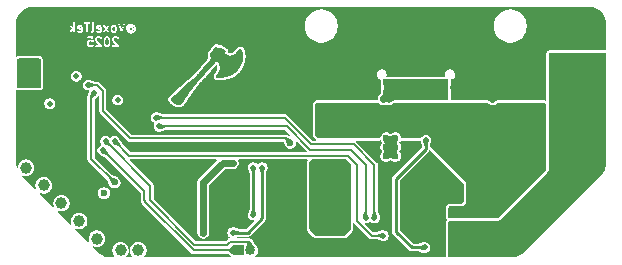
<source format=gbr>
%TF.GenerationSoftware,KiCad,Pcbnew,9.0.6-9.0.6~ubuntu25.04.1*%
%TF.CreationDate,2025-12-27T12:18:54+10:00*%
%TF.ProjectId,Stormbreaker,53746f72-6d62-4726-9561-6b65722e6b69,rev?*%
%TF.SameCoordinates,Original*%
%TF.FileFunction,Copper,L4,Bot*%
%TF.FilePolarity,Positive*%
%FSLAX46Y46*%
G04 Gerber Fmt 4.6, Leading zero omitted, Abs format (unit mm)*
G04 Created by KiCad (PCBNEW 9.0.6-9.0.6~ubuntu25.04.1) date 2025-12-27 12:18:54*
%MOMM*%
%LPD*%
G01*
G04 APERTURE LIST*
G04 Aperture macros list*
%AMRoundRect*
0 Rectangle with rounded corners*
0 $1 Rounding radius*
0 $2 $3 $4 $5 $6 $7 $8 $9 X,Y pos of 4 corners*
0 Add a 4 corners polygon primitive as box body*
4,1,4,$2,$3,$4,$5,$6,$7,$8,$9,$2,$3,0*
0 Add four circle primitives for the rounded corners*
1,1,$1+$1,$2,$3*
1,1,$1+$1,$4,$5*
1,1,$1+$1,$6,$7*
1,1,$1+$1,$8,$9*
0 Add four rect primitives between the rounded corners*
20,1,$1+$1,$2,$3,$4,$5,0*
20,1,$1+$1,$4,$5,$6,$7,0*
20,1,$1+$1,$6,$7,$8,$9,0*
20,1,$1+$1,$8,$9,$2,$3,0*%
G04 Aperture macros list end*
%TA.AperFunction,NonConductor*%
%ADD10C,0.000000*%
%TD*%
%ADD11C,0.150000*%
%TA.AperFunction,ComponentPad*%
%ADD12C,3.000000*%
%TD*%
%TA.AperFunction,ComponentPad*%
%ADD13C,1.000000*%
%TD*%
%TA.AperFunction,HeatsinkPad*%
%ADD14C,0.500000*%
%TD*%
%TA.AperFunction,HeatsinkPad*%
%ADD15R,2.700000X2.700000*%
%TD*%
%TA.AperFunction,HeatsinkPad*%
%ADD16O,1.000000X2.100000*%
%TD*%
%TA.AperFunction,HeatsinkPad*%
%ADD17O,1.000000X1.800000*%
%TD*%
%TA.AperFunction,ComponentPad*%
%ADD18RoundRect,0.250000X0.625000X-0.350000X0.625000X0.350000X-0.625000X0.350000X-0.625000X-0.350000X0*%
%TD*%
%TA.AperFunction,ComponentPad*%
%ADD19O,1.750000X1.200000*%
%TD*%
%TA.AperFunction,ComponentPad*%
%ADD20R,0.850000X0.850000*%
%TD*%
%TA.AperFunction,ComponentPad*%
%ADD21C,0.850000*%
%TD*%
%TA.AperFunction,ComponentPad*%
%ADD22R,1.200000X1.200000*%
%TD*%
%TA.AperFunction,ComponentPad*%
%ADD23O,1.200000X1.200000*%
%TD*%
%TA.AperFunction,ComponentPad*%
%ADD24C,0.600000*%
%TD*%
%TA.AperFunction,SMDPad,CuDef*%
%ADD25RoundRect,0.250000X-0.600000X-0.600000X0.600000X-0.600000X0.600000X0.600000X-0.600000X0.600000X0*%
%TD*%
%TA.AperFunction,ViaPad*%
%ADD26C,0.500000*%
%TD*%
%TA.AperFunction,ViaPad*%
%ADD27C,0.600000*%
%TD*%
%TA.AperFunction,ViaPad*%
%ADD28C,0.800000*%
%TD*%
%TA.AperFunction,Conductor*%
%ADD29C,0.600000*%
%TD*%
%TA.AperFunction,Conductor*%
%ADD30C,0.250000*%
%TD*%
%TA.AperFunction,Conductor*%
%ADD31C,0.200000*%
%TD*%
G04 APERTURE END LIST*
D10*
%TA.AperFunction,NonConductor*%
G36*
X131096713Y-44494086D02*
G01*
X131099268Y-44494174D01*
X131101691Y-44494324D01*
X131104005Y-44494542D01*
X131106232Y-44494836D01*
X131108393Y-44495210D01*
X131110510Y-44495671D01*
X131112605Y-44496227D01*
X131114700Y-44496882D01*
X131116816Y-44497644D01*
X131118977Y-44498519D01*
X131121203Y-44499512D01*
X131123516Y-44500631D01*
X131125939Y-44501882D01*
X131128493Y-44503270D01*
X131131200Y-44504803D01*
X131133178Y-44505988D01*
X131135266Y-44507325D01*
X131137446Y-44508799D01*
X131139699Y-44510396D01*
X131142009Y-44512100D01*
X131144356Y-44513896D01*
X131149095Y-44517708D01*
X131153772Y-44521713D01*
X131156043Y-44523751D01*
X131158245Y-44525793D01*
X131160361Y-44527823D01*
X131162371Y-44529828D01*
X131164260Y-44531792D01*
X131166008Y-44533700D01*
X131169449Y-44537603D01*
X131173014Y-44541724D01*
X131176601Y-44545940D01*
X131180106Y-44550126D01*
X131183426Y-44554156D01*
X131186456Y-44557907D01*
X131189093Y-44561254D01*
X131191235Y-44564072D01*
X131192153Y-44565331D01*
X131193046Y-44566587D01*
X131193908Y-44567835D01*
X131194735Y-44569066D01*
X131195523Y-44570271D01*
X131196266Y-44571443D01*
X131196960Y-44572575D01*
X131197601Y-44573657D01*
X131198184Y-44574682D01*
X131198704Y-44575642D01*
X131199157Y-44576530D01*
X131199538Y-44577336D01*
X131199842Y-44578054D01*
X131200065Y-44578675D01*
X131200202Y-44579191D01*
X131200237Y-44579407D01*
X131200249Y-44579594D01*
X131200257Y-44579771D01*
X131200279Y-44579957D01*
X131200316Y-44580151D01*
X131200367Y-44580353D01*
X131200510Y-44580780D01*
X131200706Y-44581232D01*
X131200950Y-44581707D01*
X131201241Y-44582199D01*
X131201575Y-44582706D01*
X131201949Y-44583223D01*
X131202361Y-44583746D01*
X131202807Y-44584272D01*
X131203284Y-44584796D01*
X131203789Y-44585315D01*
X131204321Y-44585824D01*
X131204874Y-44586320D01*
X131205447Y-44586799D01*
X131206037Y-44587256D01*
X131206626Y-44587716D01*
X131207199Y-44588200D01*
X131207753Y-44588705D01*
X131208284Y-44589226D01*
X131208790Y-44589761D01*
X131209267Y-44590303D01*
X131209713Y-44590850D01*
X131210124Y-44591397D01*
X131210499Y-44591939D01*
X131210833Y-44592474D01*
X131211123Y-44592997D01*
X131211368Y-44593503D01*
X131211563Y-44593989D01*
X131211706Y-44594450D01*
X131211757Y-44594670D01*
X131211794Y-44594883D01*
X131211817Y-44595087D01*
X131211824Y-44595283D01*
X131211842Y-44595487D01*
X131211893Y-44595718D01*
X131212094Y-44596255D01*
X131212422Y-44596886D01*
X131212868Y-44597604D01*
X131213427Y-44598400D01*
X131214092Y-44599268D01*
X131214855Y-44600199D01*
X131215711Y-44601186D01*
X131216651Y-44602221D01*
X131217670Y-44603297D01*
X131218761Y-44604406D01*
X131219917Y-44605540D01*
X131221131Y-44606691D01*
X131222396Y-44607853D01*
X131223706Y-44609018D01*
X131225054Y-44610177D01*
X131246149Y-44627969D01*
X131250148Y-44631395D01*
X131255222Y-44635841D01*
X131260721Y-44640733D01*
X131265992Y-44645494D01*
X131268513Y-44647752D01*
X131271085Y-44649983D01*
X131273636Y-44652129D01*
X131276095Y-44654132D01*
X131278389Y-44655934D01*
X131280446Y-44657479D01*
X131282195Y-44658707D01*
X131282931Y-44659185D01*
X131283562Y-44659562D01*
X131283955Y-44659775D01*
X131284339Y-44659969D01*
X131284714Y-44660142D01*
X131285082Y-44660294D01*
X131285441Y-44660426D01*
X131285794Y-44660537D01*
X131286141Y-44660626D01*
X131286481Y-44660694D01*
X131286816Y-44660741D01*
X131287147Y-44660765D01*
X131287473Y-44660768D01*
X131287796Y-44660748D01*
X131288115Y-44660706D01*
X131288432Y-44660641D01*
X131288747Y-44660553D01*
X131289061Y-44660442D01*
X131289373Y-44660307D01*
X131289685Y-44660149D01*
X131289997Y-44659967D01*
X131290310Y-44659762D01*
X131290624Y-44659532D01*
X131290939Y-44659277D01*
X131291257Y-44658999D01*
X131291578Y-44658695D01*
X131291902Y-44658366D01*
X131292230Y-44658012D01*
X131292900Y-44657227D01*
X131293593Y-44656339D01*
X131294311Y-44655345D01*
X131294836Y-44654582D01*
X131295347Y-44653814D01*
X131295840Y-44653046D01*
X131296313Y-44652284D01*
X131296764Y-44651533D01*
X131297189Y-44650797D01*
X131297586Y-44650082D01*
X131297953Y-44649393D01*
X131298286Y-44648734D01*
X131298584Y-44648112D01*
X131298843Y-44647531D01*
X131299061Y-44646996D01*
X131299235Y-44646512D01*
X131299362Y-44646085D01*
X131299441Y-44645719D01*
X131299468Y-44645419D01*
X131299528Y-44645094D01*
X131299704Y-44644654D01*
X131299990Y-44644105D01*
X131300381Y-44643455D01*
X131300870Y-44642713D01*
X131301452Y-44641885D01*
X131302868Y-44640004D01*
X131304583Y-44637872D01*
X131306549Y-44635551D01*
X131308718Y-44633101D01*
X131311043Y-44630583D01*
X131314400Y-44627061D01*
X131318368Y-44623126D01*
X131327730Y-44614353D01*
X131338309Y-44604931D01*
X131349285Y-44595526D01*
X131359839Y-44586805D01*
X131369150Y-44579434D01*
X131376398Y-44574080D01*
X131378993Y-44572367D01*
X131380765Y-44571408D01*
X131382398Y-44570757D01*
X131384040Y-44570164D01*
X131385692Y-44569630D01*
X131387354Y-44569154D01*
X131389029Y-44568736D01*
X131390717Y-44568377D01*
X131392419Y-44568075D01*
X131394136Y-44567831D01*
X131395870Y-44567645D01*
X131397621Y-44567516D01*
X131399391Y-44567445D01*
X131401180Y-44567431D01*
X131402991Y-44567474D01*
X131404823Y-44567574D01*
X131406679Y-44567731D01*
X131408558Y-44567944D01*
X131414879Y-44568798D01*
X131421051Y-44569710D01*
X131426367Y-44570572D01*
X131428483Y-44570949D01*
X131430119Y-44571274D01*
X131433835Y-44572133D01*
X131439053Y-44573422D01*
X131445081Y-44574967D01*
X131451227Y-44576593D01*
X131471413Y-44583796D01*
X131492245Y-44592497D01*
X131513513Y-44602457D01*
X131535009Y-44613435D01*
X131556522Y-44625191D01*
X131577843Y-44637485D01*
X131598762Y-44650077D01*
X131619070Y-44662727D01*
X131657014Y-44687242D01*
X131689998Y-44709108D01*
X131716344Y-44726407D01*
X131726504Y-44732742D01*
X131734376Y-44737216D01*
X131753401Y-44749665D01*
X131771033Y-44761964D01*
X131792738Y-44777782D01*
X131817514Y-44796719D01*
X131844356Y-44818377D01*
X131872261Y-44842357D01*
X131886298Y-44855092D01*
X131900223Y-44868259D01*
X131904139Y-44872109D01*
X131907843Y-44875876D01*
X131911251Y-44879464D01*
X131914278Y-44882779D01*
X131915621Y-44884305D01*
X131916838Y-44885726D01*
X131917918Y-44887032D01*
X131918849Y-44888211D01*
X131919621Y-44889250D01*
X131920224Y-44890137D01*
X131920646Y-44890861D01*
X131920787Y-44891158D01*
X131920878Y-44891410D01*
X131921653Y-44894263D01*
X131922807Y-44898748D01*
X131925627Y-44910156D01*
X131926319Y-44914048D01*
X131926627Y-44917907D01*
X131926569Y-44921730D01*
X131926164Y-44925518D01*
X131925432Y-44929268D01*
X131924391Y-44932979D01*
X131923059Y-44936649D01*
X131921456Y-44940279D01*
X131919601Y-44943865D01*
X131917511Y-44947408D01*
X131915206Y-44950905D01*
X131912706Y-44954356D01*
X131907190Y-44961113D01*
X131901115Y-44967667D01*
X131894631Y-44974010D01*
X131887889Y-44980130D01*
X131874228Y-44991662D01*
X131861336Y-45002180D01*
X131855555Y-45007034D01*
X131850417Y-45011603D01*
X131849616Y-45012445D01*
X131848801Y-45013264D01*
X131847975Y-45014055D01*
X131847145Y-45014813D01*
X131846317Y-45015536D01*
X131845496Y-45016218D01*
X131844689Y-45016855D01*
X131843902Y-45017443D01*
X131843139Y-45017977D01*
X131842408Y-45018454D01*
X131841713Y-45018870D01*
X131841062Y-45019219D01*
X131840458Y-45019498D01*
X131839910Y-45019703D01*
X131839658Y-45019776D01*
X131839421Y-45019828D01*
X131839201Y-45019861D01*
X131838999Y-45019871D01*
X131838806Y-45019880D01*
X131838616Y-45019906D01*
X131838429Y-45019948D01*
X131838245Y-45020006D01*
X131838063Y-45020081D01*
X131837886Y-45020170D01*
X131837711Y-45020274D01*
X131837541Y-45020393D01*
X131837213Y-45020673D01*
X131836903Y-45021005D01*
X131836614Y-45021387D01*
X131836347Y-45021814D01*
X131836104Y-45022285D01*
X131835888Y-45022794D01*
X131835699Y-45023340D01*
X131835540Y-45023918D01*
X131835414Y-45024525D01*
X131835321Y-45025157D01*
X131835264Y-45025812D01*
X131835244Y-45026486D01*
X131835238Y-45026893D01*
X131835218Y-45027287D01*
X131835186Y-45027668D01*
X131835141Y-45028036D01*
X131835083Y-45028392D01*
X131835012Y-45028734D01*
X131834928Y-45029063D01*
X131834831Y-45029380D01*
X131834721Y-45029684D01*
X131834598Y-45029974D01*
X131834462Y-45030252D01*
X131834314Y-45030517D01*
X131834152Y-45030769D01*
X131833978Y-45031008D01*
X131833791Y-45031234D01*
X131833590Y-45031447D01*
X131833377Y-45031647D01*
X131833151Y-45031835D01*
X131832912Y-45032009D01*
X131832660Y-45032171D01*
X131832395Y-45032319D01*
X131832118Y-45032455D01*
X131831827Y-45032578D01*
X131831523Y-45032687D01*
X131831207Y-45032784D01*
X131830877Y-45032868D01*
X131830535Y-45032939D01*
X131830180Y-45032997D01*
X131829812Y-45033043D01*
X131829431Y-45033075D01*
X131829036Y-45033094D01*
X131828630Y-45033101D01*
X131828291Y-45033104D01*
X131827956Y-45033114D01*
X131827627Y-45033129D01*
X131827303Y-45033151D01*
X131826985Y-45033179D01*
X131826674Y-45033213D01*
X131826369Y-45033252D01*
X131826071Y-45033296D01*
X131825780Y-45033346D01*
X131825498Y-45033401D01*
X131825224Y-45033461D01*
X131824959Y-45033526D01*
X131824703Y-45033595D01*
X131824457Y-45033669D01*
X131824220Y-45033747D01*
X131823994Y-45033829D01*
X131823779Y-45033916D01*
X131823576Y-45034006D01*
X131823384Y-45034100D01*
X131823204Y-45034197D01*
X131823036Y-45034297D01*
X131822882Y-45034401D01*
X131822741Y-45034508D01*
X131822614Y-45034618D01*
X131822501Y-45034731D01*
X131822403Y-45034846D01*
X131822320Y-45034963D01*
X131822252Y-45035083D01*
X131822200Y-45035205D01*
X131822164Y-45035328D01*
X131822146Y-45035454D01*
X131822144Y-45035581D01*
X131822237Y-45035894D01*
X131822483Y-45036316D01*
X131822875Y-45036839D01*
X131823406Y-45037457D01*
X131824066Y-45038163D01*
X131824847Y-45038949D01*
X131826745Y-45040733D01*
X131829036Y-45042751D01*
X131831655Y-45044947D01*
X131834540Y-45047261D01*
X131837628Y-45049637D01*
X131844651Y-45054864D01*
X131852424Y-45060540D01*
X131860001Y-45065979D01*
X131866437Y-45070498D01*
X131872184Y-45074488D01*
X131877883Y-45078487D01*
X131882877Y-45082030D01*
X131886507Y-45084654D01*
X131891163Y-45087880D01*
X131898951Y-45093063D01*
X131908785Y-45099489D01*
X131919580Y-45106442D01*
X131954284Y-45128667D01*
X131956346Y-45129950D01*
X131959054Y-45131569D01*
X131965944Y-45135547D01*
X131974032Y-45140079D01*
X131982396Y-45144639D01*
X131995329Y-45151377D01*
X132015857Y-45161839D01*
X132068408Y-45188214D01*
X132094613Y-45201183D01*
X132117067Y-45212168D01*
X132133381Y-45220010D01*
X132138490Y-45222389D01*
X132141169Y-45223548D01*
X132141855Y-45223793D01*
X132142548Y-45224025D01*
X132143242Y-45224244D01*
X132143933Y-45224449D01*
X132144615Y-45224638D01*
X132145285Y-45224812D01*
X132145938Y-45224968D01*
X132146569Y-45225107D01*
X132147173Y-45225226D01*
X132147746Y-45225326D01*
X132148282Y-45225404D01*
X132148779Y-45225461D01*
X132149230Y-45225495D01*
X132149630Y-45225504D01*
X132149977Y-45225489D01*
X132150264Y-45225448D01*
X132150391Y-45225425D01*
X132150516Y-45225408D01*
X132150640Y-45225399D01*
X132150762Y-45225396D01*
X132150882Y-45225400D01*
X132150999Y-45225410D01*
X132151114Y-45225427D01*
X132151227Y-45225450D01*
X132151337Y-45225479D01*
X132151444Y-45225514D01*
X132151547Y-45225555D01*
X132151648Y-45225601D01*
X132151745Y-45225654D01*
X132151839Y-45225711D01*
X132151929Y-45225774D01*
X132152016Y-45225842D01*
X132152098Y-45225915D01*
X132152176Y-45225993D01*
X132152250Y-45226076D01*
X132152319Y-45226164D01*
X132152384Y-45226256D01*
X132152444Y-45226352D01*
X132152499Y-45226452D01*
X132152548Y-45226557D01*
X132152593Y-45226666D01*
X132152632Y-45226778D01*
X132152666Y-45226895D01*
X132152694Y-45227014D01*
X132152715Y-45227138D01*
X132152731Y-45227264D01*
X132152741Y-45227394D01*
X132152744Y-45227527D01*
X132152753Y-45227661D01*
X132152780Y-45227795D01*
X132152823Y-45227928D01*
X132152884Y-45228060D01*
X132152961Y-45228192D01*
X132153053Y-45228322D01*
X132153285Y-45228578D01*
X132153574Y-45228827D01*
X132153918Y-45229068D01*
X132154313Y-45229298D01*
X132154756Y-45229517D01*
X132155243Y-45229722D01*
X132155771Y-45229912D01*
X132156336Y-45230085D01*
X132156934Y-45230240D01*
X132157562Y-45230375D01*
X132158218Y-45230489D01*
X132158896Y-45230580D01*
X132159593Y-45230646D01*
X132161285Y-45230855D01*
X132163474Y-45231252D01*
X132166068Y-45231815D01*
X132168976Y-45232520D01*
X132172107Y-45233345D01*
X132175369Y-45234266D01*
X132178669Y-45235259D01*
X132181918Y-45236302D01*
X132185077Y-45237334D01*
X132188123Y-45238295D01*
X132190982Y-45239165D01*
X132193580Y-45239922D01*
X132195844Y-45240547D01*
X132197699Y-45241017D01*
X132199072Y-45241313D01*
X132199554Y-45241389D01*
X132199889Y-45241413D01*
X132200208Y-45241438D01*
X132200643Y-45241515D01*
X132201836Y-45241820D01*
X132203405Y-45242306D01*
X132205290Y-45242951D01*
X132207431Y-45243733D01*
X132209765Y-45244631D01*
X132212233Y-45245624D01*
X132214772Y-45246689D01*
X132217462Y-45247796D01*
X132220364Y-45248910D01*
X132223385Y-45249999D01*
X132226434Y-45251035D01*
X132229420Y-45251987D01*
X132232250Y-45252824D01*
X132234834Y-45253518D01*
X132237080Y-45254036D01*
X132239310Y-45254443D01*
X132241846Y-45254816D01*
X132244602Y-45255148D01*
X132247488Y-45255430D01*
X132250417Y-45255655D01*
X132253300Y-45255816D01*
X132256050Y-45255905D01*
X132258578Y-45255915D01*
X132266465Y-45255661D01*
X132279382Y-45255092D01*
X132313148Y-45253342D01*
X132345559Y-45251402D01*
X132371455Y-45249496D01*
X132382465Y-45248490D01*
X132392450Y-45247413D01*
X132401614Y-45246237D01*
X132410157Y-45244937D01*
X132418281Y-45243485D01*
X132426188Y-45241855D01*
X132434078Y-45240020D01*
X132442155Y-45237954D01*
X132459673Y-45233021D01*
X132480353Y-45226841D01*
X132491525Y-45223528D01*
X132501023Y-45220815D01*
X132504831Y-45219771D01*
X132507844Y-45218982D01*
X132509936Y-45218483D01*
X132510597Y-45218353D01*
X132510981Y-45218309D01*
X132511300Y-45218271D01*
X132511769Y-45218162D01*
X132513123Y-45217740D01*
X132514968Y-45217073D01*
X132517231Y-45216190D01*
X132519838Y-45215122D01*
X132522715Y-45213897D01*
X132525789Y-45212546D01*
X132528985Y-45211097D01*
X132532403Y-45209472D01*
X132536114Y-45207617D01*
X132540000Y-45205596D01*
X132543940Y-45203473D01*
X132547818Y-45201315D01*
X132551514Y-45199185D01*
X132554910Y-45197149D01*
X132557888Y-45195271D01*
X132560916Y-45193347D01*
X132564459Y-45191177D01*
X132572574Y-45186397D01*
X132581200Y-45181526D01*
X132585383Y-45179242D01*
X132589307Y-45177158D01*
X132599459Y-45171765D01*
X132610983Y-45165415D01*
X132623425Y-45158255D01*
X132636333Y-45150431D01*
X132649254Y-45142090D01*
X132655577Y-45137771D01*
X132661734Y-45133379D01*
X132667668Y-45128930D01*
X132673322Y-45124443D01*
X132678640Y-45119938D01*
X132683564Y-45115431D01*
X132713609Y-45086172D01*
X132757979Y-45042459D01*
X132780502Y-45019924D01*
X132801488Y-44998488D01*
X132810671Y-44988940D01*
X132818591Y-44980575D01*
X132824953Y-44973697D01*
X132829465Y-44968609D01*
X132883353Y-44905770D01*
X132891131Y-44896843D01*
X132899067Y-44887953D01*
X132906938Y-44879334D01*
X132914522Y-44871222D01*
X132921597Y-44863852D01*
X132927940Y-44857457D01*
X132933330Y-44852273D01*
X132935598Y-44850209D01*
X132937544Y-44848535D01*
X132953590Y-44835217D01*
X132967992Y-44823195D01*
X132983601Y-44810169D01*
X133002554Y-44794440D01*
X133011385Y-44787064D01*
X133019658Y-44780029D01*
X133026447Y-44774133D01*
X133028994Y-44771860D01*
X133030822Y-44770171D01*
X133038393Y-44762953D01*
X133045266Y-44756246D01*
X133048600Y-44753105D01*
X133051951Y-44750118D01*
X133055382Y-44747292D01*
X133058958Y-44744636D01*
X133062743Y-44742159D01*
X133066799Y-44739869D01*
X133071192Y-44737774D01*
X133075985Y-44735884D01*
X133081241Y-44734205D01*
X133087025Y-44732747D01*
X133093400Y-44731518D01*
X133100431Y-44730527D01*
X133110145Y-44729601D01*
X133119591Y-44728650D01*
X133127689Y-44727787D01*
X133133356Y-44727123D01*
X133138905Y-44726461D01*
X133146678Y-44725603D01*
X133164775Y-44723741D01*
X133170798Y-44723031D01*
X133176549Y-44722506D01*
X133182038Y-44722165D01*
X133187275Y-44722008D01*
X133192271Y-44722034D01*
X133197036Y-44722244D01*
X133201579Y-44722636D01*
X133205910Y-44723209D01*
X133210041Y-44723964D01*
X133213980Y-44724899D01*
X133217738Y-44726014D01*
X133221325Y-44727308D01*
X133224751Y-44728782D01*
X133228026Y-44730434D01*
X133231161Y-44732263D01*
X133234164Y-44734270D01*
X133237047Y-44736454D01*
X133239818Y-44738813D01*
X133242490Y-44741348D01*
X133245070Y-44744058D01*
X133247570Y-44746942D01*
X133250000Y-44750000D01*
X133254688Y-44756635D01*
X133259216Y-44763959D01*
X133263662Y-44771966D01*
X133268109Y-44780653D01*
X133272636Y-44790015D01*
X133287568Y-44819432D01*
X133300797Y-44848990D01*
X133312449Y-44878696D01*
X133322653Y-44908562D01*
X133331537Y-44938596D01*
X133339227Y-44968808D01*
X133345851Y-44999207D01*
X133351537Y-45029803D01*
X133356412Y-45060605D01*
X133360605Y-45091624D01*
X133367449Y-45154346D01*
X133378553Y-45282801D01*
X133379423Y-45295533D01*
X133380152Y-45308195D01*
X133380665Y-45319322D01*
X133380816Y-45323852D01*
X133380884Y-45327450D01*
X133380721Y-45336491D01*
X133380194Y-45350105D01*
X133379384Y-45366447D01*
X133378375Y-45383674D01*
X133373319Y-45466366D01*
X133370387Y-45506747D01*
X133366734Y-45546724D01*
X133362023Y-45586473D01*
X133355915Y-45626172D01*
X133352231Y-45646059D01*
X133348072Y-45666000D01*
X133343394Y-45686018D01*
X133338155Y-45706135D01*
X133334436Y-45724168D01*
X133330377Y-45742009D01*
X133321307Y-45777167D01*
X133311086Y-45811715D01*
X133299853Y-45845758D01*
X133287747Y-45879401D01*
X133274908Y-45912750D01*
X133261477Y-45945910D01*
X133247592Y-45978986D01*
X133244706Y-45986125D01*
X133241809Y-45993101D01*
X133238981Y-45999737D01*
X133236299Y-46005859D01*
X133233841Y-46011292D01*
X133231684Y-46015861D01*
X133229908Y-46019390D01*
X133229187Y-46020710D01*
X133228590Y-46021704D01*
X133227196Y-46024007D01*
X133225205Y-46027504D01*
X133219801Y-46037387D01*
X133213121Y-46049971D01*
X133205910Y-46063872D01*
X133190295Y-46094387D01*
X133174366Y-46124686D01*
X133166170Y-46139837D01*
X133157760Y-46155033D01*
X133149089Y-46170307D01*
X133140113Y-46185692D01*
X133137667Y-46190151D01*
X133134784Y-46195224D01*
X133128129Y-46206507D01*
X133120997Y-46218132D01*
X133117517Y-46223631D01*
X133114237Y-46228687D01*
X133111048Y-46233473D01*
X133107831Y-46238202D01*
X133104674Y-46242749D01*
X133101663Y-46246994D01*
X133098887Y-46250814D01*
X133096434Y-46254086D01*
X133094392Y-46256689D01*
X133093552Y-46257701D01*
X133092847Y-46258499D01*
X133091566Y-46259938D01*
X133090278Y-46261474D01*
X133089018Y-46263059D01*
X133087822Y-46264648D01*
X133086724Y-46266191D01*
X133085758Y-46267641D01*
X133085336Y-46268317D01*
X133084960Y-46268952D01*
X133084634Y-46269540D01*
X133084364Y-46270075D01*
X133083776Y-46271245D01*
X133083000Y-46272690D01*
X133082070Y-46274354D01*
X133081019Y-46276180D01*
X133079881Y-46278110D01*
X133078687Y-46280088D01*
X133077472Y-46282056D01*
X133076269Y-46283959D01*
X133042163Y-46333249D01*
X133007496Y-46380508D01*
X132972320Y-46425779D01*
X132936686Y-46469104D01*
X132864242Y-46550088D01*
X132790569Y-46623803D01*
X132716072Y-46690588D01*
X132641155Y-46750785D01*
X132566222Y-46804736D01*
X132491677Y-46852782D01*
X132417926Y-46895264D01*
X132345372Y-46932523D01*
X132274419Y-46964901D01*
X132205473Y-46992739D01*
X132138937Y-47016378D01*
X132075215Y-47036160D01*
X132014713Y-47052425D01*
X131957834Y-47065516D01*
X131956391Y-47065872D01*
X131954261Y-47066459D01*
X131948353Y-47068199D01*
X131940933Y-47070488D01*
X131932820Y-47073077D01*
X131922636Y-47076260D01*
X131909576Y-47080167D01*
X131895322Y-47084301D01*
X131881557Y-47088169D01*
X131874300Y-47090045D01*
X131865704Y-47092062D01*
X131856086Y-47094157D01*
X131845766Y-47096267D01*
X131835062Y-47098328D01*
X131824293Y-47100278D01*
X131813778Y-47102053D01*
X131803835Y-47103589D01*
X131769191Y-47108719D01*
X131757140Y-47110552D01*
X131750919Y-47111548D01*
X131707924Y-47119430D01*
X131691580Y-47122305D01*
X131673972Y-47125185D01*
X131657218Y-47127736D01*
X131643432Y-47129623D01*
X131627949Y-47131381D01*
X131606576Y-47133583D01*
X131582133Y-47135946D01*
X131557442Y-47138190D01*
X131509280Y-47142266D01*
X131474760Y-47144950D01*
X131461605Y-47145745D01*
X131444126Y-47146661D01*
X131405307Y-47148397D01*
X131324278Y-47151775D01*
X131289253Y-47152333D01*
X131267200Y-47151664D01*
X131243230Y-47149962D01*
X131218175Y-47146928D01*
X131192865Y-47142261D01*
X131180375Y-47139221D01*
X131168134Y-47135661D01*
X131156245Y-47131542D01*
X131144812Y-47126828D01*
X131133940Y-47121480D01*
X131123732Y-47115462D01*
X131114293Y-47108735D01*
X131105725Y-47101262D01*
X131098134Y-47093006D01*
X131091624Y-47083929D01*
X131086297Y-47073994D01*
X131082259Y-47063162D01*
X131079613Y-47051397D01*
X131078463Y-47038661D01*
X131078914Y-47024917D01*
X131081068Y-47010127D01*
X131085030Y-46994252D01*
X131090905Y-46977257D01*
X131098796Y-46959104D01*
X131108806Y-46939754D01*
X131109184Y-46939054D01*
X131109557Y-46938324D01*
X131109923Y-46937568D01*
X131110280Y-46936794D01*
X131110956Y-46935212D01*
X131111570Y-46933625D01*
X131112104Y-46932081D01*
X131112335Y-46931339D01*
X131112540Y-46930627D01*
X131112715Y-46929948D01*
X131112860Y-46929310D01*
X131112972Y-46928718D01*
X131113048Y-46928178D01*
X131113268Y-46926888D01*
X131113681Y-46925117D01*
X131114263Y-46922944D01*
X131114989Y-46920448D01*
X131115837Y-46917709D01*
X131116782Y-46914807D01*
X131117801Y-46911820D01*
X131118869Y-46908829D01*
X131121087Y-46904306D01*
X131125291Y-46897174D01*
X131138482Y-46876687D01*
X131156102Y-46850565D01*
X131175806Y-46822006D01*
X131212097Y-46770373D01*
X131228617Y-46747378D01*
X131229097Y-46747174D01*
X131229563Y-46746936D01*
X131230014Y-46746668D01*
X131230446Y-46746372D01*
X131230857Y-46746052D01*
X131231246Y-46745710D01*
X131231609Y-46745349D01*
X131231944Y-46744971D01*
X131232248Y-46744581D01*
X131232520Y-46744181D01*
X131232757Y-46743773D01*
X131232956Y-46743360D01*
X131233041Y-46743153D01*
X131233115Y-46742946D01*
X131233179Y-46742740D01*
X131233232Y-46742534D01*
X131233273Y-46742329D01*
X131233303Y-46742126D01*
X131233322Y-46741924D01*
X131233328Y-46741725D01*
X131233405Y-46741230D01*
X131233631Y-46740549D01*
X131233998Y-46739691D01*
X131234499Y-46738671D01*
X131235872Y-46736189D01*
X131237689Y-46733199D01*
X131239889Y-46729798D01*
X131242411Y-46726084D01*
X131245193Y-46722152D01*
X131248176Y-46718101D01*
X131251159Y-46714050D01*
X131253943Y-46710122D01*
X131256467Y-46706414D01*
X131258670Y-46703021D01*
X131259632Y-46701473D01*
X131260492Y-46700041D01*
X131261240Y-46698736D01*
X131261871Y-46697570D01*
X131262376Y-46696555D01*
X131262747Y-46695704D01*
X131262977Y-46695029D01*
X131263037Y-46694761D01*
X131263058Y-46694541D01*
X131263067Y-46694345D01*
X131263089Y-46694146D01*
X131263124Y-46693945D01*
X131263171Y-46693742D01*
X131263231Y-46693537D01*
X131263302Y-46693331D01*
X131263480Y-46692917D01*
X131263701Y-46692503D01*
X131263964Y-46692092D01*
X131264265Y-46691686D01*
X131264602Y-46691289D01*
X131264972Y-46690903D01*
X131265372Y-46690532D01*
X131265800Y-46690179D01*
X131266254Y-46689846D01*
X131266729Y-46689536D01*
X131267225Y-46689253D01*
X131267737Y-46688999D01*
X131268264Y-46688777D01*
X131268526Y-46688671D01*
X131268780Y-46688558D01*
X131269025Y-46688437D01*
X131269260Y-46688311D01*
X131269487Y-46688177D01*
X131269704Y-46688038D01*
X131269911Y-46687894D01*
X131270109Y-46687744D01*
X131270296Y-46687589D01*
X131270474Y-46687430D01*
X131270641Y-46687266D01*
X131270797Y-46687099D01*
X131270942Y-46686928D01*
X131271076Y-46686754D01*
X131271199Y-46686577D01*
X131271311Y-46686398D01*
X131271411Y-46686216D01*
X131271499Y-46686032D01*
X131271575Y-46685847D01*
X131271639Y-46685661D01*
X131271690Y-46685474D01*
X131271729Y-46685287D01*
X131271755Y-46685099D01*
X131271767Y-46684912D01*
X131271767Y-46684725D01*
X131271753Y-46684540D01*
X131271725Y-46684355D01*
X131271684Y-46684172D01*
X131271629Y-46683991D01*
X131271559Y-46683812D01*
X131271475Y-46683636D01*
X131271376Y-46683462D01*
X131271275Y-46683292D01*
X131271185Y-46683123D01*
X131271106Y-46682957D01*
X131271038Y-46682793D01*
X131270980Y-46682633D01*
X131270932Y-46682475D01*
X131270895Y-46682320D01*
X131270868Y-46682169D01*
X131270851Y-46682022D01*
X131270844Y-46681878D01*
X131270847Y-46681739D01*
X131270859Y-46681604D01*
X131270882Y-46681473D01*
X131270914Y-46681347D01*
X131270955Y-46681226D01*
X131271006Y-46681110D01*
X131271066Y-46681000D01*
X131271135Y-46680895D01*
X131271213Y-46680796D01*
X131271300Y-46680703D01*
X131271396Y-46680616D01*
X131271501Y-46680535D01*
X131271614Y-46680462D01*
X131271736Y-46680395D01*
X131271867Y-46680335D01*
X131272005Y-46680282D01*
X131272152Y-46680237D01*
X131272307Y-46680200D01*
X131272470Y-46680170D01*
X131272641Y-46680149D01*
X131272820Y-46680136D01*
X131273006Y-46680132D01*
X131273203Y-46680113D01*
X131273415Y-46680057D01*
X131273877Y-46679837D01*
X131274388Y-46679479D01*
X131274942Y-46678992D01*
X131275535Y-46678382D01*
X131276160Y-46677656D01*
X131276813Y-46676822D01*
X131277488Y-46675888D01*
X131278181Y-46674861D01*
X131278886Y-46673748D01*
X131279598Y-46672557D01*
X131280312Y-46671295D01*
X131281023Y-46669969D01*
X131281726Y-46668588D01*
X131282414Y-46667157D01*
X131283085Y-46665686D01*
X131293088Y-46646047D01*
X131303413Y-46626869D01*
X131324543Y-46589592D01*
X131345510Y-46553247D01*
X131365347Y-46517228D01*
X131374542Y-46499151D01*
X131383092Y-46480929D01*
X131390877Y-46462485D01*
X131397778Y-46443743D01*
X131403672Y-46424628D01*
X131408441Y-46405064D01*
X131411962Y-46384975D01*
X131414115Y-46364286D01*
X131414485Y-46361981D01*
X131414887Y-46357945D01*
X131415738Y-46345572D01*
X131416565Y-46328951D01*
X131417264Y-46309867D01*
X131417512Y-46300160D01*
X131417656Y-46290903D01*
X131417699Y-46282311D01*
X131417645Y-46274604D01*
X131417496Y-46267997D01*
X131417256Y-46262708D01*
X131417103Y-46260625D01*
X131416928Y-46258953D01*
X131416731Y-46257719D01*
X131416514Y-46256951D01*
X131416051Y-46255822D01*
X131415580Y-46254574D01*
X131415115Y-46253247D01*
X131414669Y-46251882D01*
X131414255Y-46250522D01*
X131413885Y-46249206D01*
X131413574Y-46247978D01*
X131413333Y-46246877D01*
X131403003Y-46197569D01*
X131388690Y-46137690D01*
X131370189Y-46070683D01*
X131359304Y-46035582D01*
X131347295Y-45999990D01*
X131334136Y-45964337D01*
X131319803Y-45929054D01*
X131304269Y-45894569D01*
X131287508Y-45861315D01*
X131269496Y-45829721D01*
X131250207Y-45800217D01*
X131229614Y-45773234D01*
X131218821Y-45760822D01*
X131207692Y-45749202D01*
X131205232Y-45746639D01*
X131203003Y-45744232D01*
X131199070Y-45739809D01*
X131195564Y-45735782D01*
X131192154Y-45732003D01*
X131190382Y-45730159D01*
X131188511Y-45728320D01*
X131186499Y-45726469D01*
X131184305Y-45724585D01*
X131181887Y-45722651D01*
X131179205Y-45720648D01*
X131176217Y-45718557D01*
X131172882Y-45716359D01*
X131171268Y-45715060D01*
X131169689Y-45713811D01*
X131168154Y-45712618D01*
X131166671Y-45711486D01*
X131165250Y-45710421D01*
X131163898Y-45709430D01*
X131162624Y-45708517D01*
X131161437Y-45707690D01*
X131160346Y-45706954D01*
X131159359Y-45706314D01*
X131158484Y-45705777D01*
X131157730Y-45705349D01*
X131157107Y-45705035D01*
X131156622Y-45704842D01*
X131156434Y-45704792D01*
X131156283Y-45704775D01*
X131156172Y-45704790D01*
X131156101Y-45704840D01*
X131150439Y-45712696D01*
X131144617Y-45720416D01*
X131138652Y-45728017D01*
X131132562Y-45735513D01*
X131120070Y-45750247D01*
X131107278Y-45764735D01*
X131081332Y-45793446D01*
X131068448Y-45807904D01*
X131055804Y-45822585D01*
X131041570Y-45839116D01*
X131026732Y-45856616D01*
X131019506Y-45865049D01*
X131011119Y-45874563D01*
X131002611Y-45883992D01*
X130995023Y-45892169D01*
X130993333Y-45893938D01*
X130991660Y-45895657D01*
X130990015Y-45897318D01*
X130988407Y-45898911D01*
X130986846Y-45900428D01*
X130985343Y-45901860D01*
X130983906Y-45903197D01*
X130982547Y-45904432D01*
X130981274Y-45905555D01*
X130980099Y-45906557D01*
X130979030Y-45907429D01*
X130978078Y-45908162D01*
X130977253Y-45908748D01*
X130976564Y-45909178D01*
X130976274Y-45909331D01*
X130976022Y-45909442D01*
X130975809Y-45909510D01*
X130975637Y-45909532D01*
X130975477Y-45909546D01*
X130975302Y-45909588D01*
X130974906Y-45909752D01*
X130974456Y-45910018D01*
X130973956Y-45910381D01*
X130973411Y-45910835D01*
X130972826Y-45911375D01*
X130972207Y-45911995D01*
X130971557Y-45912690D01*
X130970883Y-45913454D01*
X130970189Y-45914282D01*
X130969479Y-45915169D01*
X130968760Y-45916108D01*
X130968037Y-45917094D01*
X130967313Y-45918122D01*
X130966594Y-45919186D01*
X130965885Y-45920281D01*
X130965183Y-45921372D01*
X130964482Y-45922423D01*
X130963787Y-45923431D01*
X130963102Y-45924390D01*
X130962432Y-45925294D01*
X130961781Y-45926139D01*
X130961154Y-45926919D01*
X130960554Y-45927630D01*
X130959987Y-45928266D01*
X130959457Y-45928823D01*
X130958967Y-45929294D01*
X130958740Y-45929497D01*
X130958524Y-45929676D01*
X130958320Y-45929832D01*
X130958130Y-45929963D01*
X130957953Y-45930069D01*
X130957791Y-45930150D01*
X130957643Y-45930204D01*
X130957510Y-45930232D01*
X130957393Y-45930231D01*
X130957292Y-45930203D01*
X130957201Y-45930163D01*
X130957110Y-45930127D01*
X130957019Y-45930095D01*
X130956930Y-45930067D01*
X130956842Y-45930044D01*
X130956755Y-45930025D01*
X130956669Y-45930010D01*
X130956585Y-45929999D01*
X130956503Y-45929992D01*
X130956422Y-45929990D01*
X130956343Y-45929991D01*
X130956266Y-45929996D01*
X130956191Y-45930005D01*
X130956118Y-45930018D01*
X130956048Y-45930035D01*
X130955980Y-45930055D01*
X130955915Y-45930079D01*
X130955853Y-45930107D01*
X130955794Y-45930139D01*
X130955737Y-45930174D01*
X130955684Y-45930213D01*
X130955634Y-45930255D01*
X130955587Y-45930301D01*
X130955544Y-45930350D01*
X130955504Y-45930402D01*
X130955468Y-45930458D01*
X130955436Y-45930517D01*
X130955409Y-45930579D01*
X130955385Y-45930645D01*
X130955365Y-45930714D01*
X130955350Y-45930786D01*
X130955340Y-45930861D01*
X130955158Y-45931172D01*
X130954659Y-45931787D01*
X130952771Y-45933865D01*
X130945898Y-45940946D01*
X130935769Y-45951046D01*
X130923429Y-45963107D01*
X130890651Y-45995033D01*
X130856420Y-46028594D01*
X130840983Y-46043670D01*
X130825017Y-46059046D01*
X130810406Y-46072921D01*
X130799034Y-46083494D01*
X130794590Y-46087506D01*
X130790444Y-46091171D01*
X130786686Y-46094414D01*
X130783408Y-46097159D01*
X130781977Y-46098323D01*
X130780699Y-46099334D01*
X130779588Y-46100184D01*
X130778652Y-46100863D01*
X130777905Y-46101362D01*
X130777357Y-46101671D01*
X130777161Y-46101752D01*
X130777019Y-46101782D01*
X130776933Y-46101760D01*
X130776904Y-46101684D01*
X130776890Y-46101598D01*
X130776851Y-46101542D01*
X130776786Y-46101517D01*
X130776697Y-46101522D01*
X130776449Y-46101619D01*
X130776110Y-46101828D01*
X130775686Y-46102144D01*
X130775182Y-46102562D01*
X130773955Y-46103684D01*
X130772469Y-46105156D01*
X130770767Y-46106939D01*
X130768889Y-46108992D01*
X130766876Y-46111277D01*
X130764551Y-46114024D01*
X130761779Y-46117402D01*
X130755308Y-46125524D01*
X130748293Y-46134584D01*
X130741566Y-46143523D01*
X130739994Y-46145629D01*
X130738438Y-46147675D01*
X130736907Y-46149652D01*
X130735409Y-46151549D01*
X130733956Y-46153355D01*
X130732554Y-46155059D01*
X130731215Y-46156652D01*
X130729947Y-46158122D01*
X130728760Y-46159458D01*
X130727663Y-46160651D01*
X130726664Y-46161689D01*
X130725774Y-46162563D01*
X130725001Y-46163260D01*
X130724356Y-46163772D01*
X130724083Y-46163954D01*
X130723846Y-46164086D01*
X130723646Y-46164167D01*
X130723482Y-46164194D01*
X130723339Y-46164198D01*
X130723198Y-46164212D01*
X130723058Y-46164235D01*
X130722921Y-46164266D01*
X130722786Y-46164306D01*
X130722654Y-46164354D01*
X130722524Y-46164410D01*
X130722397Y-46164473D01*
X130722273Y-46164544D01*
X130722153Y-46164623D01*
X130722036Y-46164708D01*
X130721922Y-46164801D01*
X130721813Y-46164900D01*
X130721707Y-46165005D01*
X130721606Y-46165117D01*
X130721508Y-46165234D01*
X130721328Y-46165486D01*
X130721166Y-46165759D01*
X130721026Y-46166052D01*
X130720908Y-46166361D01*
X130720814Y-46166686D01*
X130720744Y-46167025D01*
X130720720Y-46167199D01*
X130720702Y-46167376D01*
X130720691Y-46167555D01*
X130720687Y-46167737D01*
X130720661Y-46168124D01*
X130720585Y-46168551D01*
X130720462Y-46169013D01*
X130720293Y-46169507D01*
X130720083Y-46170027D01*
X130719832Y-46170570D01*
X130719544Y-46171131D01*
X130719221Y-46171706D01*
X130718866Y-46172290D01*
X130718482Y-46172879D01*
X130718070Y-46173469D01*
X130717634Y-46174054D01*
X130717176Y-46174632D01*
X130716699Y-46175197D01*
X130716204Y-46175745D01*
X130715696Y-46176272D01*
X130622911Y-46285880D01*
X130529784Y-46391783D01*
X130436527Y-46494903D01*
X130343351Y-46596163D01*
X130158097Y-46796794D01*
X130066442Y-46898009D01*
X129975720Y-47001056D01*
X129965920Y-47010918D01*
X129956778Y-47020264D01*
X129948494Y-47028880D01*
X129941267Y-47036549D01*
X129935298Y-47043058D01*
X129930786Y-47048191D01*
X129929140Y-47050174D01*
X129927933Y-47051733D01*
X129927190Y-47052840D01*
X129927001Y-47053216D01*
X129926937Y-47053469D01*
X129926934Y-47053657D01*
X129926924Y-47053841D01*
X129926907Y-47054020D01*
X129926885Y-47054194D01*
X129926856Y-47054363D01*
X129926821Y-47054527D01*
X129926780Y-47054685D01*
X129926734Y-47054838D01*
X129926682Y-47054985D01*
X129926625Y-47055126D01*
X129926563Y-47055260D01*
X129926496Y-47055389D01*
X129926424Y-47055510D01*
X129926347Y-47055625D01*
X129926266Y-47055734D01*
X129926180Y-47055835D01*
X129926091Y-47055928D01*
X129925997Y-47056015D01*
X129925900Y-47056093D01*
X129925799Y-47056164D01*
X129925694Y-47056227D01*
X129925586Y-47056281D01*
X129925475Y-47056327D01*
X129925361Y-47056365D01*
X129925244Y-47056394D01*
X129925125Y-47056414D01*
X129925003Y-47056425D01*
X129924878Y-47056426D01*
X129924752Y-47056418D01*
X129924623Y-47056400D01*
X129924493Y-47056373D01*
X129924361Y-47056335D01*
X129923885Y-47056472D01*
X129923002Y-47057038D01*
X129920106Y-47059373D01*
X129915854Y-47063169D01*
X129910426Y-47068255D01*
X129904000Y-47074460D01*
X129896757Y-47081612D01*
X129888877Y-47089541D01*
X129880539Y-47098075D01*
X129742550Y-47239548D01*
X129675634Y-47309269D01*
X129641934Y-47345104D01*
X129607783Y-47382055D01*
X129587302Y-47405125D01*
X129566593Y-47428934D01*
X129545930Y-47453185D01*
X129525589Y-47477578D01*
X129505845Y-47501816D01*
X129486974Y-47525601D01*
X129469249Y-47548635D01*
X129452947Y-47570618D01*
X129452374Y-47571764D01*
X129451714Y-47572976D01*
X129450974Y-47574244D01*
X129450163Y-47575558D01*
X129449288Y-47576908D01*
X129448357Y-47578282D01*
X129447377Y-47579671D01*
X129446358Y-47581063D01*
X129445305Y-47582449D01*
X129444229Y-47583817D01*
X129443135Y-47585158D01*
X129442032Y-47586461D01*
X129440928Y-47587715D01*
X129439831Y-47588910D01*
X129438748Y-47590036D01*
X129437688Y-47591081D01*
X129218350Y-47894775D01*
X129216771Y-47896469D01*
X129215137Y-47898304D01*
X129213494Y-47900220D01*
X129211889Y-47902159D01*
X129210371Y-47904062D01*
X129208986Y-47905873D01*
X129207782Y-47907532D01*
X129206806Y-47908981D01*
X129204133Y-47913040D01*
X129199887Y-47919346D01*
X129189013Y-47935247D01*
X129186221Y-47939267D01*
X129183536Y-47943083D01*
X129181021Y-47946605D01*
X129178742Y-47949747D01*
X129176763Y-47952421D01*
X129175148Y-47954537D01*
X129173963Y-47956007D01*
X129173552Y-47956473D01*
X129173272Y-47956745D01*
X129135449Y-48000700D01*
X129090577Y-48058100D01*
X128983543Y-48205837D01*
X128727332Y-48581238D01*
X128466385Y-48964519D01*
X128353431Y-49122106D01*
X128304711Y-49185909D01*
X128262449Y-49237252D01*
X128256245Y-49244247D01*
X128249673Y-49251861D01*
X128243519Y-49259172D01*
X128240843Y-49262427D01*
X128238565Y-49265263D01*
X128232755Y-49272488D01*
X128224271Y-49282890D01*
X128203838Y-49307657D01*
X128203839Y-49307656D01*
X128179992Y-49334061D01*
X128155436Y-49357312D01*
X128130216Y-49377509D01*
X128104376Y-49394756D01*
X128077959Y-49409152D01*
X128051011Y-49420802D01*
X128023575Y-49429805D01*
X127995696Y-49436265D01*
X127967418Y-49440282D01*
X127938786Y-49441960D01*
X127909843Y-49441398D01*
X127880635Y-49438700D01*
X127851204Y-49433967D01*
X127821597Y-49427301D01*
X127791856Y-49418803D01*
X127762027Y-49408576D01*
X127732153Y-49396721D01*
X127702279Y-49383340D01*
X127642707Y-49352408D01*
X127583667Y-49316594D01*
X127525511Y-49276713D01*
X127468595Y-49233578D01*
X127413273Y-49188005D01*
X127359900Y-49140807D01*
X127308829Y-49092800D01*
X127301011Y-49085141D01*
X127293217Y-49077318D01*
X127285656Y-49069550D01*
X127278532Y-49062058D01*
X127272052Y-49055061D01*
X127266422Y-49048778D01*
X127261849Y-49043429D01*
X127260023Y-49041174D01*
X127258539Y-49039235D01*
X127254400Y-49033547D01*
X127252725Y-49031129D01*
X127251292Y-49028910D01*
X127250083Y-49026828D01*
X127249082Y-49024819D01*
X127248272Y-49022821D01*
X127247637Y-49020771D01*
X127247159Y-49018605D01*
X127246824Y-49016261D01*
X127246613Y-49013676D01*
X127246510Y-49010786D01*
X127246498Y-49007529D01*
X127246562Y-49003842D01*
X127246847Y-48994925D01*
X127247341Y-48982854D01*
X127247972Y-48970040D01*
X127248660Y-48958011D01*
X127249323Y-48948299D01*
X127249582Y-48945315D01*
X127249887Y-48942527D01*
X127250254Y-48939901D01*
X127250694Y-48937403D01*
X127251223Y-48934999D01*
X127251853Y-48932655D01*
X127252599Y-48930335D01*
X127253475Y-48928008D01*
X127254494Y-48925637D01*
X127255670Y-48923189D01*
X127257017Y-48920629D01*
X127258549Y-48917925D01*
X127260279Y-48915040D01*
X127262221Y-48911941D01*
X127266798Y-48904966D01*
X127270081Y-48900111D01*
X127273292Y-48895451D01*
X127276349Y-48891098D01*
X127279173Y-48887163D01*
X127281682Y-48883756D01*
X127283795Y-48880991D01*
X127285432Y-48878977D01*
X127286046Y-48878286D01*
X127286511Y-48877826D01*
X127375964Y-48786767D01*
X127476736Y-48688241D01*
X127585857Y-48584520D01*
X127700360Y-48477878D01*
X127933642Y-48264918D01*
X128152839Y-48067539D01*
X128236986Y-47988272D01*
X128321142Y-47911637D01*
X128489163Y-47764635D01*
X128821853Y-47484317D01*
X128985265Y-47344494D01*
X129145885Y-47200558D01*
X129224952Y-47126031D01*
X129303085Y-47049255D01*
X129380207Y-46969823D01*
X129456238Y-46887330D01*
X129466308Y-46877999D01*
X129477400Y-46867624D01*
X129488169Y-46857471D01*
X129497268Y-46848803D01*
X129501317Y-46844856D01*
X129505563Y-46840606D01*
X129509880Y-46836188D01*
X129514142Y-46831735D01*
X129518221Y-46827380D01*
X129521992Y-46823258D01*
X129525328Y-46819501D01*
X129528103Y-46816243D01*
X129530395Y-46813579D01*
X129533807Y-46809880D01*
X129538076Y-46805405D01*
X129542938Y-46800416D01*
X129553392Y-46789939D01*
X129563067Y-46780533D01*
X129613131Y-46730892D01*
X129663152Y-46678742D01*
X129763152Y-46568145D01*
X129863247Y-46451206D01*
X129963616Y-46330391D01*
X130165896Y-46086987D01*
X130268164Y-45969327D01*
X130319659Y-45912586D01*
X130371424Y-45857648D01*
X130410829Y-45813444D01*
X130446624Y-45771174D01*
X130479012Y-45730907D01*
X130508192Y-45692712D01*
X130534367Y-45656660D01*
X130557737Y-45622819D01*
X130578503Y-45591258D01*
X130596867Y-45562047D01*
X130613029Y-45535256D01*
X130627190Y-45510953D01*
X130650315Y-45470091D01*
X130667849Y-45440017D01*
X130675023Y-45429198D01*
X130681402Y-45421284D01*
X130683693Y-45418779D01*
X130684537Y-45417728D01*
X130685150Y-45416775D01*
X130685363Y-45416328D01*
X130685510Y-45415897D01*
X130685589Y-45415477D01*
X130685597Y-45415066D01*
X130685531Y-45414661D01*
X130685389Y-45414258D01*
X130685167Y-45413855D01*
X130684863Y-45413447D01*
X130684475Y-45413032D01*
X130683999Y-45412607D01*
X130682775Y-45411713D01*
X130681169Y-45410738D01*
X130679160Y-45409657D01*
X130676725Y-45408445D01*
X130673845Y-45407076D01*
X130666657Y-45403763D01*
X130656546Y-45399194D01*
X130645145Y-45394142D01*
X130633851Y-45389220D01*
X130624061Y-45385043D01*
X130619846Y-45383224D01*
X130615833Y-45381400D01*
X130612117Y-45379621D01*
X130610400Y-45378763D01*
X130608792Y-45377934D01*
X130607304Y-45377141D01*
X130605949Y-45376389D01*
X130604739Y-45375686D01*
X130603684Y-45375036D01*
X130602797Y-45374446D01*
X130602089Y-45373922D01*
X130601573Y-45373471D01*
X130601390Y-45373274D01*
X130601259Y-45373097D01*
X130601038Y-45372769D01*
X130600793Y-45372449D01*
X130600526Y-45372139D01*
X130600242Y-45371841D01*
X130599941Y-45371556D01*
X130599626Y-45371286D01*
X130599301Y-45371033D01*
X130598967Y-45370799D01*
X130598627Y-45370585D01*
X130598284Y-45370393D01*
X130597940Y-45370225D01*
X130597598Y-45370082D01*
X130597260Y-45369966D01*
X130596929Y-45369880D01*
X130596608Y-45369823D01*
X130596451Y-45369807D01*
X130596298Y-45369800D01*
X130593927Y-45359000D01*
X130589153Y-45330163D01*
X130583668Y-45288586D01*
X130579164Y-45239564D01*
X130577809Y-45213916D01*
X130577334Y-45188393D01*
X130577950Y-45163657D01*
X130579868Y-45140370D01*
X130583301Y-45119194D01*
X130585652Y-45109605D01*
X130588460Y-45100791D01*
X130591753Y-45092836D01*
X130595556Y-45085823D01*
X130599897Y-45079834D01*
X130604801Y-45074951D01*
X130605976Y-45073279D01*
X130607468Y-45071253D01*
X130609218Y-45068950D01*
X130611163Y-45066449D01*
X130613244Y-45063826D01*
X130615398Y-45061160D01*
X130617565Y-45058529D01*
X130619684Y-45056010D01*
X130637816Y-45034377D01*
X130655977Y-45012113D01*
X130691740Y-44966797D01*
X130725677Y-44922266D01*
X130756497Y-44880727D01*
X130822728Y-44788591D01*
X130823959Y-44787281D01*
X130825371Y-44785742D01*
X130828539Y-44782205D01*
X130831834Y-44778432D01*
X130834857Y-44774872D01*
X130836364Y-44772993D01*
X130838089Y-44770719D01*
X130839972Y-44768135D01*
X130841953Y-44765330D01*
X130843970Y-44762390D01*
X130845963Y-44759403D01*
X130847872Y-44756455D01*
X130849636Y-44753635D01*
X130851569Y-44750584D01*
X130853964Y-44746978D01*
X130856725Y-44742949D01*
X130859759Y-44738632D01*
X130862971Y-44734160D01*
X130866265Y-44729665D01*
X130869547Y-44725280D01*
X130872723Y-44721141D01*
X130879415Y-44712441D01*
X130886556Y-44702993D01*
X130893292Y-44693938D01*
X130898769Y-44686414D01*
X130911012Y-44669180D01*
X130924918Y-44649455D01*
X130941463Y-44628670D01*
X130973576Y-44589198D01*
X131005544Y-44550304D01*
X131016563Y-44537094D01*
X131021655Y-44531253D01*
X131023003Y-44529987D01*
X131024314Y-44528706D01*
X131025580Y-44527416D01*
X131026796Y-44526128D01*
X131027954Y-44524850D01*
X131029048Y-44523591D01*
X131030070Y-44522360D01*
X131031014Y-44521165D01*
X131031873Y-44520016D01*
X131032641Y-44518922D01*
X131033309Y-44517891D01*
X131033873Y-44516931D01*
X131034324Y-44516053D01*
X131034656Y-44515265D01*
X131034775Y-44514907D01*
X131034862Y-44514575D01*
X131034915Y-44514270D01*
X131034935Y-44513993D01*
X131034949Y-44513267D01*
X131034977Y-44512634D01*
X131035020Y-44512095D01*
X131035048Y-44511860D01*
X131035081Y-44511649D01*
X131035119Y-44511460D01*
X131035161Y-44511294D01*
X131035209Y-44511152D01*
X131035262Y-44511032D01*
X131035322Y-44510935D01*
X131035387Y-44510861D01*
X131035458Y-44510810D01*
X131035535Y-44510782D01*
X131035619Y-44510776D01*
X131035710Y-44510793D01*
X131035808Y-44510833D01*
X131035914Y-44510895D01*
X131036027Y-44510979D01*
X131036147Y-44511086D01*
X131036276Y-44511216D01*
X131036413Y-44511368D01*
X131036558Y-44511542D01*
X131036712Y-44511739D01*
X131037046Y-44512198D01*
X131037418Y-44512746D01*
X131037829Y-44513383D01*
X131037998Y-44513643D01*
X131038168Y-44513889D01*
X131038337Y-44514120D01*
X131038505Y-44514337D01*
X131038674Y-44514540D01*
X131038842Y-44514728D01*
X131039009Y-44514901D01*
X131039176Y-44515060D01*
X131039342Y-44515205D01*
X131039507Y-44515335D01*
X131039672Y-44515450D01*
X131039835Y-44515551D01*
X131039997Y-44515637D01*
X131040159Y-44515709D01*
X131040318Y-44515766D01*
X131040477Y-44515808D01*
X131040634Y-44515835D01*
X131040790Y-44515848D01*
X131040945Y-44515846D01*
X131041097Y-44515830D01*
X131041248Y-44515799D01*
X131041397Y-44515753D01*
X131041544Y-44515692D01*
X131041690Y-44515616D01*
X131041833Y-44515525D01*
X131041974Y-44515420D01*
X131042113Y-44515300D01*
X131042249Y-44515165D01*
X131042383Y-44515015D01*
X131042515Y-44514850D01*
X131042644Y-44514670D01*
X131042770Y-44514475D01*
X131043063Y-44514085D01*
X131043503Y-44513619D01*
X131044082Y-44513083D01*
X131044790Y-44512484D01*
X131046558Y-44511118D01*
X131048737Y-44509571D01*
X131051256Y-44507891D01*
X131054043Y-44506128D01*
X131057027Y-44504330D01*
X131060137Y-44502547D01*
X131062245Y-44501400D01*
X131064298Y-44500350D01*
X131066308Y-44499393D01*
X131068287Y-44498526D01*
X131070248Y-44497746D01*
X131072202Y-44497051D01*
X131074161Y-44496436D01*
X131076137Y-44495900D01*
X131078143Y-44495438D01*
X131080189Y-44495049D01*
X131082289Y-44494728D01*
X131084454Y-44494474D01*
X131086696Y-44494282D01*
X131089028Y-44494150D01*
X131091460Y-44494075D01*
X131094005Y-44494054D01*
X131096713Y-44494086D01*
G37*
%TD.AperFunction*%
D11*
G36*
X121919858Y-43790245D02*
G01*
X121938360Y-43808747D01*
X121964949Y-43861925D01*
X121996428Y-43987840D01*
X121996428Y-44147945D01*
X121964949Y-44273860D01*
X121938360Y-44327037D01*
X121919857Y-44345540D01*
X121875152Y-44367893D01*
X121839133Y-44367893D01*
X121794427Y-44345540D01*
X121775924Y-44327036D01*
X121749335Y-44273858D01*
X121717857Y-44147945D01*
X121717857Y-43987840D01*
X121749335Y-43861926D01*
X121775925Y-43808747D01*
X121794427Y-43790246D01*
X121839133Y-43767893D01*
X121875152Y-43767893D01*
X121919858Y-43790245D01*
G37*
G36*
X123987062Y-42733616D02*
G01*
X124070917Y-42789519D01*
X124126817Y-42873370D01*
X124154833Y-42985435D01*
X124126817Y-43097499D01*
X124070917Y-43181350D01*
X123987064Y-43237252D01*
X123874999Y-43265269D01*
X123762936Y-43237253D01*
X123709990Y-43201956D01*
X123711060Y-43201851D01*
X123731291Y-43193470D01*
X123734316Y-43195374D01*
X123805744Y-43231088D01*
X123819476Y-43236343D01*
X123822163Y-43236533D01*
X123824653Y-43237565D01*
X123839285Y-43239006D01*
X123910714Y-43239006D01*
X123925346Y-43237565D01*
X123927835Y-43236533D01*
X123930523Y-43236343D01*
X123944255Y-43231088D01*
X124015683Y-43195374D01*
X124021979Y-43191410D01*
X124023809Y-43190653D01*
X124025867Y-43188963D01*
X124028126Y-43187542D01*
X124029425Y-43186043D01*
X124035174Y-43181326D01*
X124070889Y-43145612D01*
X124075609Y-43139860D01*
X124077107Y-43138562D01*
X124078526Y-43136306D01*
X124080217Y-43134247D01*
X124080975Y-43132416D01*
X124084939Y-43126119D01*
X124120653Y-43054689D01*
X124125908Y-43040958D01*
X124126098Y-43038270D01*
X124127130Y-43035781D01*
X124128571Y-43021149D01*
X124128571Y-42949721D01*
X124127130Y-42935089D01*
X124126098Y-42932599D01*
X124125908Y-42929912D01*
X124120653Y-42916181D01*
X124084939Y-42844751D01*
X124080975Y-42838453D01*
X124080217Y-42836623D01*
X124078526Y-42834563D01*
X124077107Y-42832308D01*
X124075609Y-42831009D01*
X124070889Y-42825258D01*
X124035174Y-42789544D01*
X124029422Y-42784823D01*
X124028126Y-42783329D01*
X124025872Y-42781910D01*
X124023809Y-42780217D01*
X124021977Y-42779458D01*
X124015683Y-42775496D01*
X123944256Y-42739781D01*
X123930524Y-42734526D01*
X123927834Y-42734334D01*
X123925346Y-42733304D01*
X123910714Y-42731863D01*
X123839285Y-42731863D01*
X123824653Y-42733304D01*
X123822161Y-42734336D01*
X123819475Y-42734527D01*
X123805743Y-42739782D01*
X123781307Y-42752000D01*
X123773810Y-42744503D01*
X123757031Y-42737552D01*
X123762936Y-42733616D01*
X123874999Y-42705600D01*
X123987062Y-42733616D01*
G37*
G36*
X123937714Y-42904216D02*
G01*
X123956218Y-42922719D01*
X123978571Y-42967425D01*
X123978571Y-43003444D01*
X123956218Y-43048150D01*
X123937715Y-43066652D01*
X123893009Y-43089006D01*
X123856990Y-43089006D01*
X123812283Y-43066652D01*
X123807142Y-43061511D01*
X123807142Y-42909358D01*
X123812282Y-42904217D01*
X123856991Y-42881863D01*
X123893008Y-42881863D01*
X123937714Y-42904216D01*
G37*
G36*
X123657142Y-43042653D02*
G01*
X123645186Y-43036676D01*
X123628571Y-43003444D01*
X123628571Y-42865287D01*
X123657142Y-42822430D01*
X123657142Y-43042653D01*
G37*
G36*
X119640526Y-42827050D02*
G01*
X119657142Y-42860282D01*
X119657142Y-42893949D01*
X119453528Y-42853225D01*
X119466615Y-42827050D01*
X119499847Y-42810435D01*
X119607295Y-42810435D01*
X119640526Y-42827050D01*
G37*
G36*
X121247669Y-42827050D02*
G01*
X121264285Y-42860282D01*
X121264285Y-42893949D01*
X121060671Y-42853225D01*
X121073758Y-42827050D01*
X121106990Y-42810435D01*
X121214438Y-42810435D01*
X121247669Y-42827050D01*
G37*
G36*
X122509143Y-42832787D02*
G01*
X122527645Y-42851289D01*
X122549999Y-42895996D01*
X122549999Y-43074873D01*
X122527645Y-43119579D01*
X122509142Y-43138082D01*
X122464437Y-43160435D01*
X122392704Y-43160435D01*
X122347998Y-43138082D01*
X122329495Y-43119578D01*
X122307142Y-43074872D01*
X122307142Y-42895997D01*
X122329496Y-42851289D01*
X122347998Y-42832788D01*
X122392704Y-42810435D01*
X122464437Y-42810435D01*
X122509143Y-42832787D01*
G37*
G36*
X124390387Y-44601226D02*
G01*
X118609635Y-44601226D01*
X118609635Y-44121464D01*
X120139285Y-44121464D01*
X120139285Y-44300036D01*
X120140726Y-44314668D01*
X120141757Y-44317157D01*
X120141948Y-44319845D01*
X120147203Y-44333577D01*
X120182917Y-44405005D01*
X120186881Y-44411304D01*
X120187639Y-44413132D01*
X120189327Y-44415188D01*
X120190749Y-44417448D01*
X120192247Y-44418747D01*
X120196966Y-44424497D01*
X120232681Y-44460212D01*
X120238430Y-44464930D01*
X120239730Y-44466429D01*
X120241988Y-44467850D01*
X120244047Y-44469540D01*
X120245876Y-44470297D01*
X120252173Y-44474261D01*
X120323601Y-44509975D01*
X120337333Y-44515230D01*
X120340020Y-44515420D01*
X120342510Y-44516452D01*
X120357142Y-44517893D01*
X120535714Y-44517893D01*
X120550346Y-44516452D01*
X120552835Y-44515420D01*
X120555523Y-44515230D01*
X120569255Y-44509975D01*
X120640683Y-44474261D01*
X120646980Y-44470297D01*
X120648811Y-44469539D01*
X120650870Y-44467848D01*
X120653126Y-44466429D01*
X120654424Y-44464931D01*
X120660176Y-44460211D01*
X120695890Y-44424496D01*
X120705217Y-44413131D01*
X120716415Y-44386094D01*
X120716415Y-44356831D01*
X120705216Y-44329795D01*
X120684523Y-44309103D01*
X120657486Y-44297905D01*
X120628224Y-44297905D01*
X120601187Y-44309104D01*
X120589822Y-44318432D01*
X120562714Y-44345540D01*
X120518009Y-44367893D01*
X120374847Y-44367893D01*
X120330141Y-44345540D01*
X120311638Y-44327037D01*
X120289285Y-44282331D01*
X120289285Y-44139169D01*
X120311638Y-44094463D01*
X120330141Y-44075960D01*
X120374847Y-44053607D01*
X120518009Y-44053607D01*
X120562714Y-44075959D01*
X120589822Y-44103068D01*
X120601187Y-44112396D01*
X120604679Y-44113842D01*
X120607600Y-44116232D01*
X120618090Y-44119397D01*
X120628224Y-44123595D01*
X120632000Y-44123595D01*
X120635616Y-44124686D01*
X120646526Y-44123595D01*
X120657486Y-44123595D01*
X120660974Y-44122150D01*
X120664735Y-44121774D01*
X120674394Y-44116591D01*
X120684523Y-44112397D01*
X120687195Y-44109724D01*
X120690522Y-44107940D01*
X120697459Y-44099460D01*
X120705216Y-44091705D01*
X120706661Y-44088214D01*
X120709053Y-44085292D01*
X120712219Y-44074798D01*
X120716415Y-44064669D01*
X120716415Y-44060891D01*
X120717506Y-44057276D01*
X120717484Y-44042573D01*
X120696802Y-43835750D01*
X120853571Y-43835750D01*
X120853571Y-43907179D01*
X120854300Y-43914584D01*
X120854160Y-43916559D01*
X120854750Y-43919156D01*
X120855012Y-43921811D01*
X120855770Y-43923642D01*
X120857420Y-43930896D01*
X120893134Y-44038038D01*
X120899128Y-44051464D01*
X120900894Y-44053500D01*
X120901925Y-44055989D01*
X120911252Y-44067354D01*
X121211791Y-44367893D01*
X120928571Y-44367893D01*
X120913939Y-44369334D01*
X120886903Y-44380533D01*
X120866211Y-44401225D01*
X120855012Y-44428261D01*
X120855012Y-44457525D01*
X120866211Y-44484561D01*
X120886903Y-44505253D01*
X120913939Y-44516452D01*
X120928571Y-44517893D01*
X121392857Y-44517893D01*
X121407489Y-44516452D01*
X121434525Y-44505253D01*
X121455217Y-44484561D01*
X121466416Y-44457525D01*
X121466416Y-44428261D01*
X121455217Y-44401225D01*
X121445890Y-44389860D01*
X121034637Y-43978607D01*
X121567857Y-43978607D01*
X121567857Y-44157179D01*
X121568108Y-44159732D01*
X121567946Y-44160824D01*
X121568754Y-44166296D01*
X121569298Y-44171811D01*
X121569721Y-44172832D01*
X121570096Y-44175369D01*
X121605810Y-44318226D01*
X121606195Y-44319305D01*
X121606234Y-44319846D01*
X121608566Y-44325941D01*
X121610757Y-44332072D01*
X121611078Y-44332506D01*
X121611489Y-44333578D01*
X121647204Y-44405005D01*
X121651166Y-44411299D01*
X121651925Y-44413131D01*
X121653618Y-44415194D01*
X121655037Y-44417448D01*
X121656531Y-44418744D01*
X121661252Y-44424496D01*
X121696966Y-44460211D01*
X121702717Y-44464931D01*
X121704016Y-44466429D01*
X121706271Y-44467848D01*
X121708331Y-44469539D01*
X121710161Y-44470297D01*
X121716459Y-44474261D01*
X121787887Y-44509975D01*
X121801619Y-44515230D01*
X121804306Y-44515420D01*
X121806796Y-44516452D01*
X121821428Y-44517893D01*
X121892857Y-44517893D01*
X121907489Y-44516452D01*
X121909978Y-44515420D01*
X121912666Y-44515230D01*
X121926398Y-44509975D01*
X121997827Y-44474261D01*
X122004124Y-44470297D01*
X122005955Y-44469539D01*
X122008014Y-44467848D01*
X122010270Y-44466429D01*
X122011568Y-44464931D01*
X122017320Y-44460211D01*
X122053034Y-44424496D01*
X122057751Y-44418747D01*
X122059250Y-44417448D01*
X122060671Y-44415189D01*
X122062361Y-44413131D01*
X122063118Y-44411301D01*
X122067082Y-44405005D01*
X122102796Y-44333577D01*
X122103205Y-44332507D01*
X122103528Y-44332072D01*
X122105723Y-44325926D01*
X122108051Y-44319845D01*
X122108089Y-44319305D01*
X122108475Y-44318226D01*
X122144189Y-44175369D01*
X122144564Y-44172831D01*
X122144987Y-44171811D01*
X122145528Y-44166308D01*
X122146340Y-44160824D01*
X122146176Y-44159728D01*
X122146428Y-44157179D01*
X122146428Y-43978607D01*
X122146176Y-43976057D01*
X122146340Y-43974962D01*
X122145528Y-43969477D01*
X122144987Y-43963975D01*
X122144564Y-43962954D01*
X122144189Y-43960417D01*
X122113022Y-43835750D01*
X122282143Y-43835750D01*
X122282143Y-43907179D01*
X122282872Y-43914584D01*
X122282732Y-43916559D01*
X122283322Y-43919156D01*
X122283584Y-43921811D01*
X122284342Y-43923642D01*
X122285992Y-43930896D01*
X122321706Y-44038038D01*
X122327700Y-44051464D01*
X122329466Y-44053500D01*
X122330497Y-44055989D01*
X122339824Y-44067354D01*
X122640363Y-44367893D01*
X122357143Y-44367893D01*
X122342511Y-44369334D01*
X122315475Y-44380533D01*
X122294783Y-44401225D01*
X122283584Y-44428261D01*
X122283584Y-44457525D01*
X122294783Y-44484561D01*
X122315475Y-44505253D01*
X122342511Y-44516452D01*
X122357143Y-44517893D01*
X122821429Y-44517893D01*
X122836061Y-44516452D01*
X122863097Y-44505253D01*
X122883789Y-44484561D01*
X122894988Y-44457525D01*
X122894988Y-44428261D01*
X122883789Y-44401225D01*
X122874462Y-44389860D01*
X122458409Y-43973807D01*
X122432143Y-43895009D01*
X122432143Y-43853454D01*
X122454495Y-43808749D01*
X122472998Y-43790246D01*
X122517705Y-43767893D01*
X122660867Y-43767893D01*
X122705573Y-43790246D01*
X122732681Y-43817354D01*
X122744046Y-43826681D01*
X122771082Y-43837880D01*
X122800345Y-43837880D01*
X122827382Y-43826681D01*
X122848074Y-43805989D01*
X122859273Y-43778952D01*
X122859273Y-43749689D01*
X122848074Y-43722653D01*
X122838747Y-43711288D01*
X122803033Y-43675574D01*
X122797283Y-43670855D01*
X122795984Y-43669357D01*
X122793724Y-43667935D01*
X122791668Y-43666247D01*
X122789840Y-43665489D01*
X122783541Y-43661525D01*
X122712113Y-43625811D01*
X122698381Y-43620556D01*
X122695693Y-43620365D01*
X122693204Y-43619334D01*
X122678572Y-43617893D01*
X122500000Y-43617893D01*
X122485368Y-43619334D01*
X122482878Y-43620365D01*
X122480191Y-43620556D01*
X122466459Y-43625811D01*
X122395031Y-43661525D01*
X122388734Y-43665488D01*
X122386905Y-43666246D01*
X122384846Y-43667935D01*
X122382588Y-43669357D01*
X122381288Y-43670855D01*
X122375540Y-43675573D01*
X122339825Y-43711287D01*
X122335104Y-43717038D01*
X122333607Y-43718337D01*
X122332187Y-43720592D01*
X122330497Y-43722652D01*
X122329738Y-43724482D01*
X122325775Y-43730780D01*
X122290061Y-43802209D01*
X122284806Y-43815941D01*
X122284615Y-43818628D01*
X122283584Y-43821118D01*
X122282143Y-43835750D01*
X122113022Y-43835750D01*
X122108475Y-43817560D01*
X122108089Y-43816480D01*
X122108051Y-43815941D01*
X122105726Y-43809865D01*
X122103528Y-43803714D01*
X122103204Y-43803277D01*
X122102796Y-43802210D01*
X122067082Y-43730780D01*
X122063117Y-43724480D01*
X122062360Y-43722653D01*
X122060671Y-43720596D01*
X122059250Y-43718337D01*
X122057751Y-43717037D01*
X122053033Y-43711288D01*
X122017319Y-43675574D01*
X122011569Y-43670855D01*
X122010270Y-43669357D01*
X122008010Y-43667935D01*
X122005954Y-43666247D01*
X122004126Y-43665489D01*
X121997827Y-43661525D01*
X121926398Y-43625811D01*
X121912666Y-43620556D01*
X121909978Y-43620365D01*
X121907489Y-43619334D01*
X121892857Y-43617893D01*
X121821428Y-43617893D01*
X121806796Y-43619334D01*
X121804306Y-43620365D01*
X121801619Y-43620556D01*
X121787887Y-43625811D01*
X121716459Y-43661525D01*
X121710159Y-43665489D01*
X121708332Y-43666247D01*
X121706275Y-43667935D01*
X121704016Y-43669357D01*
X121702716Y-43670855D01*
X121696967Y-43675574D01*
X121661253Y-43711288D01*
X121656532Y-43717040D01*
X121655037Y-43718337D01*
X121653617Y-43720591D01*
X121651926Y-43722653D01*
X121651167Y-43724483D01*
X121647204Y-43730780D01*
X121611489Y-43802209D01*
X121611079Y-43803278D01*
X121610757Y-43803714D01*
X121608564Y-43809850D01*
X121606234Y-43815940D01*
X121606195Y-43816480D01*
X121605810Y-43817560D01*
X121570096Y-43960417D01*
X121569721Y-43962953D01*
X121569298Y-43963975D01*
X121568754Y-43969489D01*
X121567946Y-43974962D01*
X121568108Y-43976053D01*
X121567857Y-43978607D01*
X121034637Y-43978607D01*
X121029837Y-43973807D01*
X121003571Y-43895009D01*
X121003571Y-43853454D01*
X121025923Y-43808749D01*
X121044426Y-43790246D01*
X121089133Y-43767893D01*
X121232295Y-43767893D01*
X121277001Y-43790246D01*
X121304109Y-43817354D01*
X121315474Y-43826681D01*
X121342510Y-43837880D01*
X121371773Y-43837880D01*
X121398810Y-43826681D01*
X121419502Y-43805989D01*
X121430701Y-43778952D01*
X121430701Y-43749689D01*
X121419502Y-43722653D01*
X121410175Y-43711288D01*
X121374461Y-43675574D01*
X121368711Y-43670855D01*
X121367412Y-43669357D01*
X121365152Y-43667935D01*
X121363096Y-43666247D01*
X121361268Y-43665489D01*
X121354969Y-43661525D01*
X121283541Y-43625811D01*
X121269809Y-43620556D01*
X121267121Y-43620365D01*
X121264632Y-43619334D01*
X121250000Y-43617893D01*
X121071428Y-43617893D01*
X121056796Y-43619334D01*
X121054306Y-43620365D01*
X121051619Y-43620556D01*
X121037887Y-43625811D01*
X120966459Y-43661525D01*
X120960162Y-43665488D01*
X120958333Y-43666246D01*
X120956274Y-43667935D01*
X120954016Y-43669357D01*
X120952716Y-43670855D01*
X120946968Y-43675573D01*
X120911253Y-43711287D01*
X120906532Y-43717038D01*
X120905035Y-43718337D01*
X120903615Y-43720592D01*
X120901925Y-43722652D01*
X120901166Y-43724482D01*
X120897203Y-43730780D01*
X120861489Y-43802209D01*
X120856234Y-43815941D01*
X120856043Y-43818628D01*
X120855012Y-43821118D01*
X120853571Y-43835750D01*
X120696802Y-43835750D01*
X120681770Y-43685430D01*
X120680701Y-43680097D01*
X120680701Y-43678261D01*
X120679987Y-43676538D01*
X120678880Y-43671014D01*
X120673697Y-43661354D01*
X120669502Y-43651225D01*
X120666830Y-43648553D01*
X120665046Y-43645227D01*
X120656563Y-43638286D01*
X120648810Y-43630533D01*
X120645321Y-43629087D01*
X120642398Y-43626696D01*
X120631900Y-43623528D01*
X120621774Y-43619334D01*
X120616168Y-43618781D01*
X120614382Y-43618243D01*
X120612553Y-43618425D01*
X120607142Y-43617893D01*
X120249999Y-43617893D01*
X120235367Y-43619334D01*
X120208331Y-43630533D01*
X120187639Y-43651225D01*
X120176440Y-43678261D01*
X120176440Y-43707525D01*
X120187639Y-43734561D01*
X120208331Y-43755253D01*
X120235367Y-43766452D01*
X120249999Y-43767893D01*
X120539268Y-43767893D01*
X120553087Y-43906096D01*
X120552835Y-43906079D01*
X120550346Y-43905048D01*
X120535714Y-43903607D01*
X120357142Y-43903607D01*
X120342510Y-43905048D01*
X120340020Y-43906079D01*
X120337333Y-43906270D01*
X120323601Y-43911525D01*
X120252173Y-43947239D01*
X120245876Y-43951202D01*
X120244047Y-43951960D01*
X120241988Y-43953649D01*
X120239730Y-43955071D01*
X120238430Y-43956569D01*
X120232681Y-43961288D01*
X120196966Y-43997003D01*
X120192247Y-44002752D01*
X120190749Y-44004052D01*
X120189327Y-44006311D01*
X120187639Y-44008368D01*
X120186881Y-44010195D01*
X120182917Y-44016495D01*
X120147203Y-44087923D01*
X120141948Y-44101655D01*
X120141757Y-44104342D01*
X120140726Y-44106832D01*
X120139285Y-44121464D01*
X118609635Y-44121464D01*
X118609635Y-43231353D01*
X118692968Y-43231353D01*
X118697107Y-43260322D01*
X118712016Y-43285503D01*
X118735427Y-43303061D01*
X118763775Y-43310324D01*
X118792744Y-43306185D01*
X118817925Y-43291276D01*
X118827857Y-43280435D01*
X118978571Y-43079483D01*
X118978571Y-43235435D01*
X118980012Y-43250067D01*
X118991211Y-43277103D01*
X119011903Y-43297795D01*
X119038939Y-43308994D01*
X119068203Y-43308994D01*
X119095239Y-43297795D01*
X119115931Y-43277103D01*
X119127130Y-43250067D01*
X119128571Y-43235435D01*
X119128571Y-42842578D01*
X119300000Y-42842578D01*
X119300000Y-42914006D01*
X119301441Y-42928638D01*
X119304252Y-42935426D01*
X119305679Y-42942635D01*
X119309798Y-42948814D01*
X119312640Y-42955674D01*
X119317835Y-42960869D01*
X119321911Y-42966983D01*
X119328081Y-42971115D01*
X119333332Y-42976366D01*
X119340120Y-42979177D01*
X119346226Y-42983267D01*
X119360291Y-42987550D01*
X119657142Y-43046920D01*
X119657142Y-43110587D01*
X119640526Y-43143819D01*
X119607295Y-43160435D01*
X119499847Y-43160435D01*
X119444255Y-43132639D01*
X119430523Y-43127384D01*
X119401333Y-43125310D01*
X119373572Y-43134564D01*
X119351464Y-43153737D01*
X119338377Y-43179912D01*
X119336303Y-43209102D01*
X119345557Y-43236863D01*
X119364730Y-43258971D01*
X119377173Y-43266803D01*
X119448601Y-43302517D01*
X119462333Y-43307772D01*
X119465020Y-43307962D01*
X119467510Y-43308994D01*
X119482142Y-43310435D01*
X119625000Y-43310435D01*
X119639632Y-43308994D01*
X119642121Y-43307962D01*
X119644809Y-43307772D01*
X119658541Y-43302517D01*
X119729969Y-43266803D01*
X119732416Y-43265262D01*
X119733570Y-43264878D01*
X119735006Y-43263632D01*
X119742412Y-43258971D01*
X119748573Y-43251866D01*
X119755678Y-43245705D01*
X119760339Y-43238299D01*
X119761585Y-43236863D01*
X119761969Y-43235709D01*
X119763510Y-43233262D01*
X119799224Y-43161832D01*
X119804479Y-43148101D01*
X119804669Y-43145413D01*
X119805701Y-43142924D01*
X119807142Y-43128292D01*
X119807142Y-42842578D01*
X119805701Y-42827946D01*
X119804669Y-42825456D01*
X119804479Y-42822769D01*
X119799224Y-42809038D01*
X119763510Y-42737608D01*
X119761969Y-42735160D01*
X119761585Y-42734007D01*
X119760339Y-42732570D01*
X119755678Y-42725165D01*
X119748573Y-42719003D01*
X119742412Y-42711899D01*
X119735006Y-42707237D01*
X119733570Y-42705992D01*
X119732416Y-42705607D01*
X119729969Y-42704067D01*
X119658541Y-42668353D01*
X119644809Y-42663098D01*
X119642121Y-42662907D01*
X119639632Y-42661876D01*
X119625000Y-42660435D01*
X119482142Y-42660435D01*
X119467510Y-42661876D01*
X119465020Y-42662907D01*
X119462333Y-42663098D01*
X119448601Y-42668353D01*
X119377173Y-42704067D01*
X119374725Y-42705607D01*
X119373572Y-42705992D01*
X119372135Y-42707237D01*
X119364730Y-42711899D01*
X119358568Y-42719003D01*
X119351464Y-42725165D01*
X119346802Y-42732570D01*
X119345557Y-42734007D01*
X119345172Y-42735160D01*
X119343632Y-42737608D01*
X119307918Y-42809037D01*
X119302663Y-42822769D01*
X119302472Y-42825456D01*
X119301441Y-42827946D01*
X119300000Y-42842578D01*
X119128571Y-42842578D01*
X119128571Y-42485435D01*
X119127130Y-42470803D01*
X119872870Y-42470803D01*
X119872870Y-42500067D01*
X119884069Y-42527103D01*
X119904761Y-42547795D01*
X119931797Y-42558994D01*
X119946429Y-42560435D01*
X120085714Y-42560435D01*
X120085714Y-43235435D01*
X120087155Y-43250067D01*
X120098354Y-43277103D01*
X120119046Y-43297795D01*
X120146082Y-43308994D01*
X120175346Y-43308994D01*
X120202382Y-43297795D01*
X120223074Y-43277103D01*
X120234273Y-43250067D01*
X120235714Y-43235435D01*
X120235714Y-43226054D01*
X120479160Y-43226054D01*
X120481234Y-43255244D01*
X120494321Y-43281419D01*
X120516429Y-43300592D01*
X120544190Y-43309846D01*
X120573380Y-43307772D01*
X120587112Y-43302517D01*
X120658541Y-43266803D01*
X120660988Y-43265262D01*
X120662142Y-43264878D01*
X120663578Y-43263632D01*
X120670984Y-43258971D01*
X120677145Y-43251866D01*
X120684250Y-43245705D01*
X120688911Y-43238299D01*
X120690157Y-43236863D01*
X120690541Y-43235709D01*
X120692082Y-43233262D01*
X120727796Y-43161832D01*
X120733051Y-43148101D01*
X120733241Y-43145413D01*
X120734273Y-43142924D01*
X120735714Y-43128292D01*
X120735714Y-42842578D01*
X120907143Y-42842578D01*
X120907143Y-42914006D01*
X120908584Y-42928638D01*
X120911395Y-42935426D01*
X120912822Y-42942635D01*
X120916941Y-42948814D01*
X120919783Y-42955674D01*
X120924978Y-42960869D01*
X120929054Y-42966983D01*
X120935224Y-42971115D01*
X120940475Y-42976366D01*
X120947263Y-42979177D01*
X120953369Y-42983267D01*
X120967434Y-42987550D01*
X121264285Y-43046920D01*
X121264285Y-43110587D01*
X121247669Y-43143819D01*
X121214438Y-43160435D01*
X121106990Y-43160435D01*
X121051398Y-43132639D01*
X121037666Y-43127384D01*
X121008476Y-43125310D01*
X120980715Y-43134564D01*
X120958607Y-43153737D01*
X120945520Y-43179912D01*
X120943446Y-43209102D01*
X120952700Y-43236863D01*
X120971873Y-43258971D01*
X120984316Y-43266803D01*
X121055744Y-43302517D01*
X121069476Y-43307772D01*
X121072163Y-43307962D01*
X121074653Y-43308994D01*
X121089285Y-43310435D01*
X121232143Y-43310435D01*
X121246775Y-43308994D01*
X121249264Y-43307962D01*
X121251952Y-43307772D01*
X121265684Y-43302517D01*
X121337112Y-43266803D01*
X121339559Y-43265262D01*
X121340713Y-43264878D01*
X121342149Y-43263632D01*
X121349555Y-43258971D01*
X121355716Y-43251866D01*
X121362821Y-43245705D01*
X121367482Y-43238299D01*
X121368728Y-43236863D01*
X121369112Y-43235709D01*
X121370653Y-43233262D01*
X121406367Y-43161832D01*
X121411622Y-43148101D01*
X121411812Y-43145413D01*
X121412844Y-43142924D01*
X121414285Y-43128292D01*
X121414285Y-42842578D01*
X121412844Y-42827946D01*
X121411812Y-42825456D01*
X121411622Y-42822769D01*
X121406367Y-42809038D01*
X121372448Y-42741198D01*
X121514508Y-42741198D01*
X121522405Y-42769376D01*
X121530312Y-42781772D01*
X121690332Y-42985435D01*
X121530312Y-43189098D01*
X121522405Y-43201494D01*
X121514508Y-43229672D01*
X121517994Y-43258726D01*
X121532334Y-43284236D01*
X121555345Y-43302316D01*
X121583523Y-43310213D01*
X121612577Y-43306727D01*
X121638087Y-43292387D01*
X121648260Y-43281772D01*
X121785714Y-43106829D01*
X121923169Y-43281772D01*
X121933342Y-43292387D01*
X121958852Y-43306727D01*
X121987906Y-43310213D01*
X122016084Y-43302316D01*
X122039095Y-43284236D01*
X122053435Y-43258727D01*
X122056921Y-43229672D01*
X122049024Y-43201494D01*
X122041117Y-43189099D01*
X121881095Y-42985435D01*
X121965279Y-42878292D01*
X122157142Y-42878292D01*
X122157142Y-43092578D01*
X122158583Y-43107210D01*
X122159613Y-43109698D01*
X122159805Y-43112388D01*
X122165060Y-43126120D01*
X122200775Y-43197547D01*
X122204737Y-43203841D01*
X122205496Y-43205673D01*
X122207189Y-43207736D01*
X122208608Y-43209990D01*
X122210102Y-43211286D01*
X122214823Y-43217038D01*
X122250537Y-43252753D01*
X122256288Y-43257473D01*
X122257587Y-43258971D01*
X122259842Y-43260390D01*
X122261902Y-43262081D01*
X122263732Y-43262839D01*
X122270030Y-43266803D01*
X122341458Y-43302517D01*
X122355190Y-43307772D01*
X122357877Y-43307962D01*
X122360367Y-43308994D01*
X122374999Y-43310435D01*
X122482142Y-43310435D01*
X122496774Y-43308994D01*
X122499263Y-43307962D01*
X122501951Y-43307772D01*
X122515683Y-43302517D01*
X122587112Y-43266803D01*
X122593409Y-43262839D01*
X122595240Y-43262081D01*
X122597299Y-43260390D01*
X122599555Y-43258971D01*
X122600853Y-43257473D01*
X122606605Y-43252753D01*
X122642319Y-43217038D01*
X122647036Y-43211289D01*
X122648535Y-43209990D01*
X122649956Y-43207731D01*
X122651646Y-43205673D01*
X122652403Y-43203843D01*
X122656367Y-43197547D01*
X122692081Y-43126119D01*
X122697336Y-43112387D01*
X122697526Y-43109699D01*
X122698558Y-43107210D01*
X122699999Y-43092578D01*
X122699999Y-42878292D01*
X122698558Y-42863660D01*
X122697526Y-42861170D01*
X122697336Y-42858483D01*
X122692081Y-42844752D01*
X122656367Y-42773322D01*
X122652402Y-42767022D01*
X122651645Y-42765195D01*
X122649956Y-42763138D01*
X122648535Y-42760879D01*
X122647036Y-42759579D01*
X122642318Y-42753830D01*
X122606604Y-42718116D01*
X122600854Y-42713397D01*
X122599555Y-42711899D01*
X122597295Y-42710477D01*
X122595239Y-42708789D01*
X122593411Y-42708031D01*
X122587112Y-42704067D01*
X122515683Y-42668353D01*
X122501951Y-42663098D01*
X122499263Y-42662907D01*
X122496774Y-42661876D01*
X122482142Y-42660435D01*
X122374999Y-42660435D01*
X122360367Y-42661876D01*
X122357877Y-42662907D01*
X122355190Y-42663098D01*
X122341458Y-42668353D01*
X122270030Y-42704067D01*
X122263730Y-42708031D01*
X122261903Y-42708789D01*
X122259846Y-42710477D01*
X122257587Y-42711899D01*
X122256287Y-42713397D01*
X122250538Y-42718116D01*
X122214824Y-42753830D01*
X122210103Y-42759582D01*
X122208608Y-42760879D01*
X122207188Y-42763133D01*
X122205497Y-42765195D01*
X122204738Y-42767025D01*
X122200775Y-42773322D01*
X122165060Y-42844751D01*
X122159805Y-42858482D01*
X122159613Y-42861171D01*
X122158583Y-42863660D01*
X122157142Y-42878292D01*
X121965279Y-42878292D01*
X122041117Y-42781771D01*
X122049024Y-42769376D01*
X122056921Y-42741198D01*
X122053435Y-42712143D01*
X122039095Y-42686634D01*
X122016084Y-42668554D01*
X121987906Y-42660657D01*
X121958852Y-42664143D01*
X121933342Y-42678483D01*
X121923169Y-42689098D01*
X121785714Y-42864040D01*
X121648260Y-42689098D01*
X121638087Y-42678483D01*
X121612577Y-42664143D01*
X121583523Y-42660657D01*
X121555345Y-42668554D01*
X121532334Y-42686634D01*
X121517994Y-42712144D01*
X121514508Y-42741198D01*
X121372448Y-42741198D01*
X121370653Y-42737608D01*
X121369112Y-42735160D01*
X121368728Y-42734007D01*
X121367482Y-42732570D01*
X121362821Y-42725165D01*
X121355716Y-42719003D01*
X121349555Y-42711899D01*
X121342149Y-42707237D01*
X121340713Y-42705992D01*
X121339559Y-42705607D01*
X121337112Y-42704067D01*
X121265684Y-42668353D01*
X121251952Y-42663098D01*
X121249264Y-42662907D01*
X121246775Y-42661876D01*
X121232143Y-42660435D01*
X121089285Y-42660435D01*
X121074653Y-42661876D01*
X121072163Y-42662907D01*
X121069476Y-42663098D01*
X121055744Y-42668353D01*
X120984316Y-42704067D01*
X120981868Y-42705607D01*
X120980715Y-42705992D01*
X120979278Y-42707237D01*
X120971873Y-42711899D01*
X120965711Y-42719003D01*
X120958607Y-42725165D01*
X120953945Y-42732570D01*
X120952700Y-42734007D01*
X120952315Y-42735160D01*
X120950775Y-42737608D01*
X120915061Y-42809037D01*
X120909806Y-42822769D01*
X120909615Y-42825456D01*
X120908584Y-42827946D01*
X120907143Y-42842578D01*
X120735714Y-42842578D01*
X120735714Y-42494815D01*
X122764874Y-42494815D01*
X122768134Y-42509152D01*
X123018134Y-43259152D01*
X123024128Y-43272577D01*
X123027638Y-43276624D01*
X123030035Y-43281418D01*
X123037143Y-43287583D01*
X123043302Y-43294684D01*
X123048091Y-43297078D01*
X123052142Y-43300592D01*
X123061067Y-43303566D01*
X123069475Y-43307771D01*
X123074819Y-43308150D01*
X123079905Y-43309846D01*
X123089285Y-43309179D01*
X123098665Y-43309846D01*
X123103750Y-43308150D01*
X123109095Y-43307771D01*
X123117505Y-43303565D01*
X123126427Y-43300592D01*
X123130474Y-43297081D01*
X123135268Y-43294685D01*
X123141431Y-43287579D01*
X123148535Y-43281418D01*
X123150930Y-43276626D01*
X123154442Y-43272578D01*
X123160436Y-43259152D01*
X123299294Y-42842578D01*
X123478571Y-42842578D01*
X123478571Y-43021149D01*
X123480012Y-43035781D01*
X123481043Y-43038270D01*
X123481234Y-43040958D01*
X123486489Y-43054690D01*
X123522203Y-43126119D01*
X123523743Y-43128566D01*
X123524128Y-43129720D01*
X123525373Y-43131156D01*
X123530035Y-43138562D01*
X123537139Y-43144723D01*
X123543301Y-43151828D01*
X123550706Y-43156489D01*
X123552143Y-43157735D01*
X123553296Y-43158119D01*
X123555744Y-43159660D01*
X123584491Y-43174033D01*
X123571912Y-43182457D01*
X123555679Y-43206806D01*
X123550000Y-43235514D01*
X123555739Y-43264208D01*
X123572022Y-43288523D01*
X123583397Y-43297839D01*
X123690540Y-43369267D01*
X123698614Y-43373571D01*
X123700106Y-43374677D01*
X123701868Y-43375306D01*
X123703514Y-43376184D01*
X123705328Y-43376542D01*
X123713952Y-43379624D01*
X123856810Y-43415339D01*
X123871354Y-43417490D01*
X123875002Y-43416946D01*
X123878646Y-43417489D01*
X123893191Y-43415339D01*
X124036048Y-43379624D01*
X124044671Y-43376542D01*
X124046485Y-43376184D01*
X124048130Y-43375306D01*
X124049893Y-43374677D01*
X124051384Y-43373571D01*
X124059459Y-43369267D01*
X124166602Y-43297839D01*
X124177977Y-43288524D01*
X124178020Y-43288458D01*
X124178089Y-43288413D01*
X124187404Y-43277037D01*
X124258832Y-43169895D01*
X124263138Y-43161816D01*
X124264242Y-43160328D01*
X124264870Y-43158568D01*
X124265749Y-43156921D01*
X124266108Y-43155104D01*
X124269189Y-43146482D01*
X124304903Y-43003625D01*
X124307054Y-42989080D01*
X124306511Y-42985435D01*
X124307054Y-42981790D01*
X124304903Y-42967245D01*
X124269189Y-42824388D01*
X124266108Y-42815765D01*
X124265749Y-42813949D01*
X124264870Y-42812301D01*
X124264242Y-42810542D01*
X124263138Y-42809053D01*
X124258832Y-42800975D01*
X124187404Y-42693833D01*
X124178089Y-42682457D01*
X124178021Y-42682411D01*
X124177978Y-42682347D01*
X124166603Y-42673031D01*
X124059460Y-42601602D01*
X124051381Y-42597295D01*
X124049893Y-42596192D01*
X124048133Y-42595563D01*
X124046486Y-42594685D01*
X124044669Y-42594325D01*
X124036047Y-42591245D01*
X123893190Y-42555531D01*
X123878645Y-42553381D01*
X123875002Y-42553922D01*
X123871355Y-42553380D01*
X123856811Y-42555531D01*
X123713952Y-42591245D01*
X123705329Y-42594325D01*
X123703513Y-42594685D01*
X123701866Y-42595563D01*
X123700106Y-42596192D01*
X123698615Y-42597296D01*
X123690539Y-42601603D01*
X123583397Y-42673031D01*
X123572022Y-42682347D01*
X123571977Y-42682412D01*
X123571912Y-42682457D01*
X123562596Y-42693832D01*
X123491167Y-42800975D01*
X123484250Y-42813949D01*
X123482824Y-42821157D01*
X123480012Y-42827946D01*
X123478571Y-42842578D01*
X123299294Y-42842578D01*
X123410436Y-42509152D01*
X123413696Y-42494816D01*
X123411621Y-42465626D01*
X123398535Y-42439452D01*
X123376427Y-42420278D01*
X123348665Y-42411024D01*
X123319475Y-42413099D01*
X123293302Y-42426186D01*
X123274128Y-42448293D01*
X123268134Y-42461718D01*
X123089285Y-42998265D01*
X122910436Y-42461718D01*
X122904442Y-42448292D01*
X122885268Y-42426185D01*
X122859095Y-42413099D01*
X122829905Y-42411024D01*
X122802142Y-42420278D01*
X122780035Y-42439452D01*
X122766949Y-42465625D01*
X122764874Y-42494815D01*
X120735714Y-42494815D01*
X120735714Y-42485435D01*
X120734273Y-42470803D01*
X120723074Y-42443767D01*
X120702382Y-42423075D01*
X120675346Y-42411876D01*
X120646082Y-42411876D01*
X120619046Y-42423075D01*
X120598354Y-42443767D01*
X120587155Y-42470803D01*
X120585714Y-42485435D01*
X120585714Y-43110587D01*
X120569098Y-43143819D01*
X120520030Y-43168353D01*
X120507587Y-43176185D01*
X120488414Y-43198293D01*
X120479160Y-43226054D01*
X120235714Y-43226054D01*
X120235714Y-42560435D01*
X120375000Y-42560435D01*
X120389632Y-42558994D01*
X120416668Y-42547795D01*
X120437360Y-42527103D01*
X120448559Y-42500067D01*
X120448559Y-42470803D01*
X120437360Y-42443767D01*
X120416668Y-42423075D01*
X120389632Y-42411876D01*
X120375000Y-42410435D01*
X119946429Y-42410435D01*
X119931797Y-42411876D01*
X119904761Y-42423075D01*
X119884069Y-42443767D01*
X119872870Y-42470803D01*
X119127130Y-42470803D01*
X119115931Y-42443767D01*
X119095239Y-42423075D01*
X119068203Y-42411876D01*
X119038939Y-42411876D01*
X119011903Y-42423075D01*
X118991211Y-42443767D01*
X118980012Y-42470803D01*
X118978571Y-42485435D01*
X118978571Y-42840083D01*
X118820890Y-42682402D01*
X118809525Y-42673075D01*
X118782488Y-42661876D01*
X118753226Y-42661876D01*
X118726189Y-42673075D01*
X118705497Y-42693767D01*
X118694298Y-42720804D01*
X118694298Y-42750066D01*
X118705497Y-42777103D01*
X118714824Y-42788468D01*
X118883114Y-42956758D01*
X118707857Y-43190435D01*
X118700231Y-43203005D01*
X118692968Y-43231353D01*
X118609635Y-43231353D01*
X118609635Y-42327102D01*
X124390387Y-42327102D01*
X124390387Y-44601226D01*
G37*
D12*
%TO.P,TP9,1,1*%
%TO.N,GND*%
X136750000Y-60250000D03*
%TD*%
D13*
%TO.P,TP4,1,1*%
%TO.N,Net-(Q2-D)*%
X121000000Y-60750000D03*
%TD*%
%TO.P,TP1,1,1*%
%TO.N,D+*%
X124500000Y-61750000D03*
%TD*%
D14*
%TO.P,U1,25,PGND*%
%TO.N,GND*%
X146900000Y-57400000D03*
X146900000Y-58500000D03*
X146900000Y-59600000D03*
X148000000Y-57400000D03*
X148000000Y-58500000D03*
D15*
X148000000Y-58500000D03*
D14*
X148000000Y-59600000D03*
X149100000Y-57400000D03*
X149100000Y-58500000D03*
X149100000Y-59600000D03*
%TD*%
D13*
%TO.P,TP7,1,1*%
%TO.N,/Wii_SHUTDOWN*%
X118000000Y-57750000D03*
%TD*%
%TO.P,TP10,1,1*%
%TO.N,/LED*%
X115000000Y-54750000D03*
%TD*%
%TO.P,TP2,1,1*%
%TO.N,D-*%
X123000000Y-61750000D03*
%TD*%
D16*
%TO.P,J2,S1,SHIELD*%
%TO.N,GND*%
X152320000Y-47355000D03*
D17*
X152320000Y-43175000D03*
D16*
X143680000Y-47355000D03*
D17*
X143680000Y-43175000D03*
%TD*%
D18*
%TO.P,BT2,1,+*%
%TO.N,/BATT*%
X161000000Y-46000000D03*
D19*
%TO.P,BT2,2,-*%
%TO.N,GND*%
X161000000Y-44000000D03*
%TD*%
D13*
%TO.P,TP6,1,1*%
%TO.N,/Wii_POWER*%
X119500000Y-59250000D03*
%TD*%
D20*
%TO.P,J5,1,Pin_1*%
%TO.N,SDA*%
X133000000Y-61750000D03*
D21*
%TO.P,J5,2,Pin_2*%
%TO.N,SCL*%
X134000000Y-61750000D03*
%TD*%
D13*
%TO.P,TP11,1,1*%
%TO.N,/ALERT*%
X116500000Y-56250000D03*
%TD*%
D22*
%TO.P,BT1,1,+*%
%TO.N,/BATT*%
X115250000Y-47000000D03*
D23*
%TO.P,BT1,2,-*%
%TO.N,GND*%
X115250000Y-49000000D03*
%TD*%
D12*
%TO.P,TP5,1,1*%
%TO.N,VDD*%
X140750000Y-58750000D03*
%TD*%
D24*
%TO.P,U4,17,GND*%
%TO.N,GND*%
X156000000Y-47500000D03*
D25*
X156000000Y-47500000D03*
%TD*%
D26*
%TO.N,GND*%
X162500000Y-44000000D03*
D27*
X136250000Y-53000000D03*
X122625000Y-41750000D03*
X151200000Y-47930000D03*
D26*
X163000000Y-44500000D03*
D27*
X114750000Y-50000000D03*
D26*
X163000000Y-43500000D03*
D27*
X137500000Y-50000000D03*
X131250000Y-58250000D03*
D26*
X163500000Y-44500000D03*
D27*
X132805000Y-49750000D03*
D26*
X154500000Y-49000000D03*
D28*
X131250000Y-57500000D03*
X133500000Y-53000000D03*
D26*
X119000000Y-50000000D03*
X162500000Y-43500000D03*
X144500000Y-53000000D03*
X163500000Y-43500000D03*
D27*
X132805000Y-42025000D03*
D26*
X119000000Y-51500000D03*
D27*
X124855000Y-42150000D03*
X115750000Y-50000000D03*
D26*
X162500000Y-44500000D03*
D27*
X131250000Y-56750000D03*
X144800000Y-47930000D03*
X132000000Y-58250000D03*
D26*
X163500000Y-44000000D03*
X119750000Y-50750000D03*
D27*
X124000000Y-56750000D03*
X125000000Y-54500000D03*
X127500000Y-58500000D03*
D28*
X119000000Y-50750000D03*
D26*
X151250000Y-57520000D03*
D27*
X115875000Y-41750000D03*
X119000000Y-55750000D03*
X124505000Y-50400000D03*
X136205000Y-42150000D03*
X117250000Y-54000000D03*
X116000000Y-52750000D03*
X132000000Y-57500000D03*
D26*
X118250000Y-50750000D03*
D27*
X136455000Y-49750000D03*
X132000000Y-56750000D03*
D26*
X163000000Y-44000000D03*
D27*
X142500000Y-61000000D03*
X127500000Y-56500000D03*
X124905000Y-52850000D03*
X151250000Y-56750000D03*
X115250000Y-50000000D03*
D26*
X147250000Y-53000000D03*
D27*
%TO.N,/BATT*%
X161000000Y-47250000D03*
D28*
X151250000Y-60750000D03*
D26*
X163000000Y-46500000D03*
D28*
X153250000Y-60750000D03*
X152250000Y-60750000D03*
D26*
X163000000Y-46000000D03*
X162500000Y-46500000D03*
X163500000Y-46500000D03*
D27*
X115750000Y-46000000D03*
X160250000Y-47250000D03*
D26*
X162500000Y-45500000D03*
D28*
X153250000Y-59750000D03*
D27*
X161750000Y-47250000D03*
D28*
X152250000Y-61750000D03*
D27*
X114750000Y-46000000D03*
D26*
X163500000Y-45500000D03*
D28*
X152250000Y-59750000D03*
D27*
X151750000Y-61250000D03*
D28*
X151250000Y-61750000D03*
D27*
X152750000Y-61250000D03*
X115250000Y-46000000D03*
X151750000Y-60250000D03*
D26*
X163000000Y-45500000D03*
X163500000Y-46000000D03*
D28*
X153250000Y-61750000D03*
X151250000Y-59750000D03*
D26*
X162500000Y-46000000D03*
D27*
X152750000Y-60250000D03*
D26*
%TO.N,VBUS*%
X145250000Y-49000000D03*
D27*
X150400000Y-47930000D03*
X145600000Y-47930000D03*
X146250000Y-53750000D03*
X145500000Y-53000000D03*
X146250000Y-53000000D03*
X146250000Y-52250000D03*
X145500000Y-52250000D03*
D26*
X145750000Y-49000000D03*
D27*
X145500000Y-53750000D03*
D26*
%TO.N,VCC*%
X154000000Y-57250000D03*
X156750000Y-52500000D03*
X140500000Y-50250000D03*
X140000000Y-50250000D03*
X153000000Y-58250000D03*
X157250000Y-53250000D03*
X157250000Y-55250000D03*
X142000000Y-51750000D03*
X140000000Y-51750000D03*
X157250000Y-54250000D03*
X154500000Y-57250000D03*
X142000000Y-50750000D03*
X156000000Y-57250000D03*
X140000000Y-50750000D03*
X154500000Y-58750000D03*
X141500000Y-51750000D03*
X153500000Y-58750000D03*
X155500000Y-56750000D03*
X154500000Y-57750000D03*
X141500000Y-50750000D03*
X141000000Y-51750000D03*
D27*
X155250000Y-56000000D03*
D26*
X154000000Y-58750000D03*
D27*
X156750000Y-56000000D03*
D26*
X155500000Y-57750000D03*
X140500000Y-49750000D03*
X155000000Y-57750000D03*
X153500000Y-58250000D03*
D27*
X156000000Y-56000000D03*
D26*
X141000000Y-50750000D03*
X141500000Y-51250000D03*
X155500000Y-57250000D03*
X140000000Y-51250000D03*
X140500000Y-50750000D03*
D27*
X121601974Y-56898026D03*
D26*
X153000000Y-58750000D03*
X141000000Y-50250000D03*
X156000000Y-56750000D03*
D27*
X156500000Y-53500000D03*
D26*
X117000000Y-49315686D03*
X154000000Y-58250000D03*
X154000000Y-57750000D03*
X119260000Y-47000000D03*
X141000000Y-51250000D03*
X157250000Y-53750000D03*
X157250000Y-54750000D03*
X122750000Y-49000000D03*
X155250000Y-52500000D03*
X141500000Y-49750000D03*
X155000000Y-56750000D03*
X156000000Y-52500000D03*
X140500000Y-51750000D03*
X142000000Y-49750000D03*
X155000000Y-57250000D03*
X142000000Y-51250000D03*
X154500000Y-56750000D03*
X152250000Y-58480000D03*
D27*
X156050000Y-54250000D03*
D26*
X156500000Y-56750000D03*
D27*
X155500000Y-53500000D03*
D26*
X141500000Y-50250000D03*
X151250000Y-58480000D03*
D27*
X155500000Y-55000000D03*
D26*
X153500000Y-57750000D03*
X140500000Y-51250000D03*
X140000000Y-49750000D03*
X154500000Y-58250000D03*
X141000000Y-49750000D03*
D27*
X156500000Y-55000000D03*
D26*
X155000000Y-58250000D03*
X142000000Y-50250000D03*
D27*
%TO.N,SD_VCC*%
X130000000Y-60250000D03*
X132500000Y-54350000D03*
D26*
%TO.N,SD_D1*%
X132500000Y-60250000D03*
X135000000Y-54750000D03*
%TO.N,SD_D0*%
X134250000Y-58750000D03*
X134250000Y-54750000D03*
%TO.N,Net-(U1-TS)*%
X148750000Y-61500000D03*
X148860624Y-52389376D03*
%TO.N,SCL*%
X121736090Y-52513910D03*
%TO.N,SDA*%
X121500000Y-53250000D03*
%TO.N,SDA_2*%
X143750000Y-59000000D03*
X126250000Y-51250000D03*
%TO.N,SCL_2*%
X144500000Y-59000000D03*
X126000000Y-50500000D03*
%TO.N,/BQ_~{INT}*%
X145250000Y-60500000D03*
X122500000Y-52500000D03*
%TO.N,/PA0*%
X120750000Y-48432900D03*
D27*
X122500000Y-56000000D03*
%TO.N,Net-(Q1-G)*%
X137378750Y-52628750D03*
D26*
X120250000Y-47750000D03*
D28*
%TO.N,VDD*%
X140000000Y-56000000D03*
X141500000Y-54500000D03*
X140000000Y-54500000D03*
X140750000Y-54500000D03*
X140000000Y-55250000D03*
X141500000Y-55250000D03*
X141500000Y-56000000D03*
X140750000Y-55250000D03*
X140750000Y-56000000D03*
%TD*%
D29*
%TO.N,SD_VCC*%
X130000000Y-60250000D02*
X130000000Y-56000000D01*
X130000000Y-56000000D02*
X131650000Y-54350000D01*
X131650000Y-54350000D02*
X132500000Y-54350000D01*
D30*
%TO.N,SD_D1*%
X133764616Y-60250000D02*
X132500000Y-60250000D01*
X135000000Y-59014616D02*
X133764616Y-60250000D01*
X135000000Y-54750000D02*
X135000000Y-59014616D01*
%TO.N,SD_D0*%
X134250000Y-54750000D02*
X134250000Y-58750000D01*
%TO.N,Net-(U1-TS)*%
X146324000Y-55676000D02*
X148860624Y-53139376D01*
X148750000Y-61500000D02*
X147648000Y-61500000D01*
X147648000Y-61500000D02*
X146324000Y-60176000D01*
X148860624Y-53139376D02*
X148860624Y-52389376D01*
X146324000Y-60176000D02*
X146324000Y-55676000D01*
D31*
%TO.N,SCL*%
X134000000Y-61148960D02*
X134000000Y-61750000D01*
X125500000Y-56277820D02*
X125500000Y-57500000D01*
X129250000Y-61250000D02*
X132000000Y-61250000D01*
X133851040Y-61000000D02*
X134000000Y-61148960D01*
X132250000Y-61000000D02*
X133851040Y-61000000D01*
X121736090Y-52513910D02*
X125500000Y-56277820D01*
X132000000Y-61250000D02*
X132250000Y-61000000D01*
X125500000Y-57500000D02*
X129250000Y-61250000D01*
%TO.N,SDA*%
X125099000Y-57599000D02*
X125099000Y-57666100D01*
X125099000Y-57666100D02*
X129182900Y-61750000D01*
X129182900Y-61750000D02*
X133000000Y-61750000D01*
X121500000Y-53250000D02*
X125000000Y-56750000D01*
X125000000Y-56750000D02*
X125000000Y-57500000D01*
X125000000Y-57500000D02*
X125099000Y-57599000D01*
%TO.N,SDA_2*%
X142500000Y-53250000D02*
X143750000Y-54500000D01*
X126250000Y-51250000D02*
X126448000Y-51250000D01*
X126448000Y-51250000D02*
X126449000Y-51251000D01*
X137068100Y-51251000D02*
X139067100Y-53250000D01*
X139067100Y-53250000D02*
X142500000Y-53250000D01*
X126449000Y-51251000D02*
X137068100Y-51251000D01*
X143750000Y-54500000D02*
X143750000Y-59000000D01*
%TO.N,SCL_2*%
X136884200Y-50500000D02*
X126000000Y-50500000D01*
X144500000Y-54500000D02*
X142750000Y-52750000D01*
X139134200Y-52750000D02*
X136884200Y-50500000D01*
X142750000Y-52750000D02*
X139134200Y-52750000D01*
X144500000Y-59000000D02*
X144500000Y-54500000D01*
%TO.N,/BQ_~{INT}*%
X123750000Y-53750000D02*
X142250000Y-53750000D01*
X142250000Y-53750000D02*
X143000000Y-54500000D01*
X143000000Y-54500000D02*
X143000000Y-59250000D01*
X122500000Y-52500000D02*
X123750000Y-53750000D01*
X143000000Y-59250000D02*
X144250000Y-60500000D01*
X144250000Y-60500000D02*
X145250000Y-60500000D01*
%TO.N,/PA0*%
X120500000Y-54000000D02*
X122500000Y-56000000D01*
X120750000Y-48432900D02*
X120500000Y-48682900D01*
X120500000Y-48682900D02*
X120500000Y-54000000D01*
%TO.N,Net-(Q1-G)*%
X136992500Y-52250000D02*
X123812500Y-52250000D01*
X121500000Y-48250000D02*
X121000000Y-47750000D01*
X121500000Y-49937500D02*
X121500000Y-48250000D01*
X121000000Y-47750000D02*
X120250000Y-47750000D01*
X123812500Y-52250000D02*
X121500000Y-49937500D01*
X137378750Y-52628750D02*
X137371250Y-52628750D01*
X137371250Y-52628750D02*
X136992500Y-52250000D01*
%TD*%
%TA.AperFunction,Conductor*%
%TO.N,GND*%
G36*
X162751918Y-41150651D02*
G01*
X162770536Y-41152116D01*
X162957269Y-41166812D01*
X162964852Y-41168013D01*
X163163272Y-41215649D01*
X163170578Y-41218023D01*
X163359104Y-41296114D01*
X163365943Y-41299599D01*
X163539929Y-41406218D01*
X163546140Y-41410729D01*
X163660459Y-41508366D01*
X163701308Y-41543254D01*
X163706745Y-41548691D01*
X163820398Y-41681763D01*
X163839266Y-41703854D01*
X163843783Y-41710072D01*
X163921952Y-41837633D01*
X163950396Y-41884048D01*
X163953887Y-41890899D01*
X164031975Y-42079420D01*
X164034351Y-42086732D01*
X164081984Y-42285140D01*
X164083187Y-42292734D01*
X164099349Y-42498081D01*
X164099500Y-42501926D01*
X164099500Y-44756778D01*
X164085148Y-44791426D01*
X164050500Y-44805778D01*
X164036696Y-44803793D01*
X164033402Y-44802825D01*
X164033397Y-44802824D01*
X163975502Y-44794500D01*
X163975500Y-44794500D01*
X159374000Y-44794500D01*
X159360355Y-44795967D01*
X159330328Y-44799195D01*
X159330306Y-44799198D01*
X159278798Y-44810404D01*
X159268631Y-44812888D01*
X159268626Y-44812890D01*
X159187912Y-44855901D01*
X159135115Y-44901651D01*
X159117158Y-44919243D01*
X159117156Y-44919247D01*
X159072511Y-44999059D01*
X159072508Y-44999067D01*
X159052824Y-45066102D01*
X159044500Y-45123997D01*
X159044500Y-49019844D01*
X159030148Y-49054492D01*
X158995500Y-49068844D01*
X158981696Y-49066859D01*
X158933902Y-49052825D01*
X158933897Y-49052824D01*
X158876002Y-49044500D01*
X158876000Y-49044500D01*
X154938464Y-49044500D01*
X154938454Y-49044500D01*
X154916512Y-49045676D01*
X154916482Y-49045679D01*
X154890139Y-49048511D01*
X154890132Y-49048512D01*
X154813627Y-49072468D01*
X154813617Y-49072472D01*
X154752291Y-49105959D01*
X154705475Y-49141006D01*
X154654994Y-49191486D01*
X154644847Y-49199271D01*
X154644846Y-49199272D01*
X154600151Y-49225077D01*
X154588334Y-49229972D01*
X154538485Y-49243330D01*
X154525802Y-49245000D01*
X154474197Y-49245000D01*
X154461515Y-49243330D01*
X154451512Y-49240649D01*
X154411665Y-49229972D01*
X154399848Y-49225077D01*
X154355150Y-49199271D01*
X154345002Y-49191484D01*
X154294544Y-49141026D01*
X154294527Y-49141009D01*
X154278160Y-49126307D01*
X154278149Y-49126298D01*
X154278141Y-49126291D01*
X154257518Y-49109673D01*
X154257519Y-49109673D01*
X154233056Y-49096877D01*
X154186473Y-49072510D01*
X154186468Y-49072508D01*
X154186469Y-49072508D01*
X154119433Y-49052824D01*
X154061538Y-49044500D01*
X154061536Y-49044500D01*
X151004500Y-49044500D01*
X150969852Y-49030148D01*
X150955500Y-48995500D01*
X150955500Y-48164709D01*
X150955500Y-48164707D01*
X150948497Y-48111518D01*
X150943570Y-48093132D01*
X150941934Y-48087024D01*
X150941931Y-48087017D01*
X150928245Y-48053976D01*
X150926187Y-48047911D01*
X150926186Y-48047908D01*
X150906670Y-47975069D01*
X150905000Y-47962388D01*
X150905000Y-47897608D01*
X150906668Y-47884932D01*
X150926194Y-47812058D01*
X150928245Y-47806019D01*
X150941932Y-47772981D01*
X150948497Y-47748481D01*
X150955500Y-47695292D01*
X150955500Y-47315557D01*
X150969852Y-47280909D01*
X150991813Y-47268229D01*
X151054237Y-47251503D01*
X151151263Y-47195485D01*
X151230485Y-47116263D01*
X151279180Y-47031921D01*
X151286502Y-47019239D01*
X151286502Y-47019238D01*
X151286503Y-47019237D01*
X151315499Y-46911021D01*
X151315500Y-46911021D01*
X151315500Y-46798979D01*
X151315499Y-46798978D01*
X151298440Y-46735312D01*
X151286503Y-46690763D01*
X151286502Y-46690762D01*
X151286502Y-46690760D01*
X151249388Y-46626478D01*
X151230485Y-46593737D01*
X151151263Y-46514515D01*
X151137545Y-46506595D01*
X151054239Y-46458497D01*
X151054235Y-46458496D01*
X150946021Y-46429500D01*
X150946018Y-46429500D01*
X150833982Y-46429500D01*
X150833979Y-46429500D01*
X150725764Y-46458496D01*
X150725760Y-46458497D01*
X150628736Y-46514515D01*
X150628736Y-46514516D01*
X150549516Y-46593736D01*
X150549515Y-46593736D01*
X150493497Y-46690760D01*
X150493496Y-46690764D01*
X150464500Y-46798978D01*
X150464500Y-46911021D01*
X150483738Y-46982818D01*
X150478843Y-47020000D01*
X150449090Y-47042830D01*
X150436408Y-47044500D01*
X145563592Y-47044500D01*
X145528944Y-47030148D01*
X145514592Y-46995500D01*
X145516262Y-46982818D01*
X145535499Y-46911021D01*
X145535500Y-46911021D01*
X145535500Y-46798979D01*
X145535499Y-46798978D01*
X145518440Y-46735312D01*
X145506503Y-46690763D01*
X145506502Y-46690762D01*
X145506502Y-46690760D01*
X145469388Y-46626478D01*
X145450485Y-46593737D01*
X145371263Y-46514515D01*
X145357545Y-46506595D01*
X145274239Y-46458497D01*
X145274235Y-46458496D01*
X145166021Y-46429500D01*
X145166018Y-46429500D01*
X145053982Y-46429500D01*
X145053979Y-46429500D01*
X144945764Y-46458496D01*
X144945760Y-46458497D01*
X144848736Y-46514515D01*
X144848736Y-46514516D01*
X144769516Y-46593736D01*
X144769515Y-46593736D01*
X144713497Y-46690760D01*
X144713496Y-46690764D01*
X144684500Y-46798978D01*
X144684500Y-46911021D01*
X144713496Y-47019235D01*
X144713497Y-47019239D01*
X144768975Y-47115327D01*
X144769515Y-47116263D01*
X144848737Y-47195485D01*
X144873937Y-47210034D01*
X144945760Y-47251502D01*
X144945763Y-47251503D01*
X145008174Y-47268226D01*
X145008182Y-47268228D01*
X145037935Y-47291058D01*
X145044500Y-47315557D01*
X145044500Y-47695292D01*
X145047891Y-47721047D01*
X145051503Y-47748479D01*
X145051505Y-47748488D01*
X145058066Y-47772976D01*
X145071752Y-47806019D01*
X145073811Y-47812086D01*
X145088475Y-47866810D01*
X145090938Y-47876000D01*
X145093330Y-47884924D01*
X145095000Y-47897607D01*
X145095000Y-47962386D01*
X145093330Y-47975069D01*
X145073812Y-48047908D01*
X145071753Y-48053974D01*
X145058068Y-48087017D01*
X145058066Y-48087022D01*
X145051779Y-48110488D01*
X145051503Y-48111518D01*
X145044706Y-48163147D01*
X145044500Y-48164709D01*
X145044500Y-48394584D01*
X145030148Y-48429232D01*
X144869044Y-48590335D01*
X144869042Y-48590338D01*
X144833628Y-48643338D01*
X144824492Y-48657010D01*
X144810145Y-48691645D01*
X144810142Y-48691655D01*
X144806590Y-48709513D01*
X144794500Y-48770296D01*
X144794500Y-48770299D01*
X144794500Y-48995500D01*
X144780148Y-49030148D01*
X144745500Y-49044500D01*
X142250000Y-49044500D01*
X139624000Y-49044500D01*
X139613035Y-49045679D01*
X139580328Y-49049195D01*
X139580306Y-49049198D01*
X139528798Y-49060404D01*
X139518631Y-49062888D01*
X139518626Y-49062890D01*
X139437912Y-49105901D01*
X139385115Y-49151651D01*
X139367158Y-49169243D01*
X139367156Y-49169247D01*
X139322511Y-49249059D01*
X139322508Y-49249067D01*
X139302824Y-49316102D01*
X139294500Y-49373997D01*
X139294500Y-51948647D01*
X139295676Y-51970589D01*
X139295679Y-51970619D01*
X139298511Y-51996962D01*
X139298512Y-51996966D01*
X139320614Y-52067554D01*
X139322471Y-52073482D01*
X139355956Y-52134805D01*
X139355959Y-52134809D01*
X139391010Y-52181630D01*
X139391015Y-52181636D01*
X139488927Y-52279547D01*
X139568371Y-52358991D01*
X139568387Y-52359005D01*
X139574001Y-52364048D01*
X139590186Y-52397879D01*
X139577708Y-52433245D01*
X139543877Y-52449430D01*
X139541256Y-52449500D01*
X139278967Y-52449500D01*
X139244319Y-52435148D01*
X137068711Y-50259540D01*
X137000190Y-50219979D01*
X136923764Y-50199500D01*
X136923762Y-50199500D01*
X126550916Y-50199500D01*
X126535761Y-50197097D01*
X126358706Y-50139511D01*
X126124797Y-50063433D01*
X126113569Y-50060132D01*
X126112665Y-50059894D01*
X126112271Y-50059791D01*
X126112247Y-50059784D01*
X126112081Y-50059741D01*
X126112078Y-50059740D01*
X126101199Y-50059392D01*
X126090087Y-50057747D01*
X126059311Y-50049500D01*
X126059309Y-50049500D01*
X125940691Y-50049500D01*
X125940688Y-50049500D01*
X125826115Y-50080200D01*
X125826112Y-50080201D01*
X125723386Y-50139511D01*
X125723386Y-50139512D01*
X125639512Y-50223386D01*
X125639511Y-50223386D01*
X125580201Y-50326112D01*
X125580200Y-50326115D01*
X125549500Y-50440688D01*
X125549500Y-50559311D01*
X125580200Y-50673884D01*
X125580201Y-50673887D01*
X125639511Y-50776613D01*
X125723387Y-50860489D01*
X125798585Y-50903905D01*
X125826112Y-50919798D01*
X125826114Y-50919799D01*
X125846129Y-50925162D01*
X125875882Y-50947992D01*
X125880777Y-50985174D01*
X125875882Y-50996992D01*
X125830201Y-51076111D01*
X125830200Y-51076115D01*
X125799500Y-51190688D01*
X125799500Y-51309311D01*
X125830200Y-51423884D01*
X125830201Y-51423887D01*
X125889511Y-51526613D01*
X125973387Y-51610489D01*
X126076114Y-51669799D01*
X126104758Y-51677474D01*
X126190688Y-51700500D01*
X126190691Y-51700500D01*
X126309310Y-51700500D01*
X126316776Y-51698499D01*
X126346746Y-51690468D01*
X126353727Y-51689133D01*
X126374394Y-51686724D01*
X126785695Y-51553871D01*
X126800756Y-51551500D01*
X136923333Y-51551500D01*
X136957981Y-51565852D01*
X137390387Y-51998258D01*
X137404739Y-52032906D01*
X137390387Y-52067554D01*
X137355739Y-52081906D01*
X137338717Y-52078854D01*
X137202006Y-52028209D01*
X137190776Y-52022297D01*
X137187351Y-52019880D01*
X137177011Y-52009540D01*
X137155230Y-51996965D01*
X137153292Y-51995846D01*
X137108491Y-51969979D01*
X137108487Y-51969978D01*
X137032064Y-51949500D01*
X137032062Y-51949500D01*
X123957267Y-51949500D01*
X123922619Y-51935148D01*
X121814852Y-49827381D01*
X121800500Y-49792733D01*
X121800500Y-48940688D01*
X122299500Y-48940688D01*
X122299500Y-49059311D01*
X122330200Y-49173884D01*
X122330201Y-49173887D01*
X122373605Y-49249063D01*
X122389511Y-49276613D01*
X122473387Y-49360489D01*
X122576114Y-49419799D01*
X122604758Y-49427474D01*
X122690688Y-49450500D01*
X122690691Y-49450500D01*
X122809311Y-49450500D01*
X122866597Y-49435149D01*
X122923886Y-49419799D01*
X123026613Y-49360489D01*
X123110489Y-49276613D01*
X123169799Y-49173886D01*
X123189056Y-49102018D01*
X123200500Y-49059311D01*
X123200500Y-49008206D01*
X127040999Y-49008206D01*
X127041011Y-49011536D01*
X127041140Y-49018124D01*
X127041202Y-49019844D01*
X127041243Y-49020995D01*
X127041794Y-49030394D01*
X127042005Y-49032979D01*
X127042689Y-49039073D01*
X127043390Y-49045328D01*
X127043727Y-49047690D01*
X127046486Y-49062886D01*
X127046965Y-49065057D01*
X127051341Y-49081584D01*
X127051973Y-49083623D01*
X127057829Y-49100035D01*
X127058633Y-49102018D01*
X127065150Y-49116468D01*
X127066144Y-49118463D01*
X127072369Y-49130018D01*
X127073593Y-49132125D01*
X127078662Y-49140398D01*
X127080077Y-49142589D01*
X127081796Y-49145158D01*
X127083797Y-49148149D01*
X127085472Y-49150567D01*
X127085497Y-49150603D01*
X127088231Y-49154454D01*
X127090671Y-49157806D01*
X127092375Y-49160148D01*
X127095349Y-49164132D01*
X127096833Y-49166071D01*
X127096867Y-49166115D01*
X127096873Y-49166122D01*
X127100315Y-49170494D01*
X127102145Y-49172755D01*
X127105619Y-49176930D01*
X127110267Y-49182366D01*
X127113339Y-49185877D01*
X127119008Y-49192203D01*
X127121331Y-49194752D01*
X127127714Y-49201644D01*
X127129648Y-49203706D01*
X127136745Y-49211169D01*
X127138360Y-49212848D01*
X127143357Y-49217981D01*
X127145958Y-49220653D01*
X127147637Y-49222358D01*
X127147728Y-49222450D01*
X127155475Y-49230226D01*
X127157191Y-49231928D01*
X127164973Y-49239551D01*
X127165019Y-49239596D01*
X127167319Y-49241803D01*
X127168105Y-49242557D01*
X127204335Y-49276613D01*
X127219151Y-49290540D01*
X127223768Y-49294750D01*
X127277141Y-49341948D01*
X127282612Y-49346617D01*
X127282629Y-49346631D01*
X127337921Y-49392180D01*
X127344486Y-49397369D01*
X127398673Y-49438435D01*
X127401387Y-49440492D01*
X127409290Y-49446191D01*
X127463359Y-49483269D01*
X127467452Y-49486076D01*
X127477086Y-49492295D01*
X127536109Y-49528099D01*
X127536116Y-49528102D01*
X127536126Y-49528109D01*
X127547840Y-49534693D01*
X127548025Y-49534797D01*
X127597876Y-49560680D01*
X127607581Y-49565720D01*
X127618274Y-49570886D01*
X127648148Y-49584267D01*
X127656354Y-49587731D01*
X127686228Y-49599586D01*
X127695379Y-49602968D01*
X127704148Y-49605974D01*
X127725206Y-49613195D01*
X127733807Y-49615895D01*
X127735397Y-49616395D01*
X127750253Y-49620640D01*
X127765130Y-49624891D01*
X127776446Y-49627779D01*
X127776456Y-49627781D01*
X127776459Y-49627782D01*
X127806066Y-49634448D01*
X127818575Y-49636860D01*
X127848006Y-49641593D01*
X127861733Y-49643329D01*
X127890941Y-49646027D01*
X127905853Y-49646859D01*
X127934796Y-49647421D01*
X127950809Y-49647108D01*
X127979441Y-49645430D01*
X127996320Y-49643739D01*
X128024598Y-49639722D01*
X128042084Y-49636461D01*
X128069963Y-49630001D01*
X128072107Y-49629402D01*
X128087641Y-49625063D01*
X128091050Y-49623944D01*
X128115083Y-49616058D01*
X128132557Y-49609430D01*
X128159505Y-49597780D01*
X128176293Y-49589598D01*
X128202710Y-49575202D01*
X128218460Y-49565680D01*
X128244300Y-49548433D01*
X128258672Y-49537912D01*
X128283892Y-49517715D01*
X128296727Y-49506533D01*
X128321283Y-49483282D01*
X128332502Y-49471796D01*
X128356349Y-49445391D01*
X128356355Y-49445380D01*
X128356852Y-49444707D01*
X128358561Y-49442520D01*
X128361216Y-49439312D01*
X128362355Y-49438435D01*
X128382788Y-49413668D01*
X128383520Y-49412775D01*
X128392004Y-49402373D01*
X128392899Y-49401268D01*
X128398709Y-49394043D01*
X128398780Y-49393954D01*
X128400276Y-49392090D01*
X128400436Y-49391893D01*
X128401374Y-49390752D01*
X128401620Y-49390458D01*
X128405909Y-49385362D01*
X128406256Y-49384953D01*
X128410702Y-49379803D01*
X128411075Y-49379377D01*
X128416192Y-49373610D01*
X128421112Y-49367852D01*
X128463374Y-49316509D01*
X128468039Y-49310626D01*
X128512576Y-49252299D01*
X128516740Y-49246848D01*
X128516742Y-49246844D01*
X128516759Y-49246823D01*
X128520457Y-49241825D01*
X128633411Y-49084238D01*
X128636253Y-49080169D01*
X128896359Y-48698122D01*
X128897068Y-48697083D01*
X128900780Y-48691645D01*
X128969923Y-48590335D01*
X129151294Y-48324587D01*
X129152053Y-48323510D01*
X129254274Y-48182417D01*
X129255331Y-48181011D01*
X129293670Y-48131968D01*
X129295089Y-48130236D01*
X129326614Y-48093602D01*
X129327045Y-48093132D01*
X129327037Y-48093125D01*
X129328065Y-48091958D01*
X129328084Y-48091937D01*
X129333953Y-48084978D01*
X129335138Y-48083508D01*
X129338505Y-48079216D01*
X129338704Y-48078955D01*
X129340113Y-48077110D01*
X129341911Y-48074716D01*
X129341945Y-48074671D01*
X129343924Y-48071997D01*
X129343934Y-48071982D01*
X129343992Y-48071905D01*
X129345036Y-48070480D01*
X129345091Y-48070405D01*
X129347370Y-48067263D01*
X129348259Y-48066027D01*
X129350774Y-48062505D01*
X129350828Y-48062430D01*
X129351644Y-48061278D01*
X129354259Y-48057561D01*
X129354287Y-48057521D01*
X129355006Y-48056493D01*
X129357798Y-48052473D01*
X129357845Y-48052406D01*
X129358686Y-48051185D01*
X129369456Y-48035436D01*
X129369516Y-48035348D01*
X129370348Y-48034122D01*
X129373778Y-48029027D01*
X129376549Y-48025308D01*
X129384944Y-48015095D01*
X129596144Y-47722667D01*
X129596381Y-47722344D01*
X129597482Y-47720853D01*
X129598880Y-47719235D01*
X129599983Y-47717932D01*
X129602368Y-47715062D01*
X129603462Y-47713721D01*
X129605752Y-47710863D01*
X129606828Y-47709495D01*
X129608937Y-47706767D01*
X129609990Y-47705381D01*
X129612176Y-47702449D01*
X129613195Y-47701057D01*
X129615291Y-47698141D01*
X129616271Y-47696752D01*
X129618481Y-47693555D01*
X129619412Y-47692181D01*
X129621734Y-47688679D01*
X129622609Y-47687329D01*
X129624741Y-47683955D01*
X129625797Y-47682527D01*
X129625802Y-47682523D01*
X129625847Y-47682459D01*
X129633019Y-47672787D01*
X129633377Y-47672312D01*
X129648768Y-47652312D01*
X129649056Y-47651944D01*
X129665930Y-47630675D01*
X129666236Y-47630296D01*
X129683984Y-47608509D01*
X129684268Y-47608162D01*
X129702977Y-47585728D01*
X129703173Y-47585495D01*
X129722198Y-47563167D01*
X129722421Y-47562907D01*
X129741614Y-47540841D01*
X129741847Y-47540577D01*
X129759794Y-47520360D01*
X129760337Y-47519761D01*
X129792254Y-47485227D01*
X129824653Y-47450777D01*
X129890155Y-47382528D01*
X130005368Y-47264407D01*
X130027503Y-47241714D01*
X130027525Y-47241691D01*
X130028839Y-47240346D01*
X130035270Y-47233761D01*
X130035442Y-47233588D01*
X130041699Y-47227293D01*
X130041951Y-47227040D01*
X130044847Y-47224182D01*
X130049819Y-47219893D01*
X130054669Y-47216245D01*
X130054668Y-47216245D01*
X130054677Y-47216239D01*
X130054774Y-47216161D01*
X130065583Y-47206832D01*
X130065677Y-47206745D01*
X130074559Y-47198010D01*
X130074648Y-47197917D01*
X130082644Y-47189062D01*
X130082730Y-47188961D01*
X130091209Y-47178306D01*
X130091290Y-47178197D01*
X130092685Y-47176218D01*
X130097114Y-47170808D01*
X130097381Y-47170526D01*
X130104152Y-47163483D01*
X130104364Y-47163265D01*
X130112129Y-47155327D01*
X130112307Y-47155146D01*
X130121488Y-47145908D01*
X130129961Y-47136849D01*
X130219606Y-47035023D01*
X130219835Y-47034766D01*
X130309696Y-46935533D01*
X130309911Y-46935299D01*
X130317485Y-46927097D01*
X130387959Y-46850774D01*
X130494335Y-46735570D01*
X130494546Y-46735340D01*
X130501646Y-46727624D01*
X130587748Y-46634052D01*
X130587859Y-46633931D01*
X130588866Y-46632827D01*
X130588944Y-46632742D01*
X130682201Y-46529622D01*
X130684104Y-46527486D01*
X130777231Y-46421583D01*
X130779759Y-46418654D01*
X130870687Y-46311238D01*
X130873722Y-46307764D01*
X130874199Y-46307199D01*
X130878241Y-46302258D01*
X130878699Y-46301680D01*
X130882405Y-46296858D01*
X130882841Y-46296273D01*
X130885762Y-46292223D01*
X130886469Y-46291335D01*
X130886557Y-46291285D01*
X130887534Y-46290042D01*
X130888424Y-46288997D01*
X130888525Y-46288879D01*
X130889864Y-46287286D01*
X130889930Y-46287208D01*
X130891196Y-46285684D01*
X130891245Y-46285625D01*
X130892647Y-46283921D01*
X130894069Y-46282173D01*
X130895522Y-46280367D01*
X130896617Y-46278994D01*
X130896893Y-46278644D01*
X130898185Y-46277008D01*
X130899384Y-46275475D01*
X130900915Y-46273498D01*
X130902009Y-46272072D01*
X130902079Y-46271981D01*
X130903565Y-46270027D01*
X130904609Y-46268641D01*
X130906023Y-46266746D01*
X130906141Y-46266589D01*
X130906596Y-46265984D01*
X130911250Y-46259798D01*
X130918665Y-46251930D01*
X130920945Y-46249993D01*
X130924703Y-46246750D01*
X130926548Y-46245138D01*
X130930694Y-46241473D01*
X130932297Y-46240041D01*
X130936741Y-46236029D01*
X130938961Y-46233995D01*
X130950333Y-46223422D01*
X130950366Y-46223390D01*
X130950423Y-46223338D01*
X130951841Y-46222006D01*
X130953624Y-46220313D01*
X130966526Y-46208061D01*
X130967567Y-46207066D01*
X130983533Y-46191690D01*
X130983606Y-46191620D01*
X130984512Y-46190740D01*
X131000021Y-46175593D01*
X131000315Y-46175306D01*
X131034009Y-46142271D01*
X131034100Y-46142199D01*
X131034124Y-46142159D01*
X131066836Y-46110297D01*
X131067095Y-46110044D01*
X131070328Y-46106883D01*
X131079409Y-46098008D01*
X131080871Y-46096565D01*
X131086252Y-46091198D01*
X131120916Y-46076893D01*
X131155546Y-46091289D01*
X131167654Y-46111379D01*
X131172727Y-46127737D01*
X131173159Y-46129210D01*
X131189430Y-46188142D01*
X131189854Y-46189791D01*
X131202289Y-46241813D01*
X131202591Y-46243157D01*
X131211043Y-46283497D01*
X131212078Y-46294338D01*
X131212056Y-46295697D01*
X131212046Y-46296154D01*
X131211865Y-46303247D01*
X131211848Y-46303790D01*
X131211265Y-46319709D01*
X131211237Y-46320352D01*
X131210610Y-46332950D01*
X131210556Y-46333875D01*
X131210260Y-46338180D01*
X131209957Y-46341208D01*
X131209717Y-46343026D01*
X131208483Y-46354878D01*
X131208011Y-46358258D01*
X131207470Y-46361345D01*
X131206812Y-46364491D01*
X131205827Y-46368532D01*
X131205046Y-46371365D01*
X131203415Y-46376655D01*
X131202571Y-46379151D01*
X131200075Y-46385929D01*
X131199238Y-46388048D01*
X131195714Y-46396398D01*
X131194930Y-46398160D01*
X131190221Y-46408196D01*
X131189535Y-46409599D01*
X131184064Y-46420354D01*
X131183311Y-46421775D01*
X131166740Y-46451864D01*
X131166264Y-46452710D01*
X131162926Y-46458497D01*
X131146539Y-46486904D01*
X131146490Y-46486990D01*
X131145725Y-46488329D01*
X131124606Y-46525586D01*
X131122489Y-46529415D01*
X131112158Y-46548606D01*
X131110467Y-46551834D01*
X131107695Y-46556480D01*
X131107263Y-46557119D01*
X131099398Y-46568039D01*
X131099329Y-46568144D01*
X131095243Y-46574951D01*
X131094508Y-46576043D01*
X131094481Y-46576060D01*
X131094227Y-46576456D01*
X131090868Y-46581330D01*
X131090618Y-46581721D01*
X131090612Y-46581730D01*
X131090607Y-46581739D01*
X131083581Y-46593737D01*
X131082395Y-46595762D01*
X131082253Y-46596029D01*
X131082031Y-46596384D01*
X131081926Y-46596564D01*
X131081920Y-46596561D01*
X131078768Y-46601613D01*
X131077467Y-46603415D01*
X131074665Y-46607375D01*
X131072401Y-46610642D01*
X131069883Y-46614350D01*
X131067346Y-46618176D01*
X131065114Y-46621626D01*
X131062096Y-46626439D01*
X131061039Y-46628179D01*
X131058966Y-46631311D01*
X131045189Y-46650490D01*
X131043949Y-46652233D01*
X131007752Y-46703732D01*
X131006609Y-46705375D01*
X130991259Y-46727624D01*
X130986954Y-46733863D01*
X130986507Y-46734517D01*
X130985761Y-46735611D01*
X130985091Y-46736605D01*
X130968116Y-46761771D01*
X130966613Y-46764050D01*
X130965658Y-46765500D01*
X130952511Y-46785919D01*
X130948262Y-46792813D01*
X130944045Y-46799967D01*
X130936582Y-46813816D01*
X130934360Y-46818346D01*
X130925338Y-46839720D01*
X130924249Y-46842771D01*
X130923329Y-46845405D01*
X130923307Y-46845469D01*
X130922288Y-46848456D01*
X130922263Y-46848529D01*
X130922234Y-46848616D01*
X130921391Y-46851143D01*
X130920456Y-46854015D01*
X130919596Y-46856724D01*
X130916614Y-46863935D01*
X130916625Y-46863941D01*
X130916523Y-46864153D01*
X130916439Y-46864359D01*
X130916278Y-46864669D01*
X130910330Y-46877184D01*
X130902436Y-46895343D01*
X130896683Y-46910114D01*
X130890812Y-46927097D01*
X130885645Y-46944493D01*
X130881680Y-46960382D01*
X130877714Y-46980505D01*
X130877710Y-46980528D01*
X130875560Y-46995291D01*
X130873525Y-47018176D01*
X130873074Y-47031923D01*
X130873796Y-47057153D01*
X130874944Y-47069862D01*
X130874945Y-47069871D01*
X130879122Y-47096497D01*
X130881760Y-47108226D01*
X130881767Y-47108255D01*
X130884148Y-47116264D01*
X130889703Y-47134944D01*
X130893741Y-47145776D01*
X130905188Y-47171102D01*
X130905190Y-47171105D01*
X130910516Y-47181040D01*
X130919516Y-47195484D01*
X130924632Y-47203695D01*
X130926882Y-47206832D01*
X130931138Y-47212767D01*
X130946863Y-47232101D01*
X130954444Y-47240346D01*
X130954463Y-47240366D01*
X130970625Y-47256109D01*
X130970648Y-47256131D01*
X130979216Y-47263604D01*
X130990363Y-47272403D01*
X130995035Y-47276091D01*
X130995059Y-47276109D01*
X131002861Y-47281668D01*
X131004465Y-47282811D01*
X131019368Y-47292489D01*
X131024462Y-47295492D01*
X131029584Y-47298512D01*
X131043224Y-47305873D01*
X131043232Y-47305877D01*
X131043234Y-47305878D01*
X131054106Y-47311226D01*
X131066478Y-47316813D01*
X131077911Y-47321527D01*
X131088972Y-47325719D01*
X131100861Y-47329838D01*
X131110747Y-47332986D01*
X131122988Y-47336546D01*
X131131776Y-47338892D01*
X131131781Y-47338893D01*
X131131784Y-47338894D01*
X131144261Y-47341931D01*
X131144266Y-47341932D01*
X131155600Y-47344354D01*
X131155618Y-47344357D01*
X131155626Y-47344359D01*
X131180891Y-47349018D01*
X131180906Y-47349020D01*
X131180910Y-47349021D01*
X131193471Y-47350938D01*
X131218526Y-47353972D01*
X131228675Y-47354946D01*
X131252645Y-47356648D01*
X131260969Y-47357070D01*
X131283022Y-47357739D01*
X131292527Y-47357807D01*
X131327552Y-47357249D01*
X131332838Y-47357097D01*
X131332874Y-47357095D01*
X131332891Y-47357095D01*
X131413796Y-47353722D01*
X131413814Y-47353721D01*
X131413867Y-47353719D01*
X131414488Y-47353692D01*
X131453307Y-47351956D01*
X131454881Y-47351879D01*
X131472360Y-47350963D01*
X131474001Y-47350871D01*
X131487156Y-47350076D01*
X131490690Y-47349832D01*
X131525210Y-47347148D01*
X131525211Y-47347147D01*
X131525300Y-47347141D01*
X131525847Y-47347096D01*
X131526610Y-47347034D01*
X131565322Y-47343757D01*
X131574714Y-47342963D01*
X131574745Y-47342960D01*
X131574772Y-47342958D01*
X131576042Y-47342847D01*
X131600733Y-47340603D01*
X131600733Y-47340602D01*
X131600821Y-47340595D01*
X131601855Y-47340497D01*
X131601907Y-47340492D01*
X131626350Y-47338129D01*
X131626976Y-47338066D01*
X131627551Y-47338010D01*
X131641759Y-47336546D01*
X131649010Y-47335799D01*
X131651133Y-47335569D01*
X131666616Y-47333811D01*
X131671301Y-47333225D01*
X131685087Y-47331338D01*
X131688151Y-47330895D01*
X131704905Y-47328344D01*
X131707143Y-47327990D01*
X131724751Y-47325110D01*
X131727182Y-47324698D01*
X131743526Y-47321823D01*
X131744658Y-47321618D01*
X131744908Y-47321574D01*
X131745164Y-47321527D01*
X131785174Y-47314191D01*
X131786149Y-47314024D01*
X131788887Y-47313586D01*
X131799519Y-47311968D01*
X131799720Y-47312018D01*
X131799709Y-47311941D01*
X131821601Y-47308698D01*
X131833937Y-47306872D01*
X131835209Y-47306680D01*
X131845152Y-47305144D01*
X131847400Y-47304780D01*
X131847966Y-47304689D01*
X131847984Y-47304686D01*
X131858499Y-47302911D01*
X131860909Y-47302490D01*
X131871678Y-47300540D01*
X131873916Y-47300121D01*
X131879738Y-47299000D01*
X131884590Y-47298066D01*
X131884810Y-47298022D01*
X131886930Y-47297602D01*
X131897250Y-47295492D01*
X131899823Y-47294949D01*
X131909441Y-47292854D01*
X131912648Y-47292128D01*
X131921244Y-47290111D01*
X131925733Y-47289005D01*
X131932990Y-47287129D01*
X131937150Y-47286007D01*
X131950915Y-47282139D01*
X131952563Y-47281668D01*
X131966817Y-47277534D01*
X131968474Y-47277046D01*
X131981534Y-47273139D01*
X131983940Y-47272403D01*
X131994124Y-47269220D01*
X131995295Y-47268850D01*
X131995381Y-47268823D01*
X131997914Y-47268013D01*
X132002441Y-47266569D01*
X132002515Y-47266545D01*
X132006453Y-47265330D01*
X132009882Y-47264408D01*
X132060805Y-47252689D01*
X132068064Y-47250879D01*
X132128566Y-47234614D01*
X132136142Y-47232420D01*
X132199864Y-47212638D01*
X132199866Y-47212637D01*
X132199896Y-47212628D01*
X132203817Y-47211322D01*
X132207734Y-47210020D01*
X132274270Y-47186381D01*
X132282412Y-47183293D01*
X132351358Y-47155455D01*
X132356510Y-47153239D01*
X132359714Y-47151863D01*
X132359732Y-47151855D01*
X132430685Y-47119477D01*
X132439248Y-47115327D01*
X132511802Y-47078068D01*
X132520498Y-47073335D01*
X132594249Y-47030853D01*
X132603006Y-47025513D01*
X132677551Y-46977467D01*
X132686296Y-46971507D01*
X132761229Y-46917556D01*
X132769873Y-46910978D01*
X132844790Y-46850781D01*
X132853246Y-46843603D01*
X132927743Y-46776818D01*
X132935921Y-46769072D01*
X133009594Y-46695357D01*
X133017404Y-46687098D01*
X133082481Y-46614350D01*
X133089824Y-46606141D01*
X133089827Y-46606136D01*
X133089848Y-46606114D01*
X133095399Y-46599643D01*
X133131033Y-46556318D01*
X133134592Y-46551866D01*
X133169768Y-46506595D01*
X133173195Y-46502057D01*
X133207862Y-46454798D01*
X133211152Y-46450180D01*
X133245258Y-46400890D01*
X133249971Y-46393767D01*
X133251174Y-46391864D01*
X133251180Y-46391853D01*
X133251241Y-46391758D01*
X133252265Y-46390119D01*
X133253615Y-46387933D01*
X133254189Y-46386991D01*
X133254619Y-46386287D01*
X133255475Y-46384867D01*
X133258543Y-46380371D01*
X133260858Y-46377354D01*
X133263311Y-46374082D01*
X133265127Y-46371621D01*
X133267903Y-46367801D01*
X133269279Y-46365885D01*
X133272290Y-46361640D01*
X133273477Y-46359949D01*
X133276634Y-46355402D01*
X133277743Y-46353788D01*
X133280960Y-46349059D01*
X133281022Y-46348967D01*
X133282138Y-46347311D01*
X133283882Y-46344690D01*
X133285251Y-46342637D01*
X133286637Y-46340529D01*
X133289917Y-46335473D01*
X133291166Y-46333523D01*
X133294646Y-46328024D01*
X133296160Y-46325595D01*
X133303292Y-46313970D01*
X133305133Y-46310909D01*
X133311788Y-46299626D01*
X133313448Y-46296759D01*
X133316331Y-46291686D01*
X133317839Y-46288985D01*
X133318706Y-46287402D01*
X133319255Y-46286432D01*
X133326588Y-46273865D01*
X133326596Y-46273849D01*
X133326662Y-46273738D01*
X133327779Y-46271797D01*
X133330646Y-46266746D01*
X133336471Y-46256486D01*
X133337561Y-46254541D01*
X133345971Y-46239345D01*
X133346918Y-46237614D01*
X133355114Y-46222463D01*
X133356261Y-46220313D01*
X133372190Y-46190014D01*
X133373234Y-46188000D01*
X133388557Y-46158054D01*
X133395079Y-46145481D01*
X133400636Y-46135013D01*
X133400767Y-46134770D01*
X133404053Y-46128759D01*
X133405031Y-46127056D01*
X133405355Y-46126517D01*
X133409537Y-46119219D01*
X133410258Y-46117899D01*
X133413473Y-46111771D01*
X133415249Y-46108242D01*
X133417516Y-46103591D01*
X133419673Y-46099022D01*
X133421071Y-46095999D01*
X133423529Y-46090566D01*
X133423529Y-46090564D01*
X133423591Y-46090429D01*
X133424195Y-46089068D01*
X133424528Y-46088321D01*
X133427210Y-46082199D01*
X133428030Y-46080302D01*
X133430858Y-46073666D01*
X133431595Y-46071915D01*
X133431641Y-46071806D01*
X133434447Y-46065049D01*
X133434492Y-46064939D01*
X133435227Y-46063145D01*
X133437581Y-46057319D01*
X133437646Y-46057161D01*
X133450958Y-46025453D01*
X133451946Y-46023057D01*
X133465377Y-45989897D01*
X133466687Y-45986583D01*
X133479526Y-45953234D01*
X133481109Y-45948980D01*
X133493215Y-45915337D01*
X133495004Y-45910151D01*
X133506237Y-45876108D01*
X133508143Y-45870014D01*
X133518364Y-45835466D01*
X133520292Y-45828501D01*
X133529362Y-45793343D01*
X133530757Y-45787597D01*
X133534816Y-45769756D01*
X133535700Y-45765675D01*
X133538097Y-45754044D01*
X133538667Y-45751605D01*
X133542252Y-45737844D01*
X133542261Y-45737808D01*
X133543503Y-45732781D01*
X133548181Y-45712763D01*
X133549243Y-45707957D01*
X133553402Y-45688016D01*
X133554293Y-45683490D01*
X133557977Y-45663603D01*
X133559025Y-45657422D01*
X133565133Y-45617723D01*
X133566095Y-45610659D01*
X133570806Y-45570910D01*
X133571381Y-45565424D01*
X133575034Y-45525447D01*
X133575347Y-45521629D01*
X133575351Y-45521565D01*
X133575357Y-45521500D01*
X133578272Y-45481347D01*
X133578279Y-45481248D01*
X133578436Y-45478907D01*
X133583492Y-45396215D01*
X133583523Y-45395690D01*
X133584532Y-45378463D01*
X133584632Y-45376620D01*
X133585442Y-45360278D01*
X133585540Y-45358054D01*
X133585580Y-45357040D01*
X133585752Y-45352557D01*
X133586067Y-45344440D01*
X133586188Y-45340195D01*
X133586351Y-45331154D01*
X133586347Y-45323567D01*
X133586279Y-45319969D01*
X133586202Y-45317006D01*
X133586051Y-45312476D01*
X133585947Y-45309858D01*
X133585434Y-45298731D01*
X133585312Y-45296383D01*
X133585308Y-45296324D01*
X133585304Y-45296235D01*
X133584583Y-45283722D01*
X133584583Y-45283721D01*
X133584445Y-45281523D01*
X133583575Y-45268791D01*
X133583289Y-45265103D01*
X133572185Y-45136648D01*
X133571736Y-45132055D01*
X133564892Y-45069333D01*
X133564253Y-45064096D01*
X133560060Y-45033077D01*
X133559386Y-45028481D01*
X133554511Y-44997679D01*
X133553578Y-44992256D01*
X133552523Y-44986580D01*
X133547891Y-44961651D01*
X133546647Y-44955496D01*
X133546639Y-44955455D01*
X133540631Y-44927881D01*
X133540011Y-44925037D01*
X133539063Y-44921024D01*
X133538377Y-44918117D01*
X133530687Y-44887905D01*
X133528597Y-44880306D01*
X133519713Y-44850272D01*
X133517116Y-44842122D01*
X133510321Y-44822234D01*
X133506923Y-44812287D01*
X133506912Y-44812256D01*
X133503758Y-44803656D01*
X133503510Y-44803025D01*
X133492111Y-44773963D01*
X133492011Y-44773725D01*
X133488368Y-44765041D01*
X133475139Y-44735483D01*
X133470813Y-44726418D01*
X133456942Y-44699091D01*
X133456595Y-44698390D01*
X133453115Y-44691193D01*
X133451034Y-44687011D01*
X133446587Y-44678324D01*
X133443324Y-44672206D01*
X133441347Y-44668645D01*
X133438893Y-44664225D01*
X133438369Y-44663332D01*
X133434009Y-44655895D01*
X133431844Y-44652393D01*
X133429477Y-44648564D01*
X133422523Y-44638053D01*
X133421701Y-44636889D01*
X133417834Y-44631416D01*
X133410889Y-44622152D01*
X133408459Y-44619094D01*
X133402850Y-44612337D01*
X133400350Y-44609453D01*
X133393906Y-44602361D01*
X133391326Y-44599651D01*
X133383928Y-44592266D01*
X133383909Y-44592247D01*
X133381255Y-44589730D01*
X133373041Y-44582346D01*
X133370254Y-44579974D01*
X133361179Y-44572684D01*
X133361136Y-44572649D01*
X133358253Y-44570465D01*
X133348352Y-44563415D01*
X133345349Y-44561408D01*
X133345348Y-44561407D01*
X133345340Y-44561402D01*
X133334734Y-44554773D01*
X133334045Y-44554371D01*
X133331582Y-44552934D01*
X133320578Y-44546955D01*
X133317303Y-44545303D01*
X133317301Y-44545302D01*
X133305946Y-44540002D01*
X133302551Y-44538541D01*
X133291061Y-44534002D01*
X133287486Y-44532712D01*
X133276185Y-44529001D01*
X133272411Y-44527881D01*
X133261461Y-44524959D01*
X133257482Y-44524015D01*
X133246994Y-44521813D01*
X133242878Y-44521060D01*
X133232849Y-44519481D01*
X133228516Y-44518908D01*
X133219283Y-44517900D01*
X133214671Y-44517502D01*
X133206073Y-44516941D01*
X133201323Y-44516732D01*
X133193337Y-44516536D01*
X133188348Y-44516510D01*
X133181136Y-44516599D01*
X133175862Y-44516757D01*
X133169308Y-44517059D01*
X133163811Y-44517400D01*
X133157838Y-44517859D01*
X133152110Y-44518382D01*
X133146800Y-44518937D01*
X133146745Y-44518943D01*
X133146740Y-44518944D01*
X133142617Y-44519430D01*
X133142155Y-44519482D01*
X133141921Y-44519507D01*
X133125645Y-44521182D01*
X133124131Y-44521344D01*
X133116358Y-44522202D01*
X133114561Y-44522408D01*
X133109356Y-44523028D01*
X133109148Y-44523052D01*
X133109059Y-44523062D01*
X133105029Y-44523534D01*
X133104529Y-44523590D01*
X133103498Y-44523700D01*
X133098505Y-44524232D01*
X133098234Y-44524260D01*
X133090400Y-44525050D01*
X133090135Y-44525076D01*
X133080902Y-44525956D01*
X133071785Y-44527033D01*
X133064695Y-44528032D01*
X133054508Y-44529731D01*
X133048136Y-44530960D01*
X133041326Y-44532473D01*
X133036795Y-44533480D01*
X133036787Y-44533481D01*
X133036787Y-44533482D01*
X133031020Y-44534935D01*
X133018683Y-44538457D01*
X133013458Y-44540126D01*
X133000599Y-44544710D01*
X132995815Y-44546596D01*
X132982713Y-44552295D01*
X132978361Y-44554371D01*
X132965753Y-44560928D01*
X132961725Y-44563202D01*
X132961712Y-44563209D01*
X132961710Y-44563211D01*
X132961375Y-44563415D01*
X132950214Y-44570206D01*
X132946413Y-44572693D01*
X132936440Y-44579652D01*
X132932854Y-44582315D01*
X132924727Y-44588674D01*
X132921268Y-44591523D01*
X132915215Y-44596710D01*
X132911895Y-44599669D01*
X132907675Y-44603536D01*
X132904325Y-44606693D01*
X132901800Y-44609114D01*
X132895951Y-44614821D01*
X132895545Y-44615212D01*
X132891383Y-44619180D01*
X132889700Y-44620712D01*
X132885900Y-44624012D01*
X132885514Y-44624343D01*
X132879124Y-44629777D01*
X132878797Y-44630053D01*
X132877255Y-44631341D01*
X132871139Y-44636450D01*
X132871138Y-44636451D01*
X132852366Y-44652029D01*
X132852022Y-44652316D01*
X132851933Y-44652392D01*
X132836580Y-44665204D01*
X132836579Y-44665204D01*
X132822177Y-44677226D01*
X132822074Y-44677311D01*
X132820854Y-44678324D01*
X132806298Y-44690406D01*
X132805367Y-44691193D01*
X132803547Y-44692730D01*
X132801563Y-44694436D01*
X132797311Y-44698199D01*
X132795011Y-44700292D01*
X132790864Y-44704171D01*
X132785519Y-44709312D01*
X132782021Y-44712757D01*
X132775670Y-44719160D01*
X132773371Y-44721516D01*
X132766222Y-44728964D01*
X132764433Y-44730851D01*
X132756812Y-44739003D01*
X132755229Y-44740716D01*
X132747351Y-44749342D01*
X132746206Y-44750611D01*
X132745764Y-44751101D01*
X132740696Y-44756778D01*
X132737801Y-44760021D01*
X132737099Y-44760816D01*
X132736192Y-44761846D01*
X132736130Y-44761916D01*
X132736094Y-44761958D01*
X132728346Y-44770850D01*
X132727313Y-44772047D01*
X132674910Y-44833152D01*
X132674376Y-44833765D01*
X132672927Y-44835399D01*
X132672240Y-44836158D01*
X132668734Y-44839949D01*
X132668342Y-44840367D01*
X132662206Y-44846848D01*
X132661940Y-44847128D01*
X132654152Y-44855225D01*
X132653850Y-44855535D01*
X132634518Y-44875282D01*
X132634161Y-44875643D01*
X132613388Y-44896427D01*
X132613120Y-44896694D01*
X132569876Y-44939298D01*
X132569673Y-44939497D01*
X132545002Y-44963522D01*
X132539252Y-44968322D01*
X132538316Y-44968989D01*
X132537546Y-44969527D01*
X132536090Y-44970523D01*
X132534998Y-44971248D01*
X132527932Y-44975809D01*
X132526756Y-44976545D01*
X132519394Y-44981007D01*
X132518436Y-44981573D01*
X132510512Y-44986133D01*
X132509718Y-44986580D01*
X132501977Y-44990845D01*
X132501326Y-44991197D01*
X132492930Y-44995659D01*
X132492920Y-44995664D01*
X132489051Y-44997718D01*
X132486962Y-44998842D01*
X132482716Y-45001161D01*
X132480121Y-45002603D01*
X132471510Y-45007466D01*
X132468308Y-45009311D01*
X132460124Y-45014133D01*
X132457135Y-45015929D01*
X132453538Y-45018131D01*
X132451916Y-45019144D01*
X132439769Y-45024592D01*
X132439666Y-45024622D01*
X132435084Y-45025931D01*
X132433100Y-45026508D01*
X132421928Y-45029821D01*
X132421513Y-45029945D01*
X132421479Y-45029955D01*
X132421367Y-45029988D01*
X132402793Y-45035538D01*
X132402051Y-45035753D01*
X132389365Y-45039326D01*
X132388222Y-45039633D01*
X132385872Y-45040234D01*
X132384832Y-45040488D01*
X132382764Y-45040969D01*
X132381560Y-45041233D01*
X132380081Y-45041538D01*
X132378787Y-45041787D01*
X132377245Y-45042062D01*
X132376027Y-45042263D01*
X132373659Y-45042624D01*
X132372538Y-45042781D01*
X132370592Y-45043031D01*
X132368795Y-45043262D01*
X132367826Y-45043376D01*
X132362555Y-45043945D01*
X132361754Y-45044025D01*
X132355000Y-45044642D01*
X132354140Y-45044713D01*
X132332205Y-45046328D01*
X132331534Y-45046373D01*
X132301821Y-45048151D01*
X132301431Y-45048172D01*
X132284127Y-45049069D01*
X132266403Y-45046722D01*
X132264188Y-45046000D01*
X132262660Y-45045526D01*
X132252746Y-45042726D01*
X132251517Y-45042412D01*
X132249991Y-45042082D01*
X132245704Y-45040950D01*
X132245471Y-45040877D01*
X132244731Y-45040637D01*
X132241482Y-45039594D01*
X132237883Y-45038475D01*
X132235815Y-45037852D01*
X132235519Y-45037760D01*
X132235457Y-45037708D01*
X132230949Y-45036075D01*
X132227560Y-45034630D01*
X132227555Y-45034628D01*
X132227548Y-45034625D01*
X132227445Y-45034584D01*
X132227437Y-45034581D01*
X132215331Y-45030197D01*
X132215207Y-45030156D01*
X132212728Y-45029425D01*
X132205068Y-45026445D01*
X132185396Y-45016821D01*
X132185195Y-45016722D01*
X132179919Y-45014111D01*
X132159909Y-45004208D01*
X132158428Y-45003465D01*
X132156367Y-45002430D01*
X132131841Y-44974058D01*
X132129901Y-44951328D01*
X132130499Y-44947365D01*
X132130904Y-44943577D01*
X132132045Y-44924847D01*
X132132103Y-44921024D01*
X132131476Y-44901557D01*
X132131168Y-44897698D01*
X132128646Y-44878074D01*
X132127954Y-44874182D01*
X132125122Y-44860842D01*
X132122302Y-44849434D01*
X132121825Y-44847540D01*
X132121790Y-44847399D01*
X132120682Y-44843098D01*
X132119948Y-44840322D01*
X132119193Y-44837546D01*
X132114165Y-44821623D01*
X132114162Y-44821613D01*
X132114071Y-44821361D01*
X132106429Y-44803025D01*
X132106420Y-44803006D01*
X132106415Y-44802994D01*
X132106295Y-44802742D01*
X132106288Y-44802728D01*
X132098188Y-44787376D01*
X132097766Y-44786652D01*
X132090172Y-44774603D01*
X132089569Y-44773716D01*
X132084572Y-44766688D01*
X132083800Y-44765649D01*
X132082392Y-44763812D01*
X132080147Y-44760880D01*
X132079199Y-44759679D01*
X132076273Y-44756058D01*
X132075172Y-44754727D01*
X132072962Y-44752102D01*
X132071685Y-44750611D01*
X132069929Y-44748587D01*
X132068520Y-44746985D01*
X132066026Y-44744204D01*
X132062983Y-44740872D01*
X132061231Y-44738991D01*
X132060251Y-44737939D01*
X132056843Y-44734351D01*
X132054374Y-44731796D01*
X132052283Y-44729669D01*
X132050697Y-44728056D01*
X132048178Y-44725538D01*
X132044255Y-44721682D01*
X132041458Y-44718984D01*
X132041413Y-44718941D01*
X132027488Y-44705774D01*
X132025588Y-44704015D01*
X132024358Y-44702876D01*
X132010345Y-44690163D01*
X132006249Y-44686546D01*
X132006196Y-44686499D01*
X131978291Y-44662519D01*
X131978247Y-44662481D01*
X131973412Y-44658456D01*
X131946541Y-44636773D01*
X131942317Y-44633457D01*
X131917548Y-44614526D01*
X131917530Y-44614512D01*
X131913770Y-44611705D01*
X131906862Y-44606671D01*
X131892054Y-44595879D01*
X131888610Y-44593423D01*
X131870972Y-44581120D01*
X131868799Y-44579652D01*
X131865921Y-44577707D01*
X131854852Y-44570464D01*
X131846894Y-44565256D01*
X131835909Y-44558549D01*
X131832548Y-44556640D01*
X131830826Y-44555615D01*
X131827622Y-44553617D01*
X131826655Y-44552998D01*
X131803133Y-44537553D01*
X131802954Y-44537435D01*
X131796988Y-44533480D01*
X131770561Y-44515961D01*
X131768533Y-44514634D01*
X131744460Y-44499081D01*
X131730600Y-44490126D01*
X131727771Y-44488330D01*
X131727762Y-44488324D01*
X131727722Y-44488299D01*
X131707414Y-44475649D01*
X131707386Y-44475632D01*
X131707314Y-44475587D01*
X131704772Y-44474030D01*
X131683869Y-44461448D01*
X131680431Y-44459422D01*
X131659244Y-44447205D01*
X131655046Y-44444849D01*
X131633528Y-44433090D01*
X131628501Y-44430433D01*
X131606981Y-44419443D01*
X131605403Y-44418671D01*
X131600667Y-44416354D01*
X131593046Y-44412785D01*
X131579417Y-44406402D01*
X131579399Y-44406394D01*
X131571446Y-44402873D01*
X131550614Y-44394172D01*
X131550613Y-44394171D01*
X131550590Y-44394162D01*
X131540480Y-44390249D01*
X131520292Y-44383046D01*
X131503779Y-44377925D01*
X131497717Y-44376321D01*
X131497717Y-44376322D01*
X131496095Y-44375899D01*
X131490005Y-44374338D01*
X131488434Y-44373943D01*
X131483164Y-44372641D01*
X131483118Y-44372630D01*
X131480118Y-44371913D01*
X131480051Y-44371897D01*
X131480007Y-44371887D01*
X131476425Y-44371058D01*
X131470156Y-44369712D01*
X131468575Y-44369397D01*
X131466904Y-44369082D01*
X131464529Y-44368635D01*
X131464434Y-44368618D01*
X131462513Y-44368275D01*
X131459179Y-44367707D01*
X131453975Y-44366864D01*
X131453971Y-44366863D01*
X131453944Y-44366859D01*
X131453209Y-44366745D01*
X131451100Y-44366418D01*
X131444830Y-44365492D01*
X131442390Y-44365146D01*
X131436072Y-44364293D01*
X131431747Y-44363756D01*
X131429808Y-44363537D01*
X131424010Y-44362962D01*
X131422182Y-44362808D01*
X131422167Y-44362807D01*
X131422144Y-44362805D01*
X131416024Y-44362379D01*
X131416011Y-44362378D01*
X131416007Y-44362378D01*
X131414194Y-44362279D01*
X131411683Y-44362181D01*
X131407869Y-44362032D01*
X131407860Y-44362031D01*
X131407840Y-44362031D01*
X131406045Y-44361988D01*
X131399578Y-44361936D01*
X131397820Y-44361950D01*
X131395358Y-44362009D01*
X131391154Y-44362110D01*
X131390260Y-44362145D01*
X131389351Y-44362182D01*
X131382544Y-44362569D01*
X131380733Y-44362702D01*
X131373973Y-44363314D01*
X131372242Y-44363499D01*
X131365198Y-44364378D01*
X131363493Y-44364620D01*
X131356501Y-44365737D01*
X131354819Y-44366036D01*
X131347995Y-44367366D01*
X131346302Y-44367727D01*
X131346284Y-44367731D01*
X131346280Y-44367732D01*
X131344003Y-44368258D01*
X131339224Y-44369362D01*
X131337631Y-44369759D01*
X131330761Y-44371600D01*
X131328838Y-44372150D01*
X131291580Y-44367871D01*
X131283521Y-44362270D01*
X131282744Y-44361605D01*
X131277934Y-44357613D01*
X131277898Y-44357583D01*
X131273159Y-44353771D01*
X131269241Y-44350697D01*
X131266894Y-44348901D01*
X131266131Y-44348327D01*
X131263976Y-44346708D01*
X131261718Y-44345043D01*
X131258519Y-44342729D01*
X131256263Y-44341130D01*
X131252541Y-44338553D01*
X131250377Y-44337090D01*
X131246127Y-44334293D01*
X131246082Y-44334264D01*
X131243994Y-44332927D01*
X131243246Y-44332463D01*
X131238803Y-44329710D01*
X131236758Y-44328485D01*
X131232505Y-44326007D01*
X131229724Y-44324433D01*
X131226619Y-44322710D01*
X131224048Y-44321312D01*
X131220292Y-44319323D01*
X131217783Y-44318027D01*
X131212996Y-44315634D01*
X131210710Y-44314528D01*
X131204929Y-44311842D01*
X131204923Y-44311839D01*
X131202697Y-44310846D01*
X131201406Y-44310297D01*
X131196098Y-44308039D01*
X131193942Y-44307166D01*
X131192964Y-44306792D01*
X131186437Y-44304296D01*
X131184361Y-44303548D01*
X131176005Y-44300739D01*
X131173946Y-44300095D01*
X131165295Y-44297596D01*
X131163226Y-44297047D01*
X131154234Y-44294876D01*
X131152131Y-44294418D01*
X131145690Y-44293160D01*
X131143438Y-44292720D01*
X131142633Y-44292580D01*
X131141296Y-44292349D01*
X131141282Y-44292346D01*
X131141277Y-44292346D01*
X131133128Y-44291104D01*
X131133114Y-44291102D01*
X131133100Y-44291100D01*
X131130883Y-44290807D01*
X131123303Y-44289950D01*
X131120981Y-44289731D01*
X131115662Y-44289316D01*
X131114389Y-44289217D01*
X131114386Y-44289216D01*
X131114350Y-44289214D01*
X131111968Y-44289066D01*
X131106371Y-44288797D01*
X131106342Y-44288796D01*
X131103787Y-44288708D01*
X131100989Y-44288642D01*
X131099072Y-44288598D01*
X131096478Y-44288567D01*
X131092538Y-44288561D01*
X131092309Y-44288561D01*
X131092302Y-44288561D01*
X131092265Y-44288561D01*
X131089835Y-44288581D01*
X131089798Y-44288581D01*
X131089764Y-44288582D01*
X131085126Y-44288673D01*
X131082694Y-44288748D01*
X131080054Y-44288863D01*
X131077412Y-44288978D01*
X131075083Y-44289110D01*
X131069135Y-44289532D01*
X131066952Y-44289720D01*
X131066935Y-44289721D01*
X131066920Y-44289723D01*
X131062729Y-44290148D01*
X131060488Y-44290376D01*
X131058587Y-44290599D01*
X131058344Y-44290628D01*
X131058340Y-44290628D01*
X131058336Y-44290629D01*
X131051249Y-44291585D01*
X131049123Y-44291911D01*
X131041831Y-44293160D01*
X131039735Y-44293558D01*
X131032055Y-44295172D01*
X131029983Y-44295649D01*
X131022319Y-44297571D01*
X131020382Y-44298096D01*
X131012615Y-44300369D01*
X131010653Y-44300985D01*
X131003318Y-44303439D01*
X131001408Y-44304119D01*
X130994309Y-44306792D01*
X130992294Y-44307593D01*
X130985823Y-44310297D01*
X130983841Y-44311165D01*
X130978323Y-44313687D01*
X130968183Y-44317040D01*
X130965643Y-44317582D01*
X130965302Y-44317655D01*
X130965235Y-44317679D01*
X130942467Y-44329702D01*
X130915569Y-44343906D01*
X130915567Y-44343907D01*
X130915564Y-44343909D01*
X130915497Y-44343957D01*
X130880989Y-44375244D01*
X130880940Y-44375300D01*
X130880915Y-44375331D01*
X130860543Y-44402845D01*
X130860183Y-44403376D01*
X130857273Y-44407238D01*
X130847675Y-44418745D01*
X130846742Y-44419873D01*
X130814849Y-44458674D01*
X130814850Y-44458675D01*
X130814209Y-44459457D01*
X130814168Y-44459509D01*
X130789265Y-44490119D01*
X130781973Y-44499082D01*
X130781972Y-44499081D01*
X130780763Y-44500584D01*
X130780764Y-44500585D01*
X130780682Y-44500687D01*
X130771304Y-44512467D01*
X130764134Y-44521475D01*
X130756960Y-44531046D01*
X130743427Y-44550243D01*
X130743324Y-44550389D01*
X130732068Y-44566232D01*
X130731742Y-44566684D01*
X130727976Y-44571859D01*
X130727672Y-44572273D01*
X130722238Y-44579578D01*
X130722011Y-44579881D01*
X130716094Y-44587708D01*
X130715851Y-44588026D01*
X130709830Y-44595855D01*
X130709831Y-44595856D01*
X130709696Y-44596032D01*
X130709691Y-44596038D01*
X130706581Y-44600091D01*
X130705067Y-44602087D01*
X130701747Y-44606522D01*
X130700583Y-44608094D01*
X130700532Y-44608162D01*
X130700508Y-44608196D01*
X130697214Y-44612691D01*
X130697151Y-44612778D01*
X130696068Y-44614269D01*
X130695672Y-44614821D01*
X130692850Y-44618750D01*
X130692788Y-44618837D01*
X130692776Y-44618854D01*
X130691700Y-44620368D01*
X130688602Y-44624775D01*
X130687222Y-44626762D01*
X130684474Y-44630772D01*
X130682751Y-44633327D01*
X130680381Y-44636895D01*
X130677973Y-44640608D01*
X130676576Y-44642812D01*
X130671813Y-44649132D01*
X130660859Y-44661453D01*
X130660238Y-44663332D01*
X130655865Y-44668645D01*
X130590749Y-44759229D01*
X130590314Y-44759825D01*
X130561606Y-44798518D01*
X130561226Y-44799022D01*
X130529611Y-44840505D01*
X130529103Y-44841160D01*
X130495937Y-44883185D01*
X130495457Y-44883784D01*
X130492096Y-44887905D01*
X130479631Y-44903186D01*
X130479217Y-44903686D01*
X130462484Y-44923653D01*
X130462420Y-44923729D01*
X130460400Y-44926129D01*
X130460308Y-44926239D01*
X130460306Y-44926242D01*
X130458942Y-44927881D01*
X130458874Y-44927964D01*
X130456765Y-44930522D01*
X130455626Y-44931917D01*
X130455627Y-44931918D01*
X130453331Y-44934760D01*
X130452189Y-44936187D01*
X130450102Y-44938818D01*
X130449021Y-44940194D01*
X130447028Y-44942756D01*
X130445585Y-44944633D01*
X130443819Y-44946957D01*
X130443464Y-44947432D01*
X130441510Y-44949871D01*
X130433509Y-44959230D01*
X130433502Y-44959238D01*
X130429176Y-44965208D01*
X130429171Y-44965215D01*
X130429168Y-44965220D01*
X130423602Y-44974058D01*
X130414899Y-44987875D01*
X130414896Y-44987880D01*
X130411117Y-44994850D01*
X130411106Y-44994871D01*
X130401872Y-45014249D01*
X130398588Y-45022182D01*
X130392659Y-45038403D01*
X130389844Y-45047240D01*
X130386070Y-45060642D01*
X130383711Y-45070263D01*
X130380446Y-45086323D01*
X130377015Y-45107483D01*
X130375063Y-45123484D01*
X130373144Y-45146789D01*
X130372514Y-45158541D01*
X130371898Y-45183274D01*
X130371870Y-45192205D01*
X130372345Y-45217760D01*
X130372594Y-45224754D01*
X130373950Y-45250419D01*
X130374527Y-45258384D01*
X130379026Y-45307358D01*
X130379933Y-45315474D01*
X130385416Y-45357031D01*
X130386412Y-45363730D01*
X130391184Y-45392558D01*
X130393206Y-45403060D01*
X130393207Y-45403065D01*
X130395578Y-45413865D01*
X130395579Y-45413867D01*
X130406323Y-45437811D01*
X130406484Y-45443369D01*
X130409606Y-45447970D01*
X130407012Y-45461513D01*
X130407413Y-45475298D01*
X130402552Y-45484803D01*
X130387621Y-45507497D01*
X130387005Y-45508410D01*
X130366997Y-45537381D01*
X130366330Y-45538323D01*
X130343708Y-45569483D01*
X130342993Y-45570443D01*
X130317639Y-45603630D01*
X130316894Y-45604580D01*
X130306323Y-45617723D01*
X130288542Y-45639829D01*
X130287755Y-45640783D01*
X130256088Y-45678178D01*
X130255271Y-45679118D01*
X130220337Y-45718307D01*
X130219424Y-45719303D01*
X130170090Y-45771663D01*
X130167465Y-45774501D01*
X130116009Y-45831198D01*
X130113083Y-45834493D01*
X130010763Y-45952212D01*
X130007844Y-45955648D01*
X129805721Y-46198863D01*
X129805688Y-46198903D01*
X129706379Y-46318439D01*
X129705914Y-46318990D01*
X129609275Y-46431891D01*
X129608396Y-46432891D01*
X129513256Y-46538114D01*
X129512273Y-46539170D01*
X129467036Y-46586333D01*
X129466173Y-46587209D01*
X129419230Y-46633754D01*
X129418894Y-46634085D01*
X129410135Y-46642603D01*
X129407887Y-46644821D01*
X129397525Y-46655207D01*
X129395762Y-46656995D01*
X129390881Y-46662002D01*
X129389372Y-46663567D01*
X129385100Y-46668046D01*
X129382764Y-46670537D01*
X129379351Y-46674237D01*
X129374638Y-46679528D01*
X129374616Y-46679553D01*
X129372324Y-46682217D01*
X129372290Y-46682256D01*
X129371602Y-46683059D01*
X129370555Y-46684286D01*
X129369938Y-46684996D01*
X129369553Y-46685430D01*
X129369034Y-46686005D01*
X129367621Y-46687548D01*
X129367254Y-46687945D01*
X129365081Y-46690266D01*
X129364698Y-46690670D01*
X129362362Y-46693109D01*
X129362031Y-46693451D01*
X129359530Y-46696012D01*
X129359183Y-46696363D01*
X129358129Y-46697419D01*
X129357089Y-46698460D01*
X129356644Y-46698899D01*
X129354944Y-46700557D01*
X129354540Y-46700946D01*
X129346752Y-46708367D01*
X129336733Y-46717812D01*
X129336596Y-46717940D01*
X129326412Y-46727467D01*
X129326244Y-46727624D01*
X129316551Y-46736605D01*
X129305121Y-46748066D01*
X129231329Y-46828130D01*
X129230454Y-46829055D01*
X129157743Y-46903943D01*
X129156931Y-46904760D01*
X129082814Y-46977590D01*
X129082080Y-46978297D01*
X129007275Y-47048806D01*
X129006367Y-47049641D01*
X128850296Y-47189501D01*
X128849452Y-47190240D01*
X128688928Y-47327592D01*
X128688644Y-47327833D01*
X128356758Y-47607475D01*
X128353850Y-47609972D01*
X128185791Y-47757006D01*
X128182812Y-47759666D01*
X128098653Y-47836304D01*
X128095999Y-47838761D01*
X128014040Y-47915967D01*
X128013231Y-47916713D01*
X127796070Y-48112261D01*
X127795155Y-48113089D01*
X127795093Y-48113147D01*
X127561811Y-48326107D01*
X127561745Y-48326167D01*
X127561724Y-48326187D01*
X127560347Y-48327456D01*
X127445794Y-48434144D01*
X127444190Y-48435655D01*
X127335204Y-48539247D01*
X127333106Y-48541269D01*
X127333072Y-48541302D01*
X127232300Y-48639828D01*
X127232274Y-48639853D01*
X127232232Y-48639895D01*
X127229400Y-48642720D01*
X127128617Y-48745312D01*
X127128036Y-48746923D01*
X127125946Y-48749381D01*
X127124330Y-48751369D01*
X127120532Y-48756189D01*
X127118400Y-48758979D01*
X127116195Y-48761917D01*
X127113711Y-48765289D01*
X127112217Y-48767346D01*
X127110101Y-48770296D01*
X127109394Y-48771281D01*
X127108870Y-48772018D01*
X127108253Y-48772887D01*
X127108192Y-48772973D01*
X127108177Y-48772995D01*
X127105120Y-48777348D01*
X127104074Y-48778851D01*
X127104012Y-48778941D01*
X127100799Y-48783603D01*
X127099908Y-48784909D01*
X127097220Y-48788885D01*
X127096565Y-48789853D01*
X127094986Y-48792223D01*
X127094924Y-48792316D01*
X127094891Y-48792367D01*
X127090416Y-48799186D01*
X127088112Y-48802779D01*
X127086144Y-48805919D01*
X127084046Y-48809340D01*
X127082299Y-48812253D01*
X127079747Y-48816633D01*
X127078218Y-48819331D01*
X127075145Y-48824958D01*
X127073814Y-48827487D01*
X127070431Y-48834211D01*
X127069262Y-48836644D01*
X127065698Y-48844480D01*
X127064664Y-48846884D01*
X127061143Y-48855627D01*
X127060279Y-48857922D01*
X127056961Y-48867433D01*
X127056225Y-48869723D01*
X127053395Y-48879317D01*
X127052763Y-48881671D01*
X127050525Y-48890832D01*
X127050064Y-48892926D01*
X127049996Y-48893239D01*
X127048310Y-48901755D01*
X127047870Y-48904253D01*
X127047038Y-48909518D01*
X127046734Y-48911444D01*
X127046360Y-48914121D01*
X127045604Y-48920187D01*
X127045307Y-48922908D01*
X127044845Y-48927615D01*
X127044596Y-48930476D01*
X127044295Y-48934359D01*
X127043645Y-48943881D01*
X127043646Y-48943882D01*
X127043637Y-48944015D01*
X127043495Y-48946277D01*
X127043488Y-48946384D01*
X127043487Y-48946414D01*
X127042801Y-48958413D01*
X127042725Y-48959847D01*
X127042721Y-48959933D01*
X127042351Y-48967454D01*
X127042085Y-48972849D01*
X127042017Y-48974344D01*
X127041515Y-48986629D01*
X127041455Y-48988254D01*
X127041452Y-48988360D01*
X127041226Y-48995422D01*
X127041166Y-48997303D01*
X127041093Y-49000235D01*
X127041029Y-49003967D01*
X127040999Y-49008206D01*
X123200500Y-49008206D01*
X123200500Y-48940688D01*
X123174720Y-48844480D01*
X123169799Y-48826114D01*
X123110489Y-48723387D01*
X123026613Y-48639511D01*
X122923887Y-48580201D01*
X122923884Y-48580200D01*
X122809312Y-48549500D01*
X122809309Y-48549500D01*
X122690691Y-48549500D01*
X122690688Y-48549500D01*
X122576115Y-48580200D01*
X122576112Y-48580201D01*
X122473386Y-48639511D01*
X122473386Y-48639512D01*
X122389512Y-48723386D01*
X122389511Y-48723386D01*
X122330201Y-48826112D01*
X122330200Y-48826115D01*
X122299500Y-48940688D01*
X121800500Y-48940688D01*
X121800500Y-48210437D01*
X121796446Y-48195310D01*
X121796446Y-48195308D01*
X121780022Y-48134012D01*
X121780021Y-48134010D01*
X121768212Y-48113556D01*
X121740460Y-48065489D01*
X121184511Y-47509540D01*
X121115990Y-47469979D01*
X121039564Y-47449500D01*
X121039562Y-47449500D01*
X120800916Y-47449500D01*
X120785761Y-47447097D01*
X120586944Y-47382433D01*
X120374797Y-47313433D01*
X120363569Y-47310132D01*
X120362665Y-47309894D01*
X120362271Y-47309791D01*
X120362247Y-47309784D01*
X120362081Y-47309741D01*
X120362078Y-47309740D01*
X120351199Y-47309392D01*
X120340087Y-47307747D01*
X120309311Y-47299500D01*
X120309309Y-47299500D01*
X120190691Y-47299500D01*
X120190688Y-47299500D01*
X120076115Y-47330200D01*
X120076112Y-47330201D01*
X119973386Y-47389511D01*
X119973386Y-47389512D01*
X119889512Y-47473386D01*
X119889511Y-47473386D01*
X119830201Y-47576112D01*
X119830200Y-47576115D01*
X119799500Y-47690688D01*
X119799500Y-47809311D01*
X119830200Y-47923884D01*
X119830201Y-47923887D01*
X119882861Y-48015095D01*
X119889511Y-48026613D01*
X119973387Y-48110489D01*
X120048585Y-48153905D01*
X120064592Y-48163147D01*
X120076114Y-48169799D01*
X120081578Y-48171263D01*
X120190688Y-48200500D01*
X120282022Y-48200500D01*
X120288139Y-48203034D01*
X120294704Y-48202170D01*
X120304851Y-48209956D01*
X120316670Y-48214852D01*
X120319203Y-48220969D01*
X120324457Y-48225000D01*
X120326126Y-48237681D01*
X120331022Y-48249500D01*
X120329352Y-48262182D01*
X120313486Y-48321393D01*
X120310696Y-48329136D01*
X120302286Y-48347474D01*
X120271719Y-48475925D01*
X120260865Y-48495357D01*
X120261495Y-48495840D01*
X120259539Y-48498388D01*
X120219979Y-48566908D01*
X120219979Y-48566910D01*
X120199500Y-48643336D01*
X120199500Y-48643338D01*
X120199500Y-48785215D01*
X120199330Y-48786176D01*
X120199012Y-48788885D01*
X120197934Y-48801325D01*
X120199500Y-48810540D01*
X120199500Y-54039563D01*
X120219979Y-54115989D01*
X120219979Y-54115991D01*
X120259301Y-54184099D01*
X120259539Y-54184511D01*
X121825956Y-55750927D01*
X121835692Y-55764812D01*
X122028454Y-56176866D01*
X122028453Y-56176866D01*
X122030283Y-56180779D01*
X122033608Y-56193186D01*
X122046679Y-56215826D01*
X122047576Y-56217743D01*
X122058658Y-56241432D01*
X122065678Y-56255088D01*
X122066565Y-56256665D01*
X122068304Y-56259697D01*
X122068306Y-56259700D01*
X122074037Y-56265802D01*
X122080755Y-56274847D01*
X122099495Y-56307307D01*
X122099498Y-56307311D01*
X122099500Y-56307314D01*
X122192686Y-56400500D01*
X122234457Y-56424617D01*
X122306811Y-56466391D01*
X122306813Y-56466391D01*
X122306814Y-56466392D01*
X122407207Y-56493292D01*
X122434104Y-56500499D01*
X122434105Y-56500500D01*
X122434108Y-56500500D01*
X122565895Y-56500500D01*
X122565895Y-56500499D01*
X122693186Y-56466392D01*
X122807314Y-56400500D01*
X122900500Y-56307314D01*
X122966392Y-56193186D01*
X123000499Y-56065895D01*
X123000500Y-56065895D01*
X123000500Y-55934105D01*
X123000499Y-55934104D01*
X122993292Y-55907207D01*
X122966392Y-55806814D01*
X122966391Y-55806813D01*
X122966391Y-55806811D01*
X122900499Y-55692685D01*
X122807314Y-55599500D01*
X122759231Y-55571739D01*
X122741450Y-55558667D01*
X122715832Y-55546682D01*
X122714005Y-55545627D01*
X122714004Y-55545626D01*
X122693189Y-55533609D01*
X122693183Y-55533607D01*
X122684946Y-55531400D01*
X122676866Y-55528454D01*
X122264813Y-55335693D01*
X122250928Y-55325957D01*
X120814852Y-53889881D01*
X120800500Y-53855233D01*
X120800500Y-48967454D01*
X120814852Y-48932806D01*
X120823195Y-48926113D01*
X120989118Y-48820565D01*
X120990600Y-48819614D01*
X120990799Y-48819485D01*
X120999665Y-48810758D01*
X121009534Y-48803248D01*
X121026613Y-48793389D01*
X121110489Y-48709513D01*
X121110493Y-48709505D01*
X121111624Y-48708033D01*
X121112440Y-48707561D01*
X121112760Y-48707242D01*
X121112845Y-48707327D01*
X121144102Y-48689280D01*
X121180327Y-48698984D01*
X121199080Y-48731462D01*
X121199500Y-48737860D01*
X121199500Y-49977063D01*
X121219979Y-50053489D01*
X121219979Y-50053491D01*
X121225721Y-50063435D01*
X121235401Y-50080201D01*
X121259540Y-50122011D01*
X123572040Y-52434511D01*
X123627989Y-52490460D01*
X123696511Y-52530021D01*
X123730573Y-52539148D01*
X123772936Y-52550500D01*
X123772938Y-52550500D01*
X123852062Y-52550500D01*
X136768978Y-52550500D01*
X136803626Y-52564852D01*
X136814045Y-52580266D01*
X136902842Y-52788321D01*
X136904207Y-52791519D01*
X136912358Y-52821936D01*
X136930890Y-52854035D01*
X136932046Y-52856743D01*
X136934771Y-52863127D01*
X136934788Y-52863165D01*
X136943024Y-52880235D01*
X136943026Y-52880238D01*
X136944059Y-52882148D01*
X136947603Y-52888433D01*
X136947605Y-52888436D01*
X136951824Y-52892915D01*
X136958587Y-52902008D01*
X136978250Y-52936064D01*
X137071436Y-53029250D01*
X137113207Y-53053367D01*
X137185561Y-53095141D01*
X137185563Y-53095141D01*
X137185564Y-53095142D01*
X137285957Y-53122042D01*
X137312854Y-53129249D01*
X137312855Y-53129250D01*
X137312858Y-53129250D01*
X137444645Y-53129250D01*
X137444645Y-53129249D01*
X137571936Y-53095142D01*
X137686064Y-53029250D01*
X137779250Y-52936064D01*
X137840370Y-52830201D01*
X137845141Y-52821938D01*
X137845141Y-52821937D01*
X137845142Y-52821936D01*
X137879249Y-52694645D01*
X137879250Y-52694645D01*
X137879250Y-52605417D01*
X137893602Y-52570769D01*
X137928250Y-52556417D01*
X137962898Y-52570769D01*
X138757981Y-53365852D01*
X138772333Y-53400500D01*
X138757981Y-53435148D01*
X138723333Y-53449500D01*
X123894767Y-53449500D01*
X123860119Y-53435148D01*
X123102043Y-52677072D01*
X123093025Y-52664657D01*
X123090475Y-52659648D01*
X122896948Y-52279555D01*
X122893938Y-52274038D01*
X122891365Y-52269318D01*
X122890703Y-52268183D01*
X122890546Y-52267915D01*
X122883110Y-52259989D01*
X122876408Y-52250961D01*
X122860491Y-52223390D01*
X122860486Y-52223384D01*
X122776613Y-52139511D01*
X122673887Y-52080201D01*
X122673884Y-52080200D01*
X122559312Y-52049500D01*
X122559309Y-52049500D01*
X122440691Y-52049500D01*
X122440688Y-52049500D01*
X122326115Y-52080200D01*
X122326112Y-52080201D01*
X122223386Y-52139511D01*
X122223386Y-52139512D01*
X122145738Y-52217160D01*
X122111090Y-52231512D01*
X122076442Y-52217160D01*
X122012703Y-52153421D01*
X121909977Y-52094111D01*
X121909974Y-52094110D01*
X121795402Y-52063410D01*
X121795399Y-52063410D01*
X121676781Y-52063410D01*
X121676778Y-52063410D01*
X121562205Y-52094110D01*
X121562202Y-52094111D01*
X121459476Y-52153421D01*
X121459476Y-52153422D01*
X121375602Y-52237296D01*
X121375601Y-52237296D01*
X121316291Y-52340022D01*
X121316290Y-52340025D01*
X121285590Y-52454598D01*
X121285590Y-52573221D01*
X121316290Y-52687794D01*
X121316291Y-52687798D01*
X121356880Y-52758098D01*
X121361775Y-52795280D01*
X121338945Y-52825033D01*
X121327139Y-52829925D01*
X121326121Y-52830197D01*
X121326111Y-52830201D01*
X121223386Y-52889511D01*
X121223386Y-52889512D01*
X121139512Y-52973386D01*
X121139511Y-52973386D01*
X121080201Y-53076112D01*
X121080200Y-53076115D01*
X121049500Y-53190688D01*
X121049500Y-53309311D01*
X121080200Y-53423884D01*
X121080201Y-53423887D01*
X121091055Y-53442686D01*
X121139511Y-53526613D01*
X121223387Y-53610489D01*
X121223391Y-53610491D01*
X121223392Y-53610492D01*
X121257357Y-53630102D01*
X121263180Y-53634046D01*
X121279559Y-53646950D01*
X121577982Y-53798893D01*
X121611368Y-53815892D01*
X121664655Y-53843023D01*
X121677070Y-53852041D01*
X124685148Y-56860119D01*
X124699500Y-56894767D01*
X124699500Y-57539563D01*
X124701139Y-57545681D01*
X124719979Y-57615989D01*
X124734227Y-57640667D01*
X124743836Y-57657311D01*
X124759537Y-57684507D01*
X124759542Y-57684513D01*
X124795734Y-57720705D01*
X124808416Y-57742670D01*
X124818978Y-57782087D01*
X124818979Y-57782091D01*
X124849128Y-57834308D01*
X124849129Y-57834310D01*
X124858537Y-57850607D01*
X124858539Y-57850609D01*
X124858540Y-57850611D01*
X128998389Y-61990460D01*
X129066912Y-62030022D01*
X129127186Y-62046172D01*
X129143334Y-62050499D01*
X129143335Y-62050500D01*
X129143338Y-62050500D01*
X132057304Y-62050500D01*
X132087069Y-62060576D01*
X132102564Y-62072425D01*
X132349916Y-62261577D01*
X132368721Y-62294024D01*
X132359075Y-62330265D01*
X132326627Y-62349070D01*
X132320151Y-62349500D01*
X125009452Y-62349500D01*
X124974804Y-62335148D01*
X124960452Y-62300500D01*
X124974804Y-62265852D01*
X125004798Y-62235858D01*
X125044114Y-62196542D01*
X125120775Y-62081811D01*
X125173580Y-61954328D01*
X125180449Y-61919798D01*
X125200499Y-61818998D01*
X125200500Y-61818993D01*
X125200500Y-61681007D01*
X125200499Y-61681001D01*
X125173582Y-61545681D01*
X125173579Y-61545670D01*
X125148514Y-61485158D01*
X125120775Y-61418189D01*
X125059253Y-61326115D01*
X125044116Y-61303460D01*
X124946539Y-61205883D01*
X124878074Y-61160137D01*
X124831811Y-61129225D01*
X124831808Y-61129223D01*
X124831807Y-61129223D01*
X124704329Y-61076420D01*
X124704318Y-61076417D01*
X124568998Y-61049500D01*
X124568993Y-61049500D01*
X124431007Y-61049500D01*
X124431001Y-61049500D01*
X124295681Y-61076417D01*
X124295670Y-61076420D01*
X124168192Y-61129223D01*
X124053460Y-61205883D01*
X123955883Y-61303460D01*
X123879223Y-61418192D01*
X123826420Y-61545670D01*
X123826417Y-61545681D01*
X123799500Y-61681001D01*
X123799500Y-61818998D01*
X123826417Y-61954318D01*
X123826420Y-61954329D01*
X123870429Y-62060576D01*
X123879225Y-62081811D01*
X123910137Y-62128074D01*
X123955883Y-62196539D01*
X124025196Y-62265852D01*
X124039548Y-62300500D01*
X124025196Y-62335148D01*
X123990548Y-62349500D01*
X123509452Y-62349500D01*
X123474804Y-62335148D01*
X123460452Y-62300500D01*
X123474804Y-62265852D01*
X123504798Y-62235858D01*
X123544114Y-62196542D01*
X123620775Y-62081811D01*
X123673580Y-61954328D01*
X123680449Y-61919798D01*
X123700499Y-61818998D01*
X123700500Y-61818993D01*
X123700500Y-61681007D01*
X123700499Y-61681001D01*
X123673582Y-61545681D01*
X123673579Y-61545670D01*
X123648514Y-61485158D01*
X123620775Y-61418189D01*
X123559253Y-61326115D01*
X123544116Y-61303460D01*
X123446539Y-61205883D01*
X123378074Y-61160137D01*
X123331811Y-61129225D01*
X123331808Y-61129223D01*
X123331807Y-61129223D01*
X123204329Y-61076420D01*
X123204318Y-61076417D01*
X123068998Y-61049500D01*
X123068993Y-61049500D01*
X122931007Y-61049500D01*
X122931001Y-61049500D01*
X122795681Y-61076417D01*
X122795670Y-61076420D01*
X122668192Y-61129223D01*
X122553460Y-61205883D01*
X122455883Y-61303460D01*
X122379223Y-61418192D01*
X122326420Y-61545670D01*
X122326417Y-61545681D01*
X122299500Y-61681001D01*
X122299500Y-61818998D01*
X122326417Y-61954318D01*
X122326420Y-61954329D01*
X122370429Y-62060576D01*
X122379225Y-62081811D01*
X122410137Y-62128074D01*
X122455883Y-62196539D01*
X122525196Y-62265852D01*
X122539548Y-62300500D01*
X122525196Y-62335148D01*
X122490548Y-62349500D01*
X122122920Y-62349500D01*
X122119716Y-62349395D01*
X121948381Y-62338167D01*
X121942026Y-62337331D01*
X121775187Y-62304147D01*
X121768996Y-62302488D01*
X121697361Y-62278172D01*
X121607921Y-62247812D01*
X121602001Y-62245360D01*
X121598381Y-62243575D01*
X121561722Y-62225497D01*
X121449438Y-62170126D01*
X121443888Y-62166921D01*
X121302460Y-62072425D01*
X121297384Y-62068531D01*
X121168429Y-61955443D01*
X121166113Y-61953273D01*
X121142789Y-61929950D01*
X120697997Y-61485158D01*
X120683645Y-61450510D01*
X120697997Y-61415862D01*
X120732645Y-61401510D01*
X120751393Y-61405239D01*
X120795672Y-61423580D01*
X120795678Y-61423581D01*
X120795681Y-61423582D01*
X120931001Y-61450499D01*
X120931007Y-61450500D01*
X121068993Y-61450500D01*
X121204328Y-61423580D01*
X121331811Y-61370775D01*
X121446542Y-61294114D01*
X121544114Y-61196542D01*
X121620775Y-61081811D01*
X121673580Y-60954328D01*
X121676274Y-60940787D01*
X121700499Y-60818998D01*
X121700500Y-60818993D01*
X121700500Y-60681007D01*
X121700499Y-60681001D01*
X121673582Y-60545681D01*
X121673579Y-60545670D01*
X121620775Y-60418189D01*
X121559253Y-60326115D01*
X121544116Y-60303460D01*
X121446539Y-60205883D01*
X121354851Y-60144620D01*
X121331811Y-60129225D01*
X121331808Y-60129223D01*
X121331807Y-60129223D01*
X121204329Y-60076420D01*
X121204318Y-60076417D01*
X121068998Y-60049500D01*
X121068993Y-60049500D01*
X120931007Y-60049500D01*
X120931001Y-60049500D01*
X120795681Y-60076417D01*
X120795670Y-60076420D01*
X120668192Y-60129223D01*
X120553460Y-60205883D01*
X120455883Y-60303460D01*
X120379223Y-60418192D01*
X120326420Y-60545670D01*
X120326417Y-60545681D01*
X120299500Y-60681001D01*
X120299500Y-60818998D01*
X120326417Y-60954318D01*
X120326420Y-60954329D01*
X120344759Y-60998603D01*
X120344759Y-61036106D01*
X120318240Y-61062624D01*
X120280737Y-61062624D01*
X120264841Y-61052002D01*
X119197997Y-59985158D01*
X119183645Y-59950510D01*
X119197997Y-59915862D01*
X119232645Y-59901510D01*
X119251393Y-59905239D01*
X119295672Y-59923580D01*
X119295678Y-59923581D01*
X119295681Y-59923582D01*
X119431001Y-59950499D01*
X119431007Y-59950500D01*
X119568993Y-59950500D01*
X119704328Y-59923580D01*
X119831811Y-59870775D01*
X119946542Y-59794114D01*
X120044114Y-59696542D01*
X120120775Y-59581811D01*
X120173580Y-59454328D01*
X120180449Y-59419798D01*
X120200499Y-59318998D01*
X120200500Y-59318993D01*
X120200500Y-59181007D01*
X120200499Y-59181001D01*
X120173582Y-59045681D01*
X120173579Y-59045670D01*
X120120775Y-58918189D01*
X120048024Y-58809309D01*
X120044116Y-58803460D01*
X119946539Y-58705883D01*
X119862237Y-58649555D01*
X119831811Y-58629225D01*
X119831808Y-58629223D01*
X119831807Y-58629223D01*
X119704329Y-58576420D01*
X119704318Y-58576417D01*
X119568998Y-58549500D01*
X119568993Y-58549500D01*
X119431007Y-58549500D01*
X119431001Y-58549500D01*
X119295681Y-58576417D01*
X119295670Y-58576420D01*
X119168192Y-58629223D01*
X119053460Y-58705883D01*
X118955883Y-58803460D01*
X118879223Y-58918192D01*
X118826420Y-59045670D01*
X118826417Y-59045681D01*
X118799500Y-59181001D01*
X118799500Y-59318998D01*
X118826417Y-59454318D01*
X118826420Y-59454329D01*
X118844759Y-59498602D01*
X118844759Y-59536105D01*
X118818240Y-59562623D01*
X118780737Y-59562623D01*
X118764841Y-59552001D01*
X117697998Y-58485158D01*
X117683646Y-58450510D01*
X117697998Y-58415862D01*
X117732646Y-58401510D01*
X117751392Y-58405238D01*
X117795672Y-58423580D01*
X117795678Y-58423581D01*
X117795681Y-58423582D01*
X117931001Y-58450499D01*
X117931007Y-58450500D01*
X118068993Y-58450500D01*
X118204328Y-58423580D01*
X118331811Y-58370775D01*
X118446542Y-58294114D01*
X118544114Y-58196542D01*
X118620775Y-58081811D01*
X118673580Y-57954328D01*
X118700500Y-57818993D01*
X118700500Y-57681007D01*
X118673580Y-57545672D01*
X118620775Y-57418189D01*
X118574613Y-57349102D01*
X118544116Y-57303460D01*
X118446539Y-57205883D01*
X118378074Y-57160137D01*
X118331811Y-57129225D01*
X118331808Y-57129223D01*
X118331807Y-57129223D01*
X118204329Y-57076420D01*
X118204318Y-57076417D01*
X118068998Y-57049500D01*
X118068993Y-57049500D01*
X117931007Y-57049500D01*
X117931001Y-57049500D01*
X117795681Y-57076417D01*
X117795670Y-57076420D01*
X117668192Y-57129223D01*
X117553460Y-57205883D01*
X117455883Y-57303460D01*
X117379223Y-57418192D01*
X117326420Y-57545670D01*
X117326417Y-57545681D01*
X117299500Y-57681001D01*
X117299500Y-57818998D01*
X117326417Y-57954318D01*
X117326420Y-57954329D01*
X117344759Y-57998602D01*
X117344759Y-58036105D01*
X117318240Y-58062623D01*
X117280737Y-58062623D01*
X117264841Y-58052001D01*
X116752402Y-57539562D01*
X116197997Y-56985157D01*
X116183646Y-56950511D01*
X116197998Y-56915863D01*
X116232646Y-56901511D01*
X116251397Y-56905241D01*
X116277041Y-56915863D01*
X116295672Y-56923580D01*
X116295678Y-56923581D01*
X116295681Y-56923582D01*
X116431001Y-56950499D01*
X116431007Y-56950500D01*
X116568993Y-56950500D01*
X116704328Y-56923580D01*
X116831811Y-56870775D01*
X116889647Y-56832130D01*
X121101474Y-56832130D01*
X121101474Y-56963921D01*
X121135581Y-57091210D01*
X121135582Y-57091214D01*
X121201474Y-57205340D01*
X121294660Y-57298526D01*
X121303206Y-57303460D01*
X121408785Y-57364417D01*
X121408787Y-57364417D01*
X121408788Y-57364418D01*
X121503818Y-57389881D01*
X121536078Y-57398525D01*
X121536079Y-57398526D01*
X121536082Y-57398526D01*
X121667869Y-57398526D01*
X121667869Y-57398525D01*
X121795160Y-57364418D01*
X121909288Y-57298526D01*
X122002474Y-57205340D01*
X122068366Y-57091212D01*
X122102473Y-56963921D01*
X122102474Y-56963921D01*
X122102474Y-56832131D01*
X122102473Y-56832130D01*
X122068366Y-56704841D01*
X122068365Y-56704837D01*
X122002473Y-56590711D01*
X121909288Y-56497526D01*
X121795162Y-56431634D01*
X121795158Y-56431633D01*
X121667869Y-56397526D01*
X121667866Y-56397526D01*
X121536082Y-56397526D01*
X121536079Y-56397526D01*
X121408789Y-56431633D01*
X121408785Y-56431634D01*
X121294659Y-56497526D01*
X121294659Y-56497527D01*
X121201475Y-56590711D01*
X121201474Y-56590711D01*
X121135582Y-56704837D01*
X121135581Y-56704841D01*
X121101474Y-56832130D01*
X116889647Y-56832130D01*
X116946542Y-56794114D01*
X117044114Y-56696542D01*
X117120775Y-56581811D01*
X117173580Y-56454328D01*
X117200500Y-56318993D01*
X117200500Y-56181007D01*
X117200499Y-56181001D01*
X117173582Y-56045681D01*
X117173579Y-56045670D01*
X117127369Y-55934108D01*
X117120775Y-55918189D01*
X117049038Y-55810827D01*
X117044116Y-55803460D01*
X116946539Y-55705883D01*
X116878074Y-55660137D01*
X116831811Y-55629225D01*
X116831808Y-55629223D01*
X116831807Y-55629223D01*
X116704329Y-55576420D01*
X116704318Y-55576417D01*
X116568998Y-55549500D01*
X116568993Y-55549500D01*
X116431007Y-55549500D01*
X116431001Y-55549500D01*
X116295681Y-55576417D01*
X116295670Y-55576420D01*
X116168192Y-55629223D01*
X116053460Y-55705883D01*
X115955883Y-55803460D01*
X115879223Y-55918192D01*
X115826420Y-56045670D01*
X115826417Y-56045681D01*
X115799500Y-56181001D01*
X115799500Y-56318998D01*
X115826417Y-56454318D01*
X115826420Y-56454329D01*
X115844758Y-56498602D01*
X115844758Y-56536105D01*
X115818239Y-56562623D01*
X115780736Y-56562623D01*
X115764842Y-56552002D01*
X114697999Y-55485159D01*
X114683647Y-55450511D01*
X114697999Y-55415863D01*
X114732647Y-55401511D01*
X114751397Y-55405240D01*
X114795672Y-55423580D01*
X114795678Y-55423581D01*
X114795681Y-55423582D01*
X114931001Y-55450499D01*
X114931007Y-55450500D01*
X115068993Y-55450500D01*
X115204328Y-55423580D01*
X115331811Y-55370775D01*
X115446542Y-55294114D01*
X115544114Y-55196542D01*
X115620775Y-55081811D01*
X115673580Y-54954328D01*
X115700500Y-54818993D01*
X115700500Y-54681007D01*
X115700499Y-54681001D01*
X115673582Y-54545681D01*
X115673579Y-54545670D01*
X115654049Y-54498520D01*
X115620775Y-54418189D01*
X115561983Y-54330201D01*
X115544116Y-54303460D01*
X115446539Y-54205883D01*
X115363651Y-54150500D01*
X115331811Y-54129225D01*
X115331808Y-54129223D01*
X115331807Y-54129223D01*
X115204329Y-54076420D01*
X115204318Y-54076417D01*
X115068998Y-54049500D01*
X115068993Y-54049500D01*
X114931007Y-54049500D01*
X114931001Y-54049500D01*
X114795681Y-54076417D01*
X114795670Y-54076420D01*
X114668192Y-54129223D01*
X114553460Y-54205883D01*
X114455883Y-54303460D01*
X114379223Y-54418192D01*
X114326420Y-54545670D01*
X114326417Y-54545681D01*
X114299500Y-54681001D01*
X114299500Y-54734616D01*
X114295185Y-54745032D01*
X114294448Y-54756287D01*
X114288284Y-54761692D01*
X114285148Y-54769264D01*
X114274730Y-54773579D01*
X114266252Y-54781015D01*
X114258072Y-54780479D01*
X114250500Y-54783616D01*
X114240083Y-54779301D01*
X114228829Y-54778564D01*
X114223423Y-54772400D01*
X114215852Y-54769264D01*
X114204101Y-54750368D01*
X114197526Y-54731001D01*
X114195868Y-54724817D01*
X114162681Y-54557963D01*
X114161848Y-54551625D01*
X114150605Y-54380052D01*
X114150500Y-54376848D01*
X114150500Y-49256374D01*
X116549500Y-49256374D01*
X116549500Y-49374997D01*
X116580200Y-49489570D01*
X116580201Y-49489573D01*
X116629639Y-49575201D01*
X116639511Y-49592299D01*
X116723387Y-49676175D01*
X116826114Y-49735485D01*
X116854758Y-49743160D01*
X116940688Y-49766186D01*
X116940691Y-49766186D01*
X117059311Y-49766186D01*
X117116597Y-49750835D01*
X117173886Y-49735485D01*
X117276613Y-49676175D01*
X117360489Y-49592299D01*
X117419799Y-49489572D01*
X117445893Y-49392190D01*
X117450500Y-49374997D01*
X117450500Y-49256374D01*
X117423191Y-49154460D01*
X117419799Y-49141800D01*
X117412999Y-49130023D01*
X117399104Y-49105956D01*
X117360489Y-49039073D01*
X117276613Y-48955197D01*
X117261163Y-48946277D01*
X117173887Y-48895887D01*
X117173884Y-48895886D01*
X117059312Y-48865186D01*
X117059309Y-48865186D01*
X116940691Y-48865186D01*
X116940688Y-48865186D01*
X116826115Y-48895886D01*
X116826112Y-48895887D01*
X116723386Y-48955197D01*
X116723386Y-48955198D01*
X116639512Y-49039072D01*
X116639511Y-49039072D01*
X116580201Y-49141798D01*
X116580200Y-49141801D01*
X116549500Y-49256374D01*
X114150500Y-49256374D01*
X114150500Y-48205911D01*
X114164852Y-48171263D01*
X114199500Y-48156911D01*
X114223421Y-48163147D01*
X114249059Y-48177488D01*
X114249063Y-48177490D01*
X114316102Y-48197175D01*
X114374000Y-48205500D01*
X114374003Y-48205500D01*
X116125997Y-48205500D01*
X116126000Y-48205500D01*
X116169684Y-48200803D01*
X116221195Y-48189597D01*
X116231373Y-48187110D01*
X116312085Y-48144100D01*
X116364889Y-48098345D01*
X116382843Y-48080754D01*
X116427490Y-48000937D01*
X116447175Y-47933898D01*
X116455500Y-47876000D01*
X116455500Y-46940688D01*
X118809500Y-46940688D01*
X118809500Y-47059311D01*
X118840200Y-47173884D01*
X118840201Y-47173887D01*
X118894669Y-47268226D01*
X118899511Y-47276613D01*
X118983387Y-47360489D01*
X119086114Y-47419799D01*
X119114758Y-47427474D01*
X119200688Y-47450500D01*
X119200691Y-47450500D01*
X119319311Y-47450500D01*
X119376597Y-47435149D01*
X119433886Y-47419799D01*
X119536613Y-47360489D01*
X119620489Y-47276613D01*
X119679799Y-47173886D01*
X119697393Y-47108226D01*
X119710500Y-47059311D01*
X119710500Y-46940688D01*
X119685828Y-46848616D01*
X119679799Y-46826114D01*
X119672704Y-46813826D01*
X119642617Y-46761713D01*
X119620489Y-46723387D01*
X119536613Y-46639511D01*
X119516986Y-46628179D01*
X119433887Y-46580201D01*
X119433884Y-46580200D01*
X119319312Y-46549500D01*
X119319309Y-46549500D01*
X119200691Y-46549500D01*
X119200688Y-46549500D01*
X119086115Y-46580200D01*
X119086112Y-46580201D01*
X118983386Y-46639511D01*
X118983386Y-46639512D01*
X118899512Y-46723386D01*
X118899511Y-46723386D01*
X118840201Y-46826112D01*
X118840200Y-46826115D01*
X118809500Y-46940688D01*
X116455500Y-46940688D01*
X116455500Y-45624000D01*
X116450803Y-45580316D01*
X116439597Y-45528805D01*
X116437110Y-45518627D01*
X116394100Y-45437915D01*
X116394098Y-45437913D01*
X116394098Y-45437912D01*
X116363898Y-45403060D01*
X116348345Y-45385111D01*
X116340010Y-45376604D01*
X116330756Y-45367158D01*
X116330752Y-45367156D01*
X116250940Y-45322511D01*
X116250932Y-45322508D01*
X116183897Y-45302824D01*
X116126002Y-45294500D01*
X116126000Y-45294500D01*
X114374000Y-45294500D01*
X114360355Y-45295967D01*
X114330328Y-45299195D01*
X114330306Y-45299198D01*
X114278798Y-45310404D01*
X114268631Y-45312888D01*
X114268629Y-45312889D01*
X114222543Y-45337447D01*
X114185216Y-45341075D01*
X114156256Y-45317246D01*
X114150500Y-45294203D01*
X114150500Y-44523749D01*
X118686551Y-44523749D01*
X124313466Y-44523749D01*
X124313466Y-42639778D01*
X138599500Y-42639778D01*
X138599500Y-42860221D01*
X138633984Y-43077948D01*
X138633985Y-43077951D01*
X138702105Y-43287606D01*
X138802185Y-43484022D01*
X138876324Y-43586066D01*
X138931759Y-43662366D01*
X138931763Y-43662371D01*
X139087629Y-43818237D01*
X139087633Y-43818240D01*
X139087635Y-43818242D01*
X139265978Y-43947815D01*
X139462394Y-44047895D01*
X139672049Y-44116015D01*
X139889778Y-44150500D01*
X139889779Y-44150500D01*
X140110221Y-44150500D01*
X140110222Y-44150500D01*
X140327951Y-44116015D01*
X140537606Y-44047895D01*
X140734022Y-43947815D01*
X140912365Y-43818242D01*
X140912368Y-43818238D01*
X140912371Y-43818237D01*
X141068237Y-43662371D01*
X141068238Y-43662368D01*
X141068242Y-43662365D01*
X141197815Y-43484022D01*
X141297895Y-43287606D01*
X141366015Y-43077951D01*
X141400500Y-42860222D01*
X141400500Y-42639778D01*
X154599500Y-42639778D01*
X154599500Y-42860221D01*
X154633984Y-43077948D01*
X154633985Y-43077951D01*
X154702105Y-43287606D01*
X154802185Y-43484022D01*
X154876324Y-43586066D01*
X154931759Y-43662366D01*
X154931763Y-43662371D01*
X155087629Y-43818237D01*
X155087633Y-43818240D01*
X155087635Y-43818242D01*
X155265978Y-43947815D01*
X155462394Y-44047895D01*
X155672049Y-44116015D01*
X155889778Y-44150500D01*
X155889779Y-44150500D01*
X156110221Y-44150500D01*
X156110222Y-44150500D01*
X156327951Y-44116015D01*
X156537606Y-44047895D01*
X156734022Y-43947815D01*
X156912365Y-43818242D01*
X156912368Y-43818238D01*
X156912371Y-43818237D01*
X157068237Y-43662371D01*
X157068238Y-43662368D01*
X157068242Y-43662365D01*
X157197815Y-43484022D01*
X157297895Y-43287606D01*
X157366015Y-43077951D01*
X157400500Y-42860222D01*
X157400500Y-42639778D01*
X157366015Y-42422049D01*
X157297895Y-42212394D01*
X157197815Y-42015978D01*
X157068242Y-41837635D01*
X157068240Y-41837633D01*
X157068237Y-41837629D01*
X156912371Y-41681763D01*
X156912366Y-41681759D01*
X156874006Y-41653889D01*
X156734022Y-41552185D01*
X156537606Y-41452105D01*
X156537605Y-41452104D01*
X156537604Y-41452104D01*
X156327951Y-41383985D01*
X156327948Y-41383984D01*
X156160694Y-41357494D01*
X156110222Y-41349500D01*
X155889778Y-41349500D01*
X155848804Y-41355989D01*
X155672051Y-41383984D01*
X155672048Y-41383985D01*
X155462395Y-41452104D01*
X155265978Y-41552185D01*
X155087633Y-41681759D01*
X154931759Y-41837633D01*
X154802185Y-42015978D01*
X154702104Y-42212395D01*
X154633985Y-42422048D01*
X154633984Y-42422051D01*
X154599500Y-42639778D01*
X141400500Y-42639778D01*
X141366015Y-42422049D01*
X141297895Y-42212394D01*
X141197815Y-42015978D01*
X141068242Y-41837635D01*
X141068240Y-41837633D01*
X141068237Y-41837629D01*
X140912371Y-41681763D01*
X140912366Y-41681759D01*
X140874006Y-41653889D01*
X140734022Y-41552185D01*
X140537606Y-41452105D01*
X140537605Y-41452104D01*
X140537604Y-41452104D01*
X140327951Y-41383985D01*
X140327948Y-41383984D01*
X140160694Y-41357494D01*
X140110222Y-41349500D01*
X139889778Y-41349500D01*
X139848804Y-41355989D01*
X139672051Y-41383984D01*
X139672048Y-41383985D01*
X139462395Y-41452104D01*
X139265978Y-41552185D01*
X139087633Y-41681759D01*
X138931759Y-41837633D01*
X138802185Y-42015978D01*
X138702104Y-42212395D01*
X138633985Y-42422048D01*
X138633984Y-42422051D01*
X138599500Y-42639778D01*
X124313466Y-42639778D01*
X124313466Y-42404579D01*
X118686551Y-42404579D01*
X118686551Y-44523749D01*
X114150500Y-44523749D01*
X114150500Y-42501926D01*
X114150651Y-42498081D01*
X114159910Y-42380438D01*
X114163939Y-42329240D01*
X114166813Y-42292728D01*
X114168013Y-42285149D01*
X114215650Y-42086723D01*
X114218024Y-42079420D01*
X114296116Y-41890890D01*
X114299596Y-41884061D01*
X114406222Y-41710063D01*
X114410724Y-41703865D01*
X114543259Y-41548685D01*
X114548685Y-41543259D01*
X114703865Y-41410724D01*
X114710063Y-41406222D01*
X114884061Y-41299596D01*
X114890890Y-41296116D01*
X115079424Y-41218022D01*
X115086723Y-41215650D01*
X115285149Y-41168013D01*
X115292728Y-41166813D01*
X115481957Y-41151919D01*
X115498082Y-41150651D01*
X115501926Y-41150500D01*
X115534351Y-41150500D01*
X162715649Y-41150500D01*
X162748074Y-41150500D01*
X162751918Y-41150651D01*
G37*
%TD.AperFunction*%
%TA.AperFunction,Conductor*%
G36*
X146764297Y-52435103D02*
G01*
X146805406Y-52447175D01*
X146863304Y-52455500D01*
X146863307Y-52455500D01*
X148349309Y-52455500D01*
X148349318Y-52455499D01*
X148352262Y-52455146D01*
X148365213Y-52453598D01*
X148401320Y-52463733D01*
X148419686Y-52496431D01*
X148419924Y-52498984D01*
X148420232Y-52503597D01*
X148420233Y-52503607D01*
X148533439Y-52924064D01*
X148535124Y-52936803D01*
X148535124Y-52984253D01*
X148520772Y-53018901D01*
X146063536Y-55476137D01*
X146063535Y-55476137D01*
X146020682Y-55550359D01*
X146020682Y-55550360D01*
X146015900Y-55568207D01*
X145998500Y-55633143D01*
X145998500Y-60218856D01*
X146020681Y-60301637D01*
X146020682Y-60301640D01*
X146063535Y-60375862D01*
X147385819Y-61698145D01*
X147385824Y-61698151D01*
X147387535Y-61699862D01*
X147448138Y-61760465D01*
X147476144Y-61776634D01*
X147522361Y-61803318D01*
X147549956Y-61810712D01*
X147605145Y-61825501D01*
X147605147Y-61825501D01*
X147693850Y-61825501D01*
X147693866Y-61825500D01*
X148202573Y-61825500D01*
X148215312Y-61827185D01*
X148326262Y-61857057D01*
X148635770Y-61940390D01*
X148642129Y-61941994D01*
X148642141Y-61941997D01*
X148642403Y-61942058D01*
X148642843Y-61942162D01*
X148654910Y-61942395D01*
X148666640Y-61944055D01*
X148683276Y-61948513D01*
X148690690Y-61950500D01*
X148690691Y-61950500D01*
X148809311Y-61950500D01*
X148866597Y-61935149D01*
X148923886Y-61919799D01*
X149026613Y-61860489D01*
X149110489Y-61776613D01*
X149169799Y-61673886D01*
X149198292Y-61567550D01*
X149200500Y-61559311D01*
X149200500Y-61440688D01*
X149169799Y-61326115D01*
X149169798Y-61326112D01*
X149110488Y-61223386D01*
X149026613Y-61139511D01*
X148923887Y-61080201D01*
X148923884Y-61080200D01*
X148809312Y-61049500D01*
X148809309Y-61049500D01*
X148690691Y-61049500D01*
X148690690Y-61049500D01*
X148663296Y-61056839D01*
X148653882Y-61058399D01*
X148635777Y-61059608D01*
X148635767Y-61059609D01*
X148339005Y-61139511D01*
X148215308Y-61172815D01*
X148202572Y-61174500D01*
X147803122Y-61174500D01*
X147768474Y-61160148D01*
X146663852Y-60055525D01*
X146649500Y-60020877D01*
X146649500Y-55831123D01*
X146663852Y-55796475D01*
X149121088Y-53339239D01*
X149121089Y-53339238D01*
X149154141Y-53281989D01*
X149183893Y-53259161D01*
X149221075Y-53264056D01*
X149231223Y-53271843D01*
X152030148Y-56070768D01*
X152044500Y-56105416D01*
X152044500Y-57644584D01*
X152030148Y-57679232D01*
X151929232Y-57780148D01*
X151894584Y-57794500D01*
X150874000Y-57794500D01*
X150860355Y-57795967D01*
X150830328Y-57799195D01*
X150830306Y-57799198D01*
X150778798Y-57810404D01*
X150768631Y-57812888D01*
X150768626Y-57812890D01*
X150687912Y-57855901D01*
X150635115Y-57901651D01*
X150617158Y-57919243D01*
X150617156Y-57919247D01*
X150572511Y-57999059D01*
X150572508Y-57999067D01*
X150552824Y-58066102D01*
X150544500Y-58123997D01*
X150544500Y-58875997D01*
X150549195Y-58919671D01*
X150549198Y-58919693D01*
X150560404Y-58971201D01*
X150562888Y-58981368D01*
X150562890Y-58981373D01*
X150605901Y-59062087D01*
X150631105Y-59091173D01*
X150642949Y-59126757D01*
X150628367Y-59158262D01*
X150617159Y-59169243D01*
X150617156Y-59169247D01*
X150572511Y-59249059D01*
X150572508Y-59249067D01*
X150552824Y-59316102D01*
X150544500Y-59373997D01*
X150544500Y-62225497D01*
X150549195Y-62269171D01*
X150549199Y-62269197D01*
X150553743Y-62290085D01*
X150547084Y-62326992D01*
X150516278Y-62348380D01*
X150505863Y-62349500D01*
X134390187Y-62349500D01*
X134355539Y-62335148D01*
X134341187Y-62300500D01*
X134355539Y-62265852D01*
X134362964Y-62259758D01*
X134398733Y-62235858D01*
X134485858Y-62148733D01*
X134554311Y-62046286D01*
X134601463Y-61932452D01*
X134625500Y-61811606D01*
X134625500Y-61688394D01*
X134601463Y-61567548D01*
X134598050Y-61559309D01*
X134554312Y-61453716D01*
X134552162Y-61450499D01*
X134525473Y-61410555D01*
X134521876Y-61404189D01*
X134511430Y-61381983D01*
X134511429Y-61381981D01*
X134511428Y-61381978D01*
X134300497Y-61096292D01*
X134292587Y-61079869D01*
X134287966Y-61062624D01*
X134280021Y-61032971D01*
X134280020Y-61032968D01*
X134240459Y-60964448D01*
X134097887Y-60821876D01*
X134095145Y-60818162D01*
X134085560Y-60806147D01*
X134084421Y-60804824D01*
X134081917Y-60801970D01*
X134068364Y-60792353D01*
X134035551Y-60759540D01*
X134035549Y-60759539D01*
X134035547Y-60759537D01*
X134015048Y-60747703D01*
X134002503Y-60740460D01*
X134002501Y-60740459D01*
X133967031Y-60719979D01*
X133967027Y-60719978D01*
X133890604Y-60699500D01*
X133890602Y-60699500D01*
X132950858Y-60699500D01*
X132916210Y-60685148D01*
X132901858Y-60650500D01*
X132916210Y-60615852D01*
X132938118Y-60603185D01*
X133034688Y-60577184D01*
X133047425Y-60575500D01*
X133807472Y-60575500D01*
X133807472Y-60575499D01*
X133890255Y-60553318D01*
X133964478Y-60510465D01*
X135195827Y-59279113D01*
X135195832Y-59279110D01*
X135199860Y-59275081D01*
X135199862Y-59275081D01*
X135260465Y-59214478D01*
X135291533Y-59160666D01*
X135303318Y-59140255D01*
X135325499Y-59057472D01*
X135325500Y-59057472D01*
X135325500Y-55297424D01*
X135327185Y-55284688D01*
X135440390Y-54864229D01*
X135441994Y-54857870D01*
X135442162Y-54857156D01*
X135442395Y-54845087D01*
X135444054Y-54833360D01*
X135450500Y-54809309D01*
X135450500Y-54690691D01*
X135450500Y-54690688D01*
X135419799Y-54576115D01*
X135419798Y-54576112D01*
X135400787Y-54543184D01*
X135360489Y-54473387D01*
X135276613Y-54389511D01*
X135254680Y-54376848D01*
X135173887Y-54330201D01*
X135173884Y-54330200D01*
X135059312Y-54299500D01*
X135059309Y-54299500D01*
X134940691Y-54299500D01*
X134940688Y-54299500D01*
X134826115Y-54330200D01*
X134826112Y-54330201D01*
X134723386Y-54389511D01*
X134723386Y-54389512D01*
X134659648Y-54453250D01*
X134625000Y-54467602D01*
X134590352Y-54453250D01*
X134526613Y-54389511D01*
X134423887Y-54330201D01*
X134423884Y-54330200D01*
X134309312Y-54299500D01*
X134309309Y-54299500D01*
X134190691Y-54299500D01*
X134190688Y-54299500D01*
X134076115Y-54330200D01*
X134076112Y-54330201D01*
X133973386Y-54389511D01*
X133973386Y-54389512D01*
X133889512Y-54473386D01*
X133889511Y-54473386D01*
X133830201Y-54576112D01*
X133830200Y-54576115D01*
X133799500Y-54690688D01*
X133799500Y-54809311D01*
X133806838Y-54836697D01*
X133808399Y-54846114D01*
X133809608Y-54864221D01*
X133809609Y-54864231D01*
X133922815Y-55284688D01*
X133924500Y-55297427D01*
X133924500Y-58202573D01*
X133922815Y-58215312D01*
X133809612Y-58635759D01*
X133809602Y-58635799D01*
X133807986Y-58642207D01*
X133807979Y-58642237D01*
X133807824Y-58642893D01*
X133807824Y-58642894D01*
X133807592Y-58654950D01*
X133805932Y-58666684D01*
X133799500Y-58690690D01*
X133799500Y-58809311D01*
X133830200Y-58923884D01*
X133830201Y-58923887D01*
X133863391Y-58981373D01*
X133889511Y-59026613D01*
X133973387Y-59110489D01*
X134024943Y-59140255D01*
X134060293Y-59160665D01*
X134076114Y-59169799D01*
X134091367Y-59173886D01*
X134190688Y-59200500D01*
X134235492Y-59200500D01*
X134270140Y-59214852D01*
X134284492Y-59249500D01*
X134270140Y-59284148D01*
X133644141Y-59910148D01*
X133609493Y-59924500D01*
X133047432Y-59924500D01*
X133034693Y-59922815D01*
X132614201Y-59809601D01*
X132607934Y-59808020D01*
X132607896Y-59808011D01*
X132607204Y-59807848D01*
X132605249Y-59807809D01*
X132595110Y-59807612D01*
X132583384Y-59805951D01*
X132559311Y-59799500D01*
X132559309Y-59799500D01*
X132440691Y-59799500D01*
X132440688Y-59799500D01*
X132326115Y-59830200D01*
X132326112Y-59830201D01*
X132223386Y-59889511D01*
X132223386Y-59889512D01*
X132139512Y-59973386D01*
X132139511Y-59973386D01*
X132080201Y-60076112D01*
X132080200Y-60076115D01*
X132049500Y-60190688D01*
X132049500Y-60309311D01*
X132080200Y-60423884D01*
X132080201Y-60423887D01*
X132139511Y-60526613D01*
X132223386Y-60610488D01*
X132225934Y-60612443D01*
X132225062Y-60613578D01*
X132244967Y-60639524D01*
X132240067Y-60676706D01*
X132210318Y-60699531D01*
X132134012Y-60719978D01*
X132134008Y-60719979D01*
X132098539Y-60740459D01*
X132098537Y-60740460D01*
X132090275Y-60745230D01*
X132065492Y-60759537D01*
X132065486Y-60759542D01*
X131889881Y-60935148D01*
X131855233Y-60949500D01*
X129394767Y-60949500D01*
X129360119Y-60935148D01*
X125814852Y-57389881D01*
X125800500Y-57355233D01*
X125800500Y-56238256D01*
X125788423Y-56193187D01*
X125788423Y-56193186D01*
X125780022Y-56161832D01*
X125740460Y-56093309D01*
X123781299Y-54134148D01*
X123766947Y-54099500D01*
X123781299Y-54064852D01*
X123815947Y-54050500D01*
X131123390Y-54050500D01*
X131158038Y-54064852D01*
X131172390Y-54099500D01*
X131158038Y-54134148D01*
X129599501Y-55692685D01*
X129599500Y-55692685D01*
X129533608Y-55806811D01*
X129533607Y-55806815D01*
X129499500Y-55934104D01*
X129499500Y-60315895D01*
X129533607Y-60443184D01*
X129533608Y-60443188D01*
X129592777Y-60545670D01*
X129599500Y-60557314D01*
X129692686Y-60650500D01*
X129726113Y-60669799D01*
X129806811Y-60716391D01*
X129806813Y-60716391D01*
X129806814Y-60716392D01*
X129896634Y-60740459D01*
X129934104Y-60750499D01*
X129934105Y-60750500D01*
X129934108Y-60750500D01*
X130065895Y-60750500D01*
X130065895Y-60750499D01*
X130193186Y-60716392D01*
X130307314Y-60650500D01*
X130400500Y-60557314D01*
X130466392Y-60443186D01*
X130500499Y-60315895D01*
X130500500Y-60315895D01*
X130500500Y-56227610D01*
X130514852Y-56192962D01*
X131842962Y-54864852D01*
X131877610Y-54850500D01*
X132565895Y-54850500D01*
X132565895Y-54850499D01*
X132693186Y-54816392D01*
X132807314Y-54750500D01*
X132900500Y-54657314D01*
X132966392Y-54543186D01*
X133000499Y-54415895D01*
X133000500Y-54415895D01*
X133000500Y-54284105D01*
X133000499Y-54284104D01*
X132989610Y-54243467D01*
X132966392Y-54156814D01*
X132966391Y-54156813D01*
X132966391Y-54156811D01*
X132947447Y-54124000D01*
X132942552Y-54086818D01*
X132965382Y-54057065D01*
X132989882Y-54050500D01*
X138805590Y-54050500D01*
X138815367Y-54054550D01*
X138825945Y-54054928D01*
X138832012Y-54061444D01*
X138840238Y-54064852D01*
X138844287Y-54074628D01*
X138851501Y-54082376D01*
X138851183Y-54091275D01*
X138854590Y-54099500D01*
X138850162Y-54119855D01*
X138837430Y-54147734D01*
X138836275Y-54150094D01*
X138822525Y-54176374D01*
X138822523Y-54176379D01*
X138820212Y-54184237D01*
X138820213Y-54184238D01*
X138819222Y-54187609D01*
X138814366Y-54198247D01*
X138809407Y-54221033D01*
X138808909Y-54222732D01*
X138808909Y-54222736D01*
X138802823Y-54243467D01*
X138794500Y-54301357D01*
X138794500Y-59948647D01*
X138795676Y-59970589D01*
X138795678Y-59970606D01*
X138798511Y-59996962D01*
X138798512Y-59996969D01*
X138822468Y-60073474D01*
X138822471Y-60073482D01*
X138855956Y-60134805D01*
X138878756Y-60165262D01*
X138891010Y-60181630D01*
X138891015Y-60181636D01*
X139127569Y-60418189D01*
X139318371Y-60608991D01*
X139334738Y-60623693D01*
X139334750Y-60623702D01*
X139334756Y-60623708D01*
X139355379Y-60640326D01*
X139355378Y-60640326D01*
X139355380Y-60640327D01*
X139426425Y-60677490D01*
X139426428Y-60677491D01*
X139452505Y-60685148D01*
X139493464Y-60697175D01*
X139551362Y-60705500D01*
X139551365Y-60705500D01*
X141948624Y-60705500D01*
X141948638Y-60705500D01*
X141969205Y-60704397D01*
X141970589Y-60704323D01*
X141970589Y-60704322D01*
X141970607Y-60704322D01*
X141996965Y-60701488D01*
X141996967Y-60701487D01*
X141996969Y-60701487D01*
X142049149Y-60685148D01*
X142073482Y-60677529D01*
X142134805Y-60644044D01*
X142181629Y-60608991D01*
X142608991Y-60181629D01*
X142623693Y-60165262D01*
X142640327Y-60144620D01*
X142677490Y-60073575D01*
X142697175Y-60006536D01*
X142705500Y-59948638D01*
X142705500Y-59498767D01*
X142719852Y-59464119D01*
X142754500Y-59449767D01*
X142789148Y-59464119D01*
X144009540Y-60684511D01*
X144065489Y-60740460D01*
X144134011Y-60780021D01*
X144169478Y-60789524D01*
X144210436Y-60800500D01*
X144210438Y-60800500D01*
X144699085Y-60800500D01*
X144714240Y-60802903D01*
X144724214Y-60806147D01*
X145125191Y-60936562D01*
X145136415Y-60939862D01*
X145136424Y-60939864D01*
X145136433Y-60939867D01*
X145137690Y-60940198D01*
X145137691Y-60940198D01*
X145137706Y-60940202D01*
X145137919Y-60940258D01*
X145148791Y-60940606D01*
X145159906Y-60942250D01*
X145190691Y-60950500D01*
X145190692Y-60950500D01*
X145309311Y-60950500D01*
X145366603Y-60935148D01*
X145423886Y-60919799D01*
X145526613Y-60860489D01*
X145610489Y-60776613D01*
X145669799Y-60673886D01*
X145687195Y-60608965D01*
X145700500Y-60559311D01*
X145700500Y-60440688D01*
X145669799Y-60326115D01*
X145669798Y-60326112D01*
X145610488Y-60223386D01*
X145526613Y-60139511D01*
X145423887Y-60080201D01*
X145423884Y-60080200D01*
X145309312Y-60049500D01*
X145309309Y-60049500D01*
X145190691Y-60049500D01*
X145190690Y-60049500D01*
X145152797Y-60059652D01*
X145145893Y-60060979D01*
X145125194Y-60063436D01*
X145125190Y-60063436D01*
X144714237Y-60197097D01*
X144699082Y-60199500D01*
X144394767Y-60199500D01*
X144360119Y-60185148D01*
X143709119Y-59534148D01*
X143694767Y-59499500D01*
X143709119Y-59464852D01*
X143743767Y-59450500D01*
X143809311Y-59450500D01*
X143868980Y-59434511D01*
X143923886Y-59419799D01*
X144026613Y-59360489D01*
X144090352Y-59296750D01*
X144125000Y-59282398D01*
X144159648Y-59296750D01*
X144223387Y-59360489D01*
X144326114Y-59419799D01*
X144351596Y-59426627D01*
X144440688Y-59450500D01*
X144440691Y-59450500D01*
X144559311Y-59450500D01*
X144618980Y-59434511D01*
X144673886Y-59419799D01*
X144776613Y-59360489D01*
X144860489Y-59276613D01*
X144919799Y-59173886D01*
X144941962Y-59091173D01*
X144950500Y-59059311D01*
X144950500Y-58940691D01*
X144940345Y-58902796D01*
X144939016Y-58895884D01*
X144936562Y-58875191D01*
X144936559Y-58875183D01*
X144936559Y-58875180D01*
X144802903Y-58464239D01*
X144800500Y-58449084D01*
X144800500Y-54460436D01*
X144791810Y-54428007D01*
X144791810Y-54428006D01*
X144780022Y-54384012D01*
X144780021Y-54384010D01*
X144740459Y-54315488D01*
X142964119Y-52539148D01*
X142949767Y-52504500D01*
X142964119Y-52469852D01*
X142998767Y-52455500D01*
X144886707Y-52455500D01*
X144896101Y-52455107D01*
X144903796Y-52454787D01*
X144924359Y-52453070D01*
X144987113Y-52435854D01*
X145024323Y-52440528D01*
X145042511Y-52458608D01*
X145099500Y-52557314D01*
X145132538Y-52590352D01*
X145146890Y-52625000D01*
X145132538Y-52659648D01*
X145099501Y-52692685D01*
X145099500Y-52692685D01*
X145033608Y-52806811D01*
X145033607Y-52806815D01*
X144999500Y-52934104D01*
X144999500Y-53065895D01*
X145033607Y-53193184D01*
X145033608Y-53193188D01*
X145099500Y-53307314D01*
X145132538Y-53340352D01*
X145146890Y-53375000D01*
X145132538Y-53409648D01*
X145099501Y-53442685D01*
X145099500Y-53442685D01*
X145033608Y-53556811D01*
X145033607Y-53556815D01*
X144999500Y-53684104D01*
X144999500Y-53815895D01*
X145033607Y-53943184D01*
X145033608Y-53943188D01*
X145095566Y-54050500D01*
X145099500Y-54057314D01*
X145192686Y-54150500D01*
X145203624Y-54156815D01*
X145306811Y-54216391D01*
X145306813Y-54216391D01*
X145306814Y-54216392D01*
X145407207Y-54243292D01*
X145434104Y-54250499D01*
X145434105Y-54250500D01*
X145434108Y-54250500D01*
X145565895Y-54250500D01*
X145565895Y-54250499D01*
X145693186Y-54216392D01*
X145807314Y-54150500D01*
X145840352Y-54117462D01*
X145875000Y-54103110D01*
X145909648Y-54117462D01*
X145942686Y-54150500D01*
X145953624Y-54156815D01*
X146056811Y-54216391D01*
X146056813Y-54216391D01*
X146056814Y-54216392D01*
X146157207Y-54243292D01*
X146184104Y-54250499D01*
X146184105Y-54250500D01*
X146184108Y-54250500D01*
X146315895Y-54250500D01*
X146315895Y-54250499D01*
X146443186Y-54216392D01*
X146557314Y-54150500D01*
X146650500Y-54057314D01*
X146716392Y-53943186D01*
X146750499Y-53815895D01*
X146750500Y-53815895D01*
X146750500Y-53684105D01*
X146750499Y-53684104D01*
X146716392Y-53556815D01*
X146716391Y-53556811D01*
X146650499Y-53442685D01*
X146617462Y-53409648D01*
X146603110Y-53375000D01*
X146617462Y-53340352D01*
X146650499Y-53307315D01*
X146650500Y-53307314D01*
X146716392Y-53193186D01*
X146750499Y-53065895D01*
X146750500Y-53065895D01*
X146750500Y-52934105D01*
X146750499Y-52934104D01*
X146741899Y-52902010D01*
X146716392Y-52806814D01*
X146716391Y-52806813D01*
X146716391Y-52806811D01*
X146650499Y-52692685D01*
X146617462Y-52659648D01*
X146603110Y-52625000D01*
X146617462Y-52590352D01*
X146650499Y-52557315D01*
X146650500Y-52557314D01*
X146708059Y-52457617D01*
X146737811Y-52434789D01*
X146764297Y-52435103D01*
G37*
%TD.AperFunction*%
%TD*%
%TA.AperFunction,Conductor*%
%TO.N,VDD*%
G36*
X142141206Y-54070185D02*
G01*
X142161848Y-54086819D01*
X142463681Y-54388652D01*
X142497166Y-54449975D01*
X142500000Y-54476333D01*
X142500000Y-59948638D01*
X142480315Y-60015677D01*
X142463681Y-60036319D01*
X142036319Y-60463681D01*
X141974996Y-60497166D01*
X141948638Y-60500000D01*
X139551362Y-60500000D01*
X139484323Y-60480315D01*
X139463681Y-60463681D01*
X139036319Y-60036319D01*
X139002834Y-59974996D01*
X139000000Y-59948638D01*
X139000000Y-54301362D01*
X139008644Y-54271921D01*
X139015168Y-54241935D01*
X139018922Y-54236919D01*
X139019685Y-54234323D01*
X139036319Y-54213681D01*
X139163181Y-54086819D01*
X139224504Y-54053334D01*
X139250862Y-54050500D01*
X142074167Y-54050500D01*
X142141206Y-54070185D01*
G37*
%TD.AperFunction*%
%TD*%
%TA.AperFunction,Conductor*%
%TO.N,VCC*%
G36*
X142250000Y-52250000D02*
G01*
X139801362Y-52250000D01*
X139734323Y-52230315D01*
X139713681Y-52213681D01*
X139536319Y-52036319D01*
X139502834Y-51974996D01*
X139500000Y-51948638D01*
X139500000Y-49374000D01*
X139519685Y-49306961D01*
X139572489Y-49261206D01*
X139624000Y-49250000D01*
X142250000Y-49250000D01*
X142250000Y-52250000D01*
G37*
%TD.AperFunction*%
%TD*%
%TA.AperFunction,Conductor*%
%TO.N,/BATT*%
G36*
X116193039Y-45519685D02*
G01*
X116238794Y-45572489D01*
X116250000Y-45624000D01*
X116250000Y-47876000D01*
X116230315Y-47943039D01*
X116177511Y-47988794D01*
X116126000Y-48000000D01*
X114374000Y-48000000D01*
X114306961Y-47980315D01*
X114261206Y-47927511D01*
X114250000Y-47876000D01*
X114250000Y-45624000D01*
X114269685Y-45556961D01*
X114322489Y-45511206D01*
X114374000Y-45500000D01*
X116126000Y-45500000D01*
X116193039Y-45519685D01*
G37*
%TD.AperFunction*%
%TD*%
%TA.AperFunction,Conductor*%
%TO.N,VBUS*%
G36*
X150735648Y-47264352D02*
G01*
X150750000Y-47299000D01*
X150750000Y-47695292D01*
X150743435Y-47719792D01*
X150733608Y-47736811D01*
X150733607Y-47736815D01*
X150699500Y-47864104D01*
X150699500Y-47995895D01*
X150733607Y-48123184D01*
X150733608Y-48123187D01*
X150743435Y-48140207D01*
X150750000Y-48164707D01*
X150750000Y-48995500D01*
X150735648Y-49030148D01*
X150701000Y-49044500D01*
X146188454Y-49044500D01*
X146166512Y-49045676D01*
X146166482Y-49045679D01*
X146140139Y-49048511D01*
X146140132Y-49048512D01*
X146063627Y-49072468D01*
X146063617Y-49072472D01*
X146002291Y-49105959D01*
X145955475Y-49141006D01*
X145904994Y-49191486D01*
X145894847Y-49199271D01*
X145894846Y-49199272D01*
X145850151Y-49225077D01*
X145838334Y-49229972D01*
X145788485Y-49243330D01*
X145775802Y-49245000D01*
X145724198Y-49245000D01*
X145711515Y-49243330D01*
X145650144Y-49226884D01*
X145643540Y-49224599D01*
X145619900Y-49214476D01*
X145563784Y-49197999D01*
X145548888Y-49194224D01*
X145548884Y-49194223D01*
X145457442Y-49195471D01*
X145457440Y-49195471D01*
X145389542Y-49211946D01*
X145389536Y-49211947D01*
X145359730Y-49223880D01*
X145354203Y-49225720D01*
X145300548Y-49240097D01*
X145288484Y-49243330D01*
X145275803Y-49245000D01*
X145224197Y-49245000D01*
X145211515Y-49243330D01*
X145201512Y-49240649D01*
X145161665Y-49229972D01*
X145149848Y-49225077D01*
X145105150Y-49199271D01*
X145095002Y-49191484D01*
X145044552Y-49141034D01*
X145044527Y-49141009D01*
X145028160Y-49126307D01*
X145028154Y-49126302D01*
X145018253Y-49118323D01*
X145000281Y-49085407D01*
X145000000Y-49080170D01*
X145000000Y-48770296D01*
X145014352Y-48735648D01*
X145250000Y-48500000D01*
X145250000Y-48164707D01*
X145256565Y-48140207D01*
X145266391Y-48123187D01*
X145266392Y-48123186D01*
X145300499Y-47995895D01*
X145300500Y-47995895D01*
X145300500Y-47864105D01*
X145300499Y-47864104D01*
X145266392Y-47736815D01*
X145266391Y-47736811D01*
X145256565Y-47719792D01*
X145250000Y-47695292D01*
X145250000Y-47299000D01*
X145264352Y-47264352D01*
X145299000Y-47250000D01*
X150701000Y-47250000D01*
X150735648Y-47264352D01*
G37*
%TD.AperFunction*%
%TD*%
%TA.AperFunction,Conductor*%
%TO.N,VCC*%
G36*
X144878575Y-49269685D02*
G01*
X144899217Y-49286319D01*
X144973387Y-49360489D01*
X145076114Y-49419799D01*
X145190691Y-49450500D01*
X145190694Y-49450500D01*
X145309306Y-49450500D01*
X145309309Y-49450500D01*
X145423886Y-49419799D01*
X145437997Y-49411652D01*
X145505896Y-49395177D01*
X145562003Y-49411652D01*
X145576110Y-49419797D01*
X145576111Y-49419797D01*
X145576114Y-49419799D01*
X145690691Y-49450500D01*
X145690694Y-49450500D01*
X145809306Y-49450500D01*
X145809309Y-49450500D01*
X145923886Y-49419799D01*
X146026613Y-49360489D01*
X146100783Y-49286319D01*
X146162106Y-49252834D01*
X146188464Y-49250000D01*
X154061536Y-49250000D01*
X154128575Y-49269685D01*
X154149217Y-49286319D01*
X154223387Y-49360489D01*
X154326114Y-49419799D01*
X154440691Y-49450500D01*
X154440694Y-49450500D01*
X154559306Y-49450500D01*
X154559309Y-49450500D01*
X154673886Y-49419799D01*
X154776613Y-49360489D01*
X154850783Y-49286319D01*
X154912106Y-49252834D01*
X154938464Y-49250000D01*
X158876000Y-49250000D01*
X158943039Y-49269685D01*
X158988794Y-49322489D01*
X159000000Y-49374000D01*
X159000000Y-52250000D01*
X152250000Y-52250000D01*
X152250000Y-56000000D01*
X149235586Y-52985586D01*
X149202101Y-52924263D01*
X149203530Y-52865669D01*
X149301014Y-52503605D01*
X149302618Y-52497246D01*
X149302786Y-52496532D01*
X149302842Y-52493607D01*
X149307045Y-52463906D01*
X149311124Y-52448685D01*
X149311124Y-52330067D01*
X149280423Y-52215490D01*
X149221113Y-52112763D01*
X149137237Y-52028887D01*
X149034510Y-51969577D01*
X148919933Y-51938876D01*
X148801315Y-51938876D01*
X148686738Y-51969577D01*
X148686736Y-51969577D01*
X148686736Y-51969578D01*
X148584011Y-52028887D01*
X148584008Y-52028889D01*
X148500137Y-52112760D01*
X148500135Y-52112763D01*
X148473964Y-52158093D01*
X148456696Y-52188001D01*
X148406128Y-52236216D01*
X148349309Y-52250000D01*
X146863304Y-52250000D01*
X146796265Y-52230315D01*
X146750510Y-52177511D01*
X146743529Y-52158093D01*
X146731383Y-52112763D01*
X146716392Y-52056814D01*
X146650500Y-51942686D01*
X146557314Y-51849500D01*
X146500250Y-51816554D01*
X146443187Y-51783608D01*
X146379539Y-51766554D01*
X146315892Y-51749500D01*
X146184108Y-51749500D01*
X146056814Y-51783608D01*
X146056813Y-51783608D01*
X146056811Y-51783609D01*
X146056810Y-51783609D01*
X145937000Y-51852782D01*
X145869100Y-51869255D01*
X145813000Y-51852782D01*
X145693189Y-51783609D01*
X145693186Y-51783608D01*
X145565892Y-51749500D01*
X145434108Y-51749500D01*
X145306812Y-51783608D01*
X145192686Y-51849500D01*
X145192683Y-51849502D01*
X145099502Y-51942683D01*
X145099500Y-51942686D01*
X145033608Y-52056812D01*
X145006471Y-52158093D01*
X144970106Y-52217754D01*
X144907259Y-52248283D01*
X144886696Y-52250000D01*
X142250000Y-52250000D01*
X142250000Y-49250000D01*
X144811536Y-49250000D01*
X144878575Y-49269685D01*
G37*
%TD.AperFunction*%
%TD*%
%TA.AperFunction,Conductor*%
%TO.N,/BATT*%
G36*
X164042539Y-45019685D02*
G01*
X164088294Y-45072489D01*
X164099500Y-45124000D01*
X164099500Y-54374616D01*
X164099235Y-54382725D01*
X164088488Y-54546720D01*
X164086370Y-54562803D01*
X164055104Y-54719983D01*
X164050906Y-54735650D01*
X163999389Y-54887410D01*
X163993182Y-54902396D01*
X163922295Y-55046136D01*
X163914183Y-55060184D01*
X163825143Y-55193434D01*
X163815269Y-55206303D01*
X163706766Y-55330019D01*
X163701221Y-55335938D01*
X157085794Y-61951365D01*
X157079872Y-61956912D01*
X156956315Y-62065268D01*
X156943448Y-62075141D01*
X156810183Y-62164188D01*
X156796136Y-62172299D01*
X156652391Y-62243188D01*
X156637408Y-62249394D01*
X156485644Y-62300916D01*
X156469985Y-62305112D01*
X156346533Y-62329673D01*
X156312790Y-62336387D01*
X156296712Y-62338504D01*
X156142350Y-62348629D01*
X156133138Y-62349234D01*
X156125023Y-62349500D01*
X150874000Y-62349500D01*
X150806961Y-62329815D01*
X150761206Y-62277011D01*
X150750000Y-62225500D01*
X150750000Y-59374000D01*
X150769685Y-59306961D01*
X150822489Y-59261206D01*
X150874000Y-59250000D01*
X155000000Y-59250000D01*
X155058650Y-59191349D01*
X155086895Y-59170204D01*
X155134805Y-59144044D01*
X155181629Y-59108991D01*
X159108991Y-55181629D01*
X159123693Y-55165262D01*
X159140327Y-55144620D01*
X159169871Y-55088141D01*
X159192062Y-55057937D01*
X159250000Y-55000000D01*
X159250000Y-45124000D01*
X159269685Y-45056961D01*
X159322489Y-45011206D01*
X159374000Y-45000000D01*
X163975500Y-45000000D01*
X164042539Y-45019685D01*
G37*
%TD.AperFunction*%
%TD*%
%TA.AperFunction,Conductor*%
%TO.N,VCC*%
G36*
X159000000Y-54948638D02*
G01*
X158980315Y-55015677D01*
X158963681Y-55036319D01*
X155036319Y-58963681D01*
X154974996Y-58997166D01*
X154948638Y-59000000D01*
X152250000Y-59000000D01*
X152250000Y-52250000D01*
X159000000Y-52250000D01*
X159000000Y-54948638D01*
G37*
%TD.AperFunction*%
%TD*%
%TA.AperFunction,Conductor*%
%TO.N,VCC*%
G36*
X152250000Y-59000000D02*
G01*
X150874000Y-59000000D01*
X150806961Y-58980315D01*
X150761206Y-58927511D01*
X150750000Y-58876000D01*
X150750000Y-58124000D01*
X150769685Y-58056961D01*
X150822489Y-58011206D01*
X150874000Y-58000000D01*
X152000000Y-58000000D01*
X152250000Y-57750000D01*
X152250000Y-59000000D01*
G37*
%TD.AperFunction*%
%TD*%
%TA.AperFunction,Conductor*%
%TO.N,VBUS*%
G36*
X145668359Y-52006564D02*
G01*
X145710251Y-52030751D01*
X145755102Y-52049957D01*
X145811202Y-52066430D01*
X145826103Y-52070206D01*
X145826104Y-52070205D01*
X145826105Y-52070206D01*
X145848964Y-52069895D01*
X145917550Y-52068962D01*
X145985450Y-52052489D01*
X146039751Y-52030750D01*
X146081639Y-52006564D01*
X146106140Y-52000000D01*
X146393859Y-52000000D01*
X146418356Y-52006563D01*
X146425552Y-52010718D01*
X146435697Y-52018503D01*
X146481496Y-52064302D01*
X146489281Y-52074446D01*
X146493435Y-52081642D01*
X146500000Y-52106141D01*
X146500000Y-52393856D01*
X146493433Y-52418360D01*
X146489278Y-52425555D01*
X146481496Y-52435696D01*
X146472151Y-52445041D01*
X146472149Y-52445045D01*
X146427603Y-52511711D01*
X146413255Y-52546350D01*
X146413254Y-52546354D01*
X146413253Y-52546357D01*
X146397933Y-52613479D01*
X146397933Y-52613480D01*
X146413253Y-52703643D01*
X146427602Y-52738285D01*
X146427605Y-52738291D01*
X146472152Y-52804958D01*
X146472154Y-52804960D01*
X146481493Y-52814299D01*
X146489279Y-52824445D01*
X146493434Y-52831641D01*
X146500000Y-52856143D01*
X146500000Y-53143856D01*
X146493434Y-53168358D01*
X146489280Y-53175552D01*
X146481497Y-53185695D01*
X146472151Y-53195041D01*
X146472149Y-53195045D01*
X146427603Y-53261711D01*
X146413255Y-53296350D01*
X146413254Y-53296354D01*
X146413253Y-53296357D01*
X146407433Y-53321857D01*
X146397933Y-53363480D01*
X146413253Y-53453643D01*
X146427602Y-53488285D01*
X146427605Y-53488291D01*
X146472152Y-53554958D01*
X146472154Y-53554960D01*
X146481494Y-53564300D01*
X146489280Y-53574446D01*
X146493434Y-53581640D01*
X146500000Y-53606142D01*
X146500000Y-53893856D01*
X146493434Y-53918358D01*
X146489280Y-53925552D01*
X146481494Y-53935698D01*
X146435696Y-53981496D01*
X146425552Y-53989281D01*
X146422832Y-53990851D01*
X146418360Y-53993433D01*
X146393858Y-54000000D01*
X146106142Y-54000000D01*
X146081642Y-53993435D01*
X146074444Y-53989279D01*
X146064301Y-53981495D01*
X146054960Y-53972154D01*
X146054958Y-53972152D01*
X145988291Y-53927605D01*
X145988287Y-53927603D01*
X145988285Y-53927602D01*
X145953649Y-53913255D01*
X145953646Y-53913254D01*
X145953643Y-53913253D01*
X145886521Y-53897933D01*
X145886519Y-53897933D01*
X145796356Y-53913253D01*
X145761710Y-53927604D01*
X145695045Y-53972149D01*
X145695041Y-53972151D01*
X145685694Y-53981498D01*
X145675555Y-53989279D01*
X145672234Y-53991196D01*
X145668361Y-53993432D01*
X145643858Y-54000000D01*
X145356142Y-54000000D01*
X145331642Y-53993435D01*
X145324444Y-53989279D01*
X145314301Y-53981495D01*
X145268502Y-53935696D01*
X145260715Y-53925547D01*
X145256563Y-53918356D01*
X145250000Y-53893859D01*
X145250000Y-53606139D01*
X145256564Y-53581641D01*
X145260713Y-53574454D01*
X145268499Y-53564306D01*
X145277846Y-53554961D01*
X145322395Y-53488291D01*
X145336747Y-53453643D01*
X145352067Y-53386521D01*
X145336747Y-53296357D01*
X145322395Y-53261709D01*
X145277848Y-53195042D01*
X145268501Y-53185695D01*
X145260715Y-53175547D01*
X145256563Y-53168356D01*
X145250000Y-53143859D01*
X145250000Y-52856139D01*
X145256564Y-52831641D01*
X145260713Y-52824454D01*
X145268499Y-52814306D01*
X145277846Y-52804961D01*
X145322395Y-52738291D01*
X145336747Y-52703643D01*
X145352067Y-52636521D01*
X145336747Y-52546357D01*
X145322395Y-52511709D01*
X145277848Y-52445042D01*
X145268501Y-52435695D01*
X145260713Y-52425545D01*
X145256564Y-52418358D01*
X145250000Y-52393860D01*
X145250000Y-52106140D01*
X145256564Y-52081642D01*
X145260713Y-52074455D01*
X145268496Y-52064308D01*
X145314307Y-52018497D01*
X145324451Y-52010715D01*
X145331641Y-52006563D01*
X145356139Y-52000000D01*
X145643860Y-52000000D01*
X145668359Y-52006564D01*
G37*
%TD.AperFunction*%
%TD*%
%TA.AperFunction,Conductor*%
%TO.N,SD_D1*%
G36*
X132560780Y-60008037D02*
G01*
X132986539Y-60122669D01*
X132993636Y-60128128D01*
X132995196Y-60133966D01*
X132995196Y-60366033D01*
X132991769Y-60374306D01*
X132986538Y-60377331D01*
X132560802Y-60491957D01*
X132551922Y-60490799D01*
X132546462Y-60483701D01*
X132546298Y-60483007D01*
X132499472Y-60252325D01*
X132499472Y-60247674D01*
X132546295Y-60017010D01*
X132551298Y-60009586D01*
X132560088Y-60007874D01*
X132560780Y-60008037D01*
G37*
%TD.AperFunction*%
%TD*%
%TA.AperFunction,Conductor*%
%TO.N,SD_D1*%
G36*
X135232988Y-54796294D02*
G01*
X135240413Y-54801298D01*
X135242125Y-54810088D01*
X135241957Y-54810802D01*
X135127331Y-55236538D01*
X135121871Y-55243636D01*
X135116033Y-55245196D01*
X134883967Y-55245196D01*
X134875694Y-55241769D01*
X134872669Y-55236538D01*
X134858549Y-55184097D01*
X134758042Y-54810800D01*
X134759200Y-54801922D01*
X134766298Y-54796462D01*
X134766985Y-54796300D01*
X134997675Y-54749472D01*
X135002325Y-54749472D01*
X135232988Y-54796294D01*
G37*
%TD.AperFunction*%
%TD*%
%TA.AperFunction,Conductor*%
%TO.N,SD_D0*%
G36*
X134374306Y-58258231D02*
G01*
X134377331Y-58263462D01*
X134491957Y-58689197D01*
X134490799Y-58698077D01*
X134483701Y-58703537D01*
X134482987Y-58703705D01*
X134252328Y-58750527D01*
X134247672Y-58750527D01*
X134017012Y-58703705D01*
X134009586Y-58698701D01*
X134007874Y-58689911D01*
X134008035Y-58689226D01*
X134122669Y-58263462D01*
X134128129Y-58256364D01*
X134133967Y-58254804D01*
X134366033Y-58254804D01*
X134374306Y-58258231D01*
G37*
%TD.AperFunction*%
%TD*%
%TA.AperFunction,Conductor*%
%TO.N,SD_D0*%
G36*
X134482988Y-54796294D02*
G01*
X134490413Y-54801298D01*
X134492125Y-54810088D01*
X134491957Y-54810802D01*
X134377331Y-55236538D01*
X134371871Y-55243636D01*
X134366033Y-55245196D01*
X134133967Y-55245196D01*
X134125694Y-55241769D01*
X134122669Y-55236538D01*
X134108549Y-55184097D01*
X134008042Y-54810800D01*
X134009200Y-54801922D01*
X134016298Y-54796462D01*
X134016985Y-54796300D01*
X134247675Y-54749472D01*
X134252325Y-54749472D01*
X134482988Y-54796294D01*
G37*
%TD.AperFunction*%
%TD*%
%TA.AperFunction,Conductor*%
%TO.N,Net-(U1-TS)*%
G36*
X148698077Y-61259200D02*
G01*
X148703537Y-61266298D01*
X148703705Y-61267012D01*
X148750527Y-61497672D01*
X148750527Y-61502328D01*
X148703705Y-61732987D01*
X148698701Y-61740413D01*
X148689911Y-61742125D01*
X148689197Y-61741957D01*
X148263462Y-61627331D01*
X148256364Y-61621871D01*
X148254804Y-61616033D01*
X148254804Y-61383966D01*
X148258231Y-61375693D01*
X148263459Y-61372669D01*
X148689199Y-61258042D01*
X148698077Y-61259200D01*
G37*
%TD.AperFunction*%
%TD*%
%TA.AperFunction,Conductor*%
%TO.N,Net-(U1-TS)*%
G36*
X149093612Y-52435670D02*
G01*
X149101037Y-52440674D01*
X149102749Y-52449464D01*
X149102581Y-52450178D01*
X148987955Y-52875914D01*
X148982495Y-52883012D01*
X148976657Y-52884572D01*
X148744591Y-52884572D01*
X148736318Y-52881145D01*
X148733293Y-52875914D01*
X148719173Y-52823473D01*
X148618666Y-52450176D01*
X148619824Y-52441298D01*
X148626922Y-52435838D01*
X148627609Y-52435676D01*
X148858299Y-52388848D01*
X148862949Y-52388848D01*
X149093612Y-52435670D01*
G37*
%TD.AperFunction*%
%TD*%
%TA.AperFunction,Conductor*%
%TO.N,SCL*%
G36*
X133928685Y-60938901D02*
G01*
X133929824Y-60940224D01*
X134346107Y-61504040D01*
X134348265Y-61512732D01*
X134343645Y-61520402D01*
X134343218Y-61520703D01*
X134004751Y-61747991D01*
X133995972Y-61749758D01*
X133995930Y-61749750D01*
X133634902Y-61677447D01*
X133627463Y-61672462D01*
X133625500Y-61665975D01*
X133625500Y-61540921D01*
X133626091Y-61537248D01*
X133631561Y-61520703D01*
X133779459Y-61073342D01*
X133782292Y-61068748D01*
X133912140Y-60938900D01*
X133920412Y-60935474D01*
X133928685Y-60938901D01*
G37*
%TD.AperFunction*%
%TD*%
%TA.AperFunction,Conductor*%
%TO.N,SCL*%
G36*
X121949237Y-52385554D02*
G01*
X121949909Y-52386707D01*
X122061950Y-52606760D01*
X122062825Y-52609041D01*
X122080199Y-52673884D01*
X122080201Y-52673888D01*
X122139508Y-52776609D01*
X122139512Y-52776614D01*
X122148332Y-52785434D01*
X122151759Y-52793707D01*
X122148332Y-52801980D01*
X122021544Y-52928768D01*
X122013271Y-52932195D01*
X122007963Y-52930921D01*
X121608887Y-52727729D01*
X121603070Y-52720922D01*
X121603770Y-52711994D01*
X121604442Y-52710841D01*
X121628925Y-52673888D01*
X121734071Y-52515182D01*
X121737363Y-52511891D01*
X121926312Y-52386707D01*
X121933021Y-52382261D01*
X121941810Y-52380550D01*
X121949237Y-52385554D01*
G37*
%TD.AperFunction*%
%TD*%
%TA.AperFunction,Conductor*%
%TO.N,SDA*%
G36*
X132582242Y-61332225D02*
G01*
X132992697Y-61741717D01*
X132996134Y-61749986D01*
X132992717Y-61758263D01*
X132992697Y-61758283D01*
X132582242Y-62167774D01*
X132573965Y-62171191D01*
X132566873Y-62168785D01*
X132154593Y-61853512D01*
X132150103Y-61845764D01*
X132150000Y-61844218D01*
X132150000Y-61655781D01*
X132153427Y-61647508D01*
X132154586Y-61646492D01*
X132566875Y-61331213D01*
X132575525Y-61328911D01*
X132582242Y-61332225D01*
G37*
%TD.AperFunction*%
%TD*%
%TA.AperFunction,Conductor*%
%TO.N,SDA*%
G36*
X121713147Y-53121644D02*
G01*
X121713819Y-53122797D01*
X121779233Y-53251273D01*
X121917011Y-53521872D01*
X121917711Y-53530800D01*
X121914858Y-53535454D01*
X121785454Y-53664858D01*
X121777181Y-53668285D01*
X121771873Y-53667011D01*
X121372797Y-53463819D01*
X121366980Y-53457012D01*
X121367680Y-53448084D01*
X121368352Y-53446931D01*
X121497981Y-53251273D01*
X121501273Y-53247981D01*
X121690222Y-53122797D01
... [5410 chars truncated]
</source>
